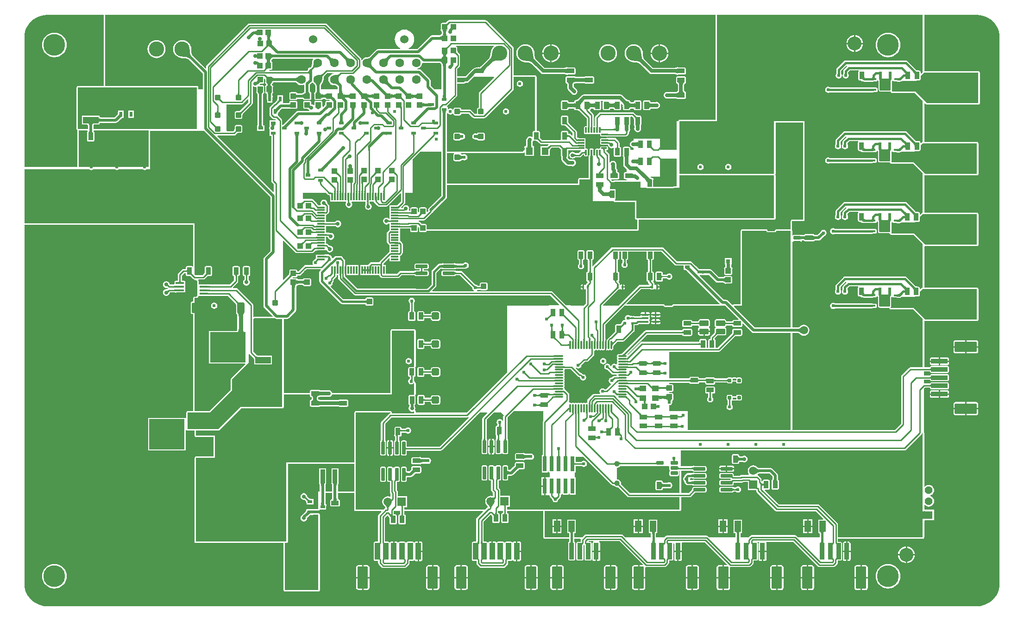
<source format=gtl>
G04*
G04 #@! TF.GenerationSoftware,Altium Limited,Altium Designer,22.0.2 (36)*
G04*
G04 Layer_Physical_Order=1*
G04 Layer_Color=255*
%FSLAX25Y25*%
%MOIN*%
G70*
G04*
G04 #@! TF.SameCoordinates,CB176EB8-9F99-4E04-9228-48705547AA3B*
G04*
G04*
G04 #@! TF.FilePolarity,Positive*
G04*
G01*
G75*
%ADD14C,0.01000*%
G04:AMPARAMS|DCode=23|XSize=55.12mil|YSize=35.43mil|CornerRadius=2.66mil|HoleSize=0mil|Usage=FLASHONLY|Rotation=90.000|XOffset=0mil|YOffset=0mil|HoleType=Round|Shape=RoundedRectangle|*
%AMROUNDEDRECTD23*
21,1,0.05512,0.03012,0,0,90.0*
21,1,0.04980,0.03543,0,0,90.0*
1,1,0.00532,0.01506,0.02490*
1,1,0.00532,0.01506,-0.02490*
1,1,0.00532,-0.01506,-0.02490*
1,1,0.00532,-0.01506,0.02490*
%
%ADD23ROUNDEDRECTD23*%
G04:AMPARAMS|DCode=24|XSize=55.12mil|YSize=35.43mil|CornerRadius=2.66mil|HoleSize=0mil|Usage=FLASHONLY|Rotation=180.000|XOffset=0mil|YOffset=0mil|HoleType=Round|Shape=RoundedRectangle|*
%AMROUNDEDRECTD24*
21,1,0.05512,0.03012,0,0,180.0*
21,1,0.04980,0.03543,0,0,180.0*
1,1,0.00532,-0.02490,0.01506*
1,1,0.00532,0.02490,0.01506*
1,1,0.00532,0.02490,-0.01506*
1,1,0.00532,-0.02490,-0.01506*
%
%ADD24ROUNDEDRECTD24*%
G04:AMPARAMS|DCode=25|XSize=13.78mil|YSize=17.72mil|CornerRadius=1.03mil|HoleSize=0mil|Usage=FLASHONLY|Rotation=0.000|XOffset=0mil|YOffset=0mil|HoleType=Round|Shape=RoundedRectangle|*
%AMROUNDEDRECTD25*
21,1,0.01378,0.01565,0,0,0.0*
21,1,0.01171,0.01772,0,0,0.0*
1,1,0.00207,0.00586,-0.00783*
1,1,0.00207,-0.00586,-0.00783*
1,1,0.00207,-0.00586,0.00783*
1,1,0.00207,0.00586,0.00783*
%
%ADD25ROUNDEDRECTD25*%
G04:AMPARAMS|DCode=26|XSize=43.31mil|YSize=39.37mil|CornerRadius=3.94mil|HoleSize=0mil|Usage=FLASHONLY|Rotation=90.000|XOffset=0mil|YOffset=0mil|HoleType=Round|Shape=RoundedRectangle|*
%AMROUNDEDRECTD26*
21,1,0.04331,0.03150,0,0,90.0*
21,1,0.03543,0.03937,0,0,90.0*
1,1,0.00787,0.01575,0.01772*
1,1,0.00787,0.01575,-0.01772*
1,1,0.00787,-0.01575,-0.01772*
1,1,0.00787,-0.01575,0.01772*
%
%ADD26ROUNDEDRECTD26*%
%ADD27R,0.03150X0.03150*%
G04:AMPARAMS|DCode=28|XSize=204.72mil|YSize=59.06mil|CornerRadius=5.91mil|HoleSize=0mil|Usage=FLASHONLY|Rotation=0.000|XOffset=0mil|YOffset=0mil|HoleType=Round|Shape=RoundedRectangle|*
%AMROUNDEDRECTD28*
21,1,0.20472,0.04724,0,0,0.0*
21,1,0.19291,0.05906,0,0,0.0*
1,1,0.01181,0.09646,-0.02362*
1,1,0.01181,-0.09646,-0.02362*
1,1,0.01181,-0.09646,0.02362*
1,1,0.01181,0.09646,0.02362*
%
%ADD28ROUNDEDRECTD28*%
%ADD29O,0.06299X0.01181*%
%ADD30O,0.01181X0.06299*%
%ADD31R,0.03543X0.02362*%
G04:AMPARAMS|DCode=32|XSize=74.8mil|YSize=157.48mil|CornerRadius=5.61mil|HoleSize=0mil|Usage=FLASHONLY|Rotation=180.000|XOffset=0mil|YOffset=0mil|HoleType=Round|Shape=RoundedRectangle|*
%AMROUNDEDRECTD32*
21,1,0.07480,0.14626,0,0,180.0*
21,1,0.06358,0.15748,0,0,180.0*
1,1,0.01122,-0.03179,0.07313*
1,1,0.01122,0.03179,0.07313*
1,1,0.01122,0.03179,-0.07313*
1,1,0.01122,-0.03179,-0.07313*
%
%ADD32ROUNDEDRECTD32*%
G04:AMPARAMS|DCode=33|XSize=39.37mil|YSize=122.05mil|CornerRadius=2.95mil|HoleSize=0mil|Usage=FLASHONLY|Rotation=180.000|XOffset=0mil|YOffset=0mil|HoleType=Round|Shape=RoundedRectangle|*
%AMROUNDEDRECTD33*
21,1,0.03937,0.11614,0,0,180.0*
21,1,0.03347,0.12205,0,0,180.0*
1,1,0.00591,-0.01673,0.05807*
1,1,0.00591,0.01673,0.05807*
1,1,0.00591,0.01673,-0.05807*
1,1,0.00591,-0.01673,-0.05807*
%
%ADD33ROUNDEDRECTD33*%
G04:AMPARAMS|DCode=34|XSize=43.31mil|YSize=39.37mil|CornerRadius=3.94mil|HoleSize=0mil|Usage=FLASHONLY|Rotation=0.000|XOffset=0mil|YOffset=0mil|HoleType=Round|Shape=RoundedRectangle|*
%AMROUNDEDRECTD34*
21,1,0.04331,0.03150,0,0,0.0*
21,1,0.03543,0.03937,0,0,0.0*
1,1,0.00787,0.01772,-0.01575*
1,1,0.00787,-0.01772,-0.01575*
1,1,0.00787,-0.01772,0.01575*
1,1,0.00787,0.01772,0.01575*
%
%ADD34ROUNDEDRECTD34*%
G04:AMPARAMS|DCode=35|XSize=90.55mil|YSize=98.43mil|CornerRadius=6.79mil|HoleSize=0mil|Usage=FLASHONLY|Rotation=180.000|XOffset=0mil|YOffset=0mil|HoleType=Round|Shape=RoundedRectangle|*
%AMROUNDEDRECTD35*
21,1,0.09055,0.08484,0,0,180.0*
21,1,0.07697,0.09843,0,0,180.0*
1,1,0.01358,-0.03848,0.04242*
1,1,0.01358,0.03848,0.04242*
1,1,0.01358,0.03848,-0.04242*
1,1,0.01358,-0.03848,-0.04242*
%
%ADD35ROUNDEDRECTD35*%
G04:AMPARAMS|DCode=36|XSize=51.18mil|YSize=51.18mil|CornerRadius=5.12mil|HoleSize=0mil|Usage=FLASHONLY|Rotation=180.000|XOffset=0mil|YOffset=0mil|HoleType=Round|Shape=RoundedRectangle|*
%AMROUNDEDRECTD36*
21,1,0.05118,0.04095,0,0,180.0*
21,1,0.04095,0.05118,0,0,180.0*
1,1,0.01024,-0.02047,0.02047*
1,1,0.01024,0.02047,0.02047*
1,1,0.01024,0.02047,-0.02047*
1,1,0.01024,-0.02047,-0.02047*
%
%ADD36ROUNDEDRECTD36*%
G04:AMPARAMS|DCode=37|XSize=74.8mil|YSize=157.48mil|CornerRadius=5.61mil|HoleSize=0mil|Usage=FLASHONLY|Rotation=270.000|XOffset=0mil|YOffset=0mil|HoleType=Round|Shape=RoundedRectangle|*
%AMROUNDEDRECTD37*
21,1,0.07480,0.14626,0,0,270.0*
21,1,0.06358,0.15748,0,0,270.0*
1,1,0.01122,-0.07313,-0.03179*
1,1,0.01122,-0.07313,0.03179*
1,1,0.01122,0.07313,0.03179*
1,1,0.01122,0.07313,-0.03179*
%
%ADD37ROUNDEDRECTD37*%
G04:AMPARAMS|DCode=38|XSize=35.43mil|YSize=118.11mil|CornerRadius=2.66mil|HoleSize=0mil|Usage=FLASHONLY|Rotation=270.000|XOffset=0mil|YOffset=0mil|HoleType=Round|Shape=RoundedRectangle|*
%AMROUNDEDRECTD38*
21,1,0.03543,0.11280,0,0,270.0*
21,1,0.03012,0.11811,0,0,270.0*
1,1,0.00532,-0.05640,-0.01506*
1,1,0.00532,-0.05640,0.01506*
1,1,0.00532,0.05640,0.01506*
1,1,0.00532,0.05640,-0.01506*
%
%ADD38ROUNDEDRECTD38*%
G04:AMPARAMS|DCode=39|XSize=25.59mil|YSize=23.62mil|CornerRadius=1.77mil|HoleSize=0mil|Usage=FLASHONLY|Rotation=90.000|XOffset=0mil|YOffset=0mil|HoleType=Round|Shape=RoundedRectangle|*
%AMROUNDEDRECTD39*
21,1,0.02559,0.02008,0,0,90.0*
21,1,0.02205,0.02362,0,0,90.0*
1,1,0.00354,0.01004,0.01102*
1,1,0.00354,0.01004,-0.01102*
1,1,0.00354,-0.01004,-0.01102*
1,1,0.00354,-0.01004,0.01102*
%
%ADD39ROUNDEDRECTD39*%
G04:AMPARAMS|DCode=40|XSize=49.21mil|YSize=127.95mil|CornerRadius=3.69mil|HoleSize=0mil|Usage=FLASHONLY|Rotation=90.000|XOffset=0mil|YOffset=0mil|HoleType=Round|Shape=RoundedRectangle|*
%AMROUNDEDRECTD40*
21,1,0.04921,0.12057,0,0,90.0*
21,1,0.04183,0.12795,0,0,90.0*
1,1,0.00738,0.06029,0.02092*
1,1,0.00738,0.06029,-0.02092*
1,1,0.00738,-0.06029,-0.02092*
1,1,0.00738,-0.06029,0.02092*
%
%ADD40ROUNDEDRECTD40*%
G04:AMPARAMS|DCode=41|XSize=74.8mil|YSize=68.9mil|CornerRadius=6.89mil|HoleSize=0mil|Usage=FLASHONLY|Rotation=90.000|XOffset=0mil|YOffset=0mil|HoleType=Round|Shape=RoundedRectangle|*
%AMROUNDEDRECTD41*
21,1,0.07480,0.05512,0,0,90.0*
21,1,0.06102,0.06890,0,0,90.0*
1,1,0.01378,0.02756,0.03051*
1,1,0.01378,0.02756,-0.03051*
1,1,0.01378,-0.02756,-0.03051*
1,1,0.01378,-0.02756,0.03051*
%
%ADD41ROUNDEDRECTD41*%
G04:AMPARAMS|DCode=42|XSize=204.72mil|YSize=59.06mil|CornerRadius=5.91mil|HoleSize=0mil|Usage=FLASHONLY|Rotation=90.000|XOffset=0mil|YOffset=0mil|HoleType=Round|Shape=RoundedRectangle|*
%AMROUNDEDRECTD42*
21,1,0.20472,0.04724,0,0,90.0*
21,1,0.19291,0.05906,0,0,90.0*
1,1,0.01181,0.02362,0.09646*
1,1,0.01181,0.02362,-0.09646*
1,1,0.01181,-0.02362,-0.09646*
1,1,0.01181,-0.02362,0.09646*
%
%ADD42ROUNDEDRECTD42*%
G04:AMPARAMS|DCode=43|XSize=78.74mil|YSize=88.58mil|CornerRadius=5.91mil|HoleSize=0mil|Usage=FLASHONLY|Rotation=0.000|XOffset=0mil|YOffset=0mil|HoleType=Round|Shape=RoundedRectangle|*
%AMROUNDEDRECTD43*
21,1,0.07874,0.07677,0,0,0.0*
21,1,0.06693,0.08858,0,0,0.0*
1,1,0.01181,0.03347,-0.03839*
1,1,0.01181,-0.03347,-0.03839*
1,1,0.01181,-0.03347,0.03839*
1,1,0.01181,0.03347,0.03839*
%
%ADD43ROUNDEDRECTD43*%
G04:AMPARAMS|DCode=44|XSize=49.21mil|YSize=15.75mil|CornerRadius=1.18mil|HoleSize=0mil|Usage=FLASHONLY|Rotation=0.000|XOffset=0mil|YOffset=0mil|HoleType=Round|Shape=RoundedRectangle|*
%AMROUNDEDRECTD44*
21,1,0.04921,0.01339,0,0,0.0*
21,1,0.04685,0.01575,0,0,0.0*
1,1,0.00236,0.02343,-0.00669*
1,1,0.00236,-0.02343,-0.00669*
1,1,0.00236,-0.02343,0.00669*
1,1,0.00236,0.02343,0.00669*
%
%ADD44ROUNDEDRECTD44*%
G04:AMPARAMS|DCode=45|XSize=24.8mil|YSize=51.18mil|CornerRadius=1.86mil|HoleSize=0mil|Usage=FLASHONLY|Rotation=270.000|XOffset=0mil|YOffset=0mil|HoleType=Round|Shape=RoundedRectangle|*
%AMROUNDEDRECTD45*
21,1,0.02480,0.04746,0,0,270.0*
21,1,0.02108,0.05118,0,0,270.0*
1,1,0.00372,-0.02373,-0.01054*
1,1,0.00372,-0.02373,0.01054*
1,1,0.00372,0.02373,0.01054*
1,1,0.00372,0.02373,-0.01054*
%
%ADD45ROUNDEDRECTD45*%
G04:AMPARAMS|DCode=46|XSize=88.58mil|YSize=127.95mil|CornerRadius=6.64mil|HoleSize=0mil|Usage=FLASHONLY|Rotation=180.000|XOffset=0mil|YOffset=0mil|HoleType=Round|Shape=RoundedRectangle|*
%AMROUNDEDRECTD46*
21,1,0.08858,0.11467,0,0,180.0*
21,1,0.07530,0.12795,0,0,180.0*
1,1,0.01329,-0.03765,0.05733*
1,1,0.01329,0.03765,0.05733*
1,1,0.01329,0.03765,-0.05733*
1,1,0.01329,-0.03765,-0.05733*
%
%ADD46ROUNDEDRECTD46*%
G04:AMPARAMS|DCode=47|XSize=47.24mil|YSize=102.36mil|CornerRadius=3.54mil|HoleSize=0mil|Usage=FLASHONLY|Rotation=270.000|XOffset=0mil|YOffset=0mil|HoleType=Round|Shape=RoundedRectangle|*
%AMROUNDEDRECTD47*
21,1,0.04724,0.09528,0,0,270.0*
21,1,0.04016,0.10236,0,0,270.0*
1,1,0.00709,-0.04764,-0.02008*
1,1,0.00709,-0.04764,0.02008*
1,1,0.00709,0.04764,0.02008*
1,1,0.00709,0.04764,-0.02008*
%
%ADD47ROUNDEDRECTD47*%
G04:AMPARAMS|DCode=48|XSize=88.58mil|YSize=88.58mil|CornerRadius=6.64mil|HoleSize=0mil|Usage=FLASHONLY|Rotation=90.000|XOffset=0mil|YOffset=0mil|HoleType=Round|Shape=RoundedRectangle|*
%AMROUNDEDRECTD48*
21,1,0.08858,0.07530,0,0,90.0*
21,1,0.07530,0.08858,0,0,90.0*
1,1,0.01329,0.03765,0.03765*
1,1,0.01329,0.03765,-0.03765*
1,1,0.01329,-0.03765,-0.03765*
1,1,0.01329,-0.03765,0.03765*
%
%ADD48ROUNDEDRECTD48*%
G04:AMPARAMS|DCode=49|XSize=39.37mil|YSize=11.81mil|CornerRadius=0.89mil|HoleSize=0mil|Usage=FLASHONLY|Rotation=90.000|XOffset=0mil|YOffset=0mil|HoleType=Round|Shape=RoundedRectangle|*
%AMROUNDEDRECTD49*
21,1,0.03937,0.01004,0,0,90.0*
21,1,0.03760,0.01181,0,0,90.0*
1,1,0.00177,0.00502,0.01880*
1,1,0.00177,0.00502,-0.01880*
1,1,0.00177,-0.00502,-0.01880*
1,1,0.00177,-0.00502,0.01880*
%
%ADD49ROUNDEDRECTD49*%
G04:AMPARAMS|DCode=50|XSize=39.37mil|YSize=11.81mil|CornerRadius=0.89mil|HoleSize=0mil|Usage=FLASHONLY|Rotation=180.000|XOffset=0mil|YOffset=0mil|HoleType=Round|Shape=RoundedRectangle|*
%AMROUNDEDRECTD50*
21,1,0.03937,0.01004,0,0,180.0*
21,1,0.03760,0.01181,0,0,180.0*
1,1,0.00177,-0.01880,0.00502*
1,1,0.00177,0.01880,0.00502*
1,1,0.00177,0.01880,-0.00502*
1,1,0.00177,-0.01880,-0.00502*
%
%ADD50ROUNDEDRECTD50*%
%ADD51R,0.11221X0.04921*%
%ADD52R,0.05118X0.04331*%
G04:AMPARAMS|DCode=53|XSize=13.78mil|YSize=17.72mil|CornerRadius=1.03mil|HoleSize=0mil|Usage=FLASHONLY|Rotation=90.000|XOffset=0mil|YOffset=0mil|HoleType=Round|Shape=RoundedRectangle|*
%AMROUNDEDRECTD53*
21,1,0.01378,0.01565,0,0,90.0*
21,1,0.01171,0.01772,0,0,90.0*
1,1,0.00207,0.00783,0.00586*
1,1,0.00207,0.00783,-0.00586*
1,1,0.00207,-0.00783,-0.00586*
1,1,0.00207,-0.00783,0.00586*
%
%ADD53ROUNDEDRECTD53*%
G04:AMPARAMS|DCode=54|XSize=35.43mil|YSize=118.11mil|CornerRadius=2.66mil|HoleSize=0mil|Usage=FLASHONLY|Rotation=180.000|XOffset=0mil|YOffset=0mil|HoleType=Round|Shape=RoundedRectangle|*
%AMROUNDEDRECTD54*
21,1,0.03543,0.11280,0,0,180.0*
21,1,0.03012,0.11811,0,0,180.0*
1,1,0.00532,-0.01506,0.05640*
1,1,0.00532,0.01506,0.05640*
1,1,0.00532,0.01506,-0.05640*
1,1,0.00532,-0.01506,-0.05640*
%
%ADD54ROUNDEDRECTD54*%
G04:AMPARAMS|DCode=55|XSize=86.61mil|YSize=23.62mil|CornerRadius=1.77mil|HoleSize=0mil|Usage=FLASHONLY|Rotation=0.000|XOffset=0mil|YOffset=0mil|HoleType=Round|Shape=RoundedRectangle|*
%AMROUNDEDRECTD55*
21,1,0.08661,0.02008,0,0,0.0*
21,1,0.08307,0.02362,0,0,0.0*
1,1,0.00354,0.04153,-0.01004*
1,1,0.00354,-0.04153,-0.01004*
1,1,0.00354,-0.04153,0.01004*
1,1,0.00354,0.04153,0.01004*
%
%ADD55ROUNDEDRECTD55*%
G04:AMPARAMS|DCode=56|XSize=24.61mil|YSize=93.5mil|CornerRadius=2.46mil|HoleSize=0mil|Usage=FLASHONLY|Rotation=0.000|XOffset=0mil|YOffset=0mil|HoleType=Round|Shape=RoundedRectangle|*
%AMROUNDEDRECTD56*
21,1,0.02461,0.08858,0,0,0.0*
21,1,0.01968,0.09350,0,0,0.0*
1,1,0.00492,0.00984,-0.04429*
1,1,0.00492,-0.00984,-0.04429*
1,1,0.00492,-0.00984,0.04429*
1,1,0.00492,0.00984,0.04429*
%
%ADD56ROUNDEDRECTD56*%
G04:AMPARAMS|DCode=57|XSize=46.85mil|YSize=15.75mil|CornerRadius=1.97mil|HoleSize=0mil|Usage=FLASHONLY|Rotation=0.000|XOffset=0mil|YOffset=0mil|HoleType=Round|Shape=RoundedRectangle|*
%AMROUNDEDRECTD57*
21,1,0.04685,0.01181,0,0,0.0*
21,1,0.04291,0.01575,0,0,0.0*
1,1,0.00394,0.02146,-0.00591*
1,1,0.00394,-0.02146,-0.00591*
1,1,0.00394,-0.02146,0.00591*
1,1,0.00394,0.02146,0.00591*
%
%ADD57ROUNDEDRECTD57*%
%ADD58R,0.02900X0.11000*%
G04:AMPARAMS|DCode=59|XSize=62.99mil|YSize=15.75mil|CornerRadius=1.18mil|HoleSize=0mil|Usage=FLASHONLY|Rotation=0.000|XOffset=0mil|YOffset=0mil|HoleType=Round|Shape=RoundedRectangle|*
%AMROUNDEDRECTD59*
21,1,0.06299,0.01339,0,0,0.0*
21,1,0.06063,0.01575,0,0,0.0*
1,1,0.00236,0.03032,-0.00669*
1,1,0.00236,-0.03032,-0.00669*
1,1,0.00236,-0.03032,0.00669*
1,1,0.00236,0.03032,0.00669*
%
%ADD59ROUNDEDRECTD59*%
G04:AMPARAMS|DCode=60|XSize=78.74mil|YSize=118.11mil|CornerRadius=5.91mil|HoleSize=0mil|Usage=FLASHONLY|Rotation=0.000|XOffset=0mil|YOffset=0mil|HoleType=Round|Shape=RoundedRectangle|*
%AMROUNDEDRECTD60*
21,1,0.07874,0.10630,0,0,0.0*
21,1,0.06693,0.11811,0,0,0.0*
1,1,0.01181,0.03347,-0.05315*
1,1,0.01181,-0.03347,-0.05315*
1,1,0.01181,-0.03347,0.05315*
1,1,0.01181,0.03347,0.05315*
%
%ADD60ROUNDEDRECTD60*%
%ADD61R,0.05807X0.01181*%
%ADD62R,0.01181X0.05807*%
%ADD63R,0.02362X0.03543*%
G04:AMPARAMS|DCode=64|XSize=157.48mil|YSize=167.32mil|CornerRadius=11.81mil|HoleSize=0mil|Usage=FLASHONLY|Rotation=270.000|XOffset=0mil|YOffset=0mil|HoleType=Round|Shape=RoundedRectangle|*
%AMROUNDEDRECTD64*
21,1,0.15748,0.14370,0,0,270.0*
21,1,0.13386,0.16732,0,0,270.0*
1,1,0.02362,-0.07185,-0.06693*
1,1,0.02362,-0.07185,0.06693*
1,1,0.02362,0.07185,0.06693*
1,1,0.02362,0.07185,-0.06693*
%
%ADD64ROUNDEDRECTD64*%
G04:AMPARAMS|DCode=65|XSize=39.37mil|YSize=39.37mil|CornerRadius=3.94mil|HoleSize=0mil|Usage=FLASHONLY|Rotation=90.000|XOffset=0mil|YOffset=0mil|HoleType=Round|Shape=RoundedRectangle|*
%AMROUNDEDRECTD65*
21,1,0.03937,0.03150,0,0,90.0*
21,1,0.03150,0.03937,0,0,90.0*
1,1,0.00787,0.01575,0.01575*
1,1,0.00787,0.01575,-0.01575*
1,1,0.00787,-0.01575,-0.01575*
1,1,0.00787,-0.01575,0.01575*
%
%ADD65ROUNDEDRECTD65*%
G04:AMPARAMS|DCode=66|XSize=43.31mil|YSize=39.37mil|CornerRadius=2.95mil|HoleSize=0mil|Usage=FLASHONLY|Rotation=0.000|XOffset=0mil|YOffset=0mil|HoleType=Round|Shape=RoundedRectangle|*
%AMROUNDEDRECTD66*
21,1,0.04331,0.03347,0,0,0.0*
21,1,0.03740,0.03937,0,0,0.0*
1,1,0.00591,0.01870,-0.01673*
1,1,0.00591,-0.01870,-0.01673*
1,1,0.00591,-0.01870,0.01673*
1,1,0.00591,0.01870,0.01673*
%
%ADD66ROUNDEDRECTD66*%
G04:AMPARAMS|DCode=67|XSize=43.31mil|YSize=39.37mil|CornerRadius=2.95mil|HoleSize=0mil|Usage=FLASHONLY|Rotation=270.000|XOffset=0mil|YOffset=0mil|HoleType=Round|Shape=RoundedRectangle|*
%AMROUNDEDRECTD67*
21,1,0.04331,0.03347,0,0,270.0*
21,1,0.03740,0.03937,0,0,270.0*
1,1,0.00591,-0.01673,-0.01870*
1,1,0.00591,-0.01673,0.01870*
1,1,0.00591,0.01673,0.01870*
1,1,0.00591,0.01673,-0.01870*
%
%ADD67ROUNDEDRECTD67*%
G04:AMPARAMS|DCode=68|XSize=78.74mil|YSize=51.18mil|CornerRadius=5.12mil|HoleSize=0mil|Usage=FLASHONLY|Rotation=270.000|XOffset=0mil|YOffset=0mil|HoleType=Round|Shape=RoundedRectangle|*
%AMROUNDEDRECTD68*
21,1,0.07874,0.04095,0,0,270.0*
21,1,0.06850,0.05118,0,0,270.0*
1,1,0.01024,-0.02047,-0.03425*
1,1,0.01024,-0.02047,0.03425*
1,1,0.01024,0.02047,0.03425*
1,1,0.01024,0.02047,-0.03425*
%
%ADD68ROUNDEDRECTD68*%
%ADD69R,0.23622X0.26575*%
%ADD70R,0.03347X0.09843*%
G04:AMPARAMS|DCode=71|XSize=13.78mil|YSize=27.56mil|CornerRadius=1.03mil|HoleSize=0mil|Usage=FLASHONLY|Rotation=90.000|XOffset=0mil|YOffset=0mil|HoleType=Round|Shape=RoundedRectangle|*
%AMROUNDEDRECTD71*
21,1,0.01378,0.02549,0,0,90.0*
21,1,0.01171,0.02756,0,0,90.0*
1,1,0.00207,0.01275,0.00586*
1,1,0.00207,0.01275,-0.00586*
1,1,0.00207,-0.01275,-0.00586*
1,1,0.00207,-0.01275,0.00586*
%
%ADD71ROUNDEDRECTD71*%
G04:AMPARAMS|DCode=72|XSize=157.48mil|YSize=196.85mil|CornerRadius=11.81mil|HoleSize=0mil|Usage=FLASHONLY|Rotation=270.000|XOffset=0mil|YOffset=0mil|HoleType=Round|Shape=RoundedRectangle|*
%AMROUNDEDRECTD72*
21,1,0.15748,0.17323,0,0,270.0*
21,1,0.13386,0.19685,0,0,270.0*
1,1,0.02362,-0.08661,-0.06693*
1,1,0.02362,-0.08661,0.06693*
1,1,0.02362,0.08661,0.06693*
1,1,0.02362,0.08661,-0.06693*
%
%ADD72ROUNDEDRECTD72*%
%ADD73R,0.25591X0.21850*%
%ADD74R,0.05118X0.05512*%
%ADD75R,0.03347X0.04528*%
%ADD76R,0.18347X0.14764*%
%ADD77R,0.03347X0.05709*%
G04:AMPARAMS|DCode=78|XSize=196.85mil|YSize=610.24mil|CornerRadius=14.76mil|HoleSize=0mil|Usage=FLASHONLY|Rotation=90.000|XOffset=0mil|YOffset=0mil|HoleType=Round|Shape=RoundedRectangle|*
%AMROUNDEDRECTD78*
21,1,0.19685,0.58071,0,0,90.0*
21,1,0.16732,0.61024,0,0,90.0*
1,1,0.02953,0.29035,0.08366*
1,1,0.02953,0.29035,-0.08366*
1,1,0.02953,-0.29035,-0.08366*
1,1,0.02953,-0.29035,0.08366*
%
%ADD78ROUNDEDRECTD78*%
G04:AMPARAMS|DCode=79|XSize=39.37mil|YSize=66.93mil|CornerRadius=3.94mil|HoleSize=0mil|Usage=FLASHONLY|Rotation=270.000|XOffset=0mil|YOffset=0mil|HoleType=Round|Shape=RoundedRectangle|*
%AMROUNDEDRECTD79*
21,1,0.03937,0.05906,0,0,270.0*
21,1,0.03150,0.06693,0,0,270.0*
1,1,0.00787,-0.02953,-0.01575*
1,1,0.00787,-0.02953,0.01575*
1,1,0.00787,0.02953,0.01575*
1,1,0.00787,0.02953,-0.01575*
%
%ADD79ROUNDEDRECTD79*%
%ADD80C,0.03937*%
%ADD81R,0.04500X0.08000*%
%ADD153C,0.02400*%
%ADD154C,0.02000*%
%ADD155C,0.01500*%
%ADD156C,0.02500*%
%ADD157C,0.01200*%
%ADD158C,0.00800*%
%ADD159C,0.05000*%
%ADD160C,0.03000*%
%ADD161C,0.01600*%
%ADD162C,0.09055*%
%ADD163C,0.10925*%
%ADD164C,0.05622*%
%ADD165C,0.12898*%
%ADD166C,0.10000*%
%ADD167C,0.06319*%
%ADD168C,0.06004*%
%ADD169C,0.05906*%
%ADD170R,0.05622X0.05622*%
%ADD171C,0.15630*%
%ADD172R,0.05906X0.05906*%
%ADD173R,0.05906X0.05906*%
%ADD174C,0.02800*%
%ADD175C,0.02000*%
G36*
X283496Y398070D02*
X283297Y397864D01*
X282983Y397495D01*
X282869Y397332D01*
X282783Y397183D01*
X282725Y397049D01*
X282696Y396929D01*
X282695Y396823D01*
X282722Y396732D01*
X282777Y396656D01*
X281375Y398058D01*
X281452Y398002D01*
X281543Y397975D01*
X281648Y397976D01*
X281768Y398006D01*
X281902Y398064D01*
X282051Y398150D01*
X282214Y398264D01*
X282391Y398407D01*
X282789Y398777D01*
X283496Y398070D01*
D02*
G37*
G36*
X282538Y393710D02*
X282389Y393566D01*
X282257Y393403D01*
X282143Y393222D01*
X282046Y393022D01*
X281967Y392805D01*
X281906Y392569D01*
X281862Y392315D01*
X281836Y392042D01*
X281831Y391897D01*
X281836Y391752D01*
X281862Y391479D01*
X281906Y391225D01*
X281967Y390989D01*
X282046Y390772D01*
X282143Y390573D01*
X282257Y390391D01*
X282389Y390229D01*
X282538Y390084D01*
X282704Y389958D01*
X278949D01*
X279116Y390084D01*
X279265Y390229D01*
X279397Y390391D01*
X279511Y390573D01*
X279608Y390772D01*
X279687Y390989D01*
X279748Y391225D01*
X279792Y391479D01*
X279818Y391752D01*
X279823Y391897D01*
X279818Y392042D01*
X279792Y392315D01*
X279748Y392569D01*
X279687Y392805D01*
X279608Y393022D01*
X279511Y393222D01*
X279397Y393403D01*
X279265Y393566D01*
X279116Y393710D01*
X278949Y393836D01*
X282704D01*
X282538Y393710D01*
D02*
G37*
G36*
X145823Y389926D02*
X145690Y390103D01*
X145540Y390262D01*
X145374Y390402D01*
X145191Y390523D01*
X144991Y390626D01*
X144774Y390709D01*
X144540Y390775D01*
X144290Y390822D01*
X144023Y390849D01*
X143739Y390859D01*
Y392859D01*
X144124Y392869D01*
X144469Y392899D01*
X144773Y392949D01*
X145035Y393019D01*
X145257Y393109D01*
X145438Y393219D01*
X145577Y393349D01*
X145676Y393499D01*
X145734Y393669D01*
X145751Y393859D01*
X145823Y389926D01*
D02*
G37*
G36*
X155759Y389830D02*
X155653Y389709D01*
X155559Y389563D01*
X155478Y389392D01*
X155410Y389196D01*
X155354Y388975D01*
X155310Y388729D01*
X155279Y388458D01*
X155259Y387965D01*
X155264Y387771D01*
X155294Y387424D01*
X155344Y387119D01*
X155413Y386854D01*
X155503Y386631D01*
X155613Y386449D01*
X155743Y386308D01*
X155892Y386209D01*
X156062Y386150D01*
X156252Y386133D01*
X152630Y386074D01*
X152749Y386170D01*
X152855Y386291D01*
X152948Y386437D01*
X153029Y386608D01*
X153098Y386804D01*
X153154Y387025D01*
X153198Y387271D01*
X153229Y387542D01*
X153249Y388035D01*
X153244Y388229D01*
X153214Y388576D01*
X153164Y388881D01*
X153094Y389146D01*
X153004Y389369D01*
X152895Y389551D01*
X152765Y389692D01*
X152615Y389791D01*
X152446Y389850D01*
X152256Y389867D01*
X155877Y389926D01*
X155759Y389830D01*
D02*
G37*
G36*
X278910Y385890D02*
X278889Y386079D01*
X278828Y386247D01*
X278726Y386397D01*
X278583Y386526D01*
X278399Y386635D01*
X278174Y386724D01*
X277908Y386794D01*
X277601Y386843D01*
X277254Y386873D01*
X276865Y386883D01*
Y388883D01*
X277254Y388893D01*
X277601Y388923D01*
X277908Y388973D01*
X278174Y389042D01*
X278399Y389132D01*
X278583Y389241D01*
X278726Y389370D01*
X278828Y389519D01*
X278889Y389688D01*
X278910Y389877D01*
Y385890D01*
D02*
G37*
G36*
X156346Y384515D02*
X156290Y384332D01*
X156292Y384120D01*
X156349Y383880D01*
X156464Y383612D01*
X156635Y383315D01*
X156862Y382989D01*
X157146Y382635D01*
X157884Y381841D01*
X156470Y380427D01*
X156059Y380824D01*
X155322Y381449D01*
X154996Y381676D01*
X154699Y381847D01*
X154430Y381961D01*
X154190Y382019D01*
X153979Y382020D01*
X153836Y381977D01*
X153960Y381853D01*
X153883Y381908D01*
X153792Y381936D01*
X153754Y381935D01*
X153641Y381853D01*
X153723Y381935D01*
X153687Y381934D01*
X153567Y381905D01*
X153433Y381847D01*
X153284Y381761D01*
X153121Y381647D01*
X152944Y381504D01*
X152546Y381134D01*
X151839Y381841D01*
X152038Y382047D01*
X152351Y382416D01*
X152466Y382579D01*
X152552Y382728D01*
X152609Y382862D01*
X152639Y382982D01*
X152640Y383087D01*
X152613Y383179D01*
X152558Y383255D01*
X153801Y382012D01*
X156458Y384669D01*
X156346Y384515D01*
D02*
G37*
G36*
X283496Y381159D02*
X283297Y380953D01*
X282983Y380584D01*
X282869Y380421D01*
X282783Y380272D01*
X282725Y380138D01*
X282696Y380018D01*
X282695Y379912D01*
X282722Y379821D01*
X282777Y379745D01*
X281375Y381147D01*
X281452Y381091D01*
X281543Y381064D01*
X281648Y381066D01*
X281768Y381095D01*
X281902Y381153D01*
X282051Y381239D01*
X282214Y381353D01*
X282391Y381496D01*
X282789Y381866D01*
X283496Y381159D01*
D02*
G37*
G36*
X289021Y378179D02*
X288994Y378087D01*
X288995Y377982D01*
X289024Y377862D01*
X289082Y377728D01*
X289168Y377579D01*
X289283Y377416D01*
X289425Y377239D01*
X289795Y376841D01*
X289088Y376134D01*
X288882Y376333D01*
X288513Y376647D01*
X288350Y376761D01*
X288201Y376847D01*
X288067Y376905D01*
X287947Y376934D01*
X287842Y376936D01*
X287751Y376908D01*
X287674Y376853D01*
X289076Y378255D01*
X289021Y378179D01*
D02*
G37*
G36*
X282538Y376799D02*
X282389Y376655D01*
X282257Y376492D01*
X282143Y376311D01*
X282046Y376111D01*
X281967Y375894D01*
X281906Y375658D01*
X281879Y375500D01*
X281906Y375342D01*
X281967Y375106D01*
X282046Y374889D01*
X282143Y374689D01*
X282257Y374508D01*
X282389Y374345D01*
X282538Y374201D01*
X282704Y374074D01*
X278949D01*
X279116Y374201D01*
X279265Y374345D01*
X279397Y374508D01*
X279511Y374689D01*
X279608Y374889D01*
X279687Y375106D01*
X279748Y375342D01*
X279775Y375500D01*
X279748Y375658D01*
X279687Y375894D01*
X279608Y376111D01*
X279511Y376311D01*
X279397Y376492D01*
X279265Y376655D01*
X279116Y376799D01*
X278949Y376926D01*
X282704D01*
X282538Y376799D01*
D02*
G37*
G36*
X145751Y373661D02*
X145737Y373726D01*
X145697Y373783D01*
X145629Y373834D01*
X145535Y373878D01*
X145413Y373915D01*
X145264Y373946D01*
X145089Y373970D01*
X144657Y373997D01*
X144400Y374000D01*
Y376000D01*
X144657Y376003D01*
X145264Y376054D01*
X145413Y376085D01*
X145535Y376122D01*
X145629Y376166D01*
X145697Y376217D01*
X145737Y376274D01*
X145751Y376339D01*
Y373661D01*
D02*
G37*
G36*
X97465Y379180D02*
X97564Y377803D01*
X97657Y377191D01*
X97778Y376630D01*
X97929Y376120D01*
X98108Y375662D01*
X98316Y375254D01*
X98553Y374898D01*
X98818Y374592D01*
X97404Y373178D01*
X97098Y373443D01*
X96742Y373680D01*
X96334Y373888D01*
X95876Y374067D01*
X95366Y374218D01*
X94805Y374339D01*
X94193Y374432D01*
X93530Y374496D01*
X92051Y374538D01*
X97458Y379945D01*
X97465Y379180D01*
D02*
G37*
G36*
X155938Y376805D02*
X155999Y376636D01*
X156101Y376487D01*
X156244Y376358D01*
X156428Y376248D01*
X156653Y376159D01*
X156919Y376089D01*
X157226Y376040D01*
X157573Y376010D01*
X157962Y376000D01*
Y374000D01*
X157573Y373990D01*
X157226Y373960D01*
X156919Y373911D01*
X156653Y373841D01*
X156428Y373752D01*
X156244Y373642D01*
X156101Y373513D01*
X155999Y373364D01*
X155938Y373195D01*
X155917Y373007D01*
Y376993D01*
X155938Y376805D01*
D02*
G37*
G36*
X319873Y371573D02*
X319202Y371632D01*
X318569Y371651D01*
X317972Y371631D01*
X317412Y371570D01*
X316889Y371470D01*
X316403Y371329D01*
X315954Y371149D01*
X315542Y370929D01*
X315166Y370668D01*
X314828Y370368D01*
X313250Y372326D01*
X313530Y372640D01*
X313788Y372999D01*
X314024Y373404D01*
X314237Y373854D01*
X314429Y374350D01*
X314599Y374892D01*
X314747Y375479D01*
X314976Y376790D01*
X315058Y377514D01*
X319873Y371573D01*
D02*
G37*
G36*
X155711Y372799D02*
X155562Y372655D01*
X155430Y372492D01*
X155316Y372311D01*
X155219Y372111D01*
X155140Y371894D01*
X155079Y371658D01*
X155052Y371500D01*
X155079Y371342D01*
X155140Y371106D01*
X155219Y370889D01*
X155316Y370689D01*
X155430Y370508D01*
X155562Y370345D01*
X155711Y370201D01*
X155877Y370074D01*
X152123D01*
X152289Y370201D01*
X152438Y370345D01*
X152570Y370508D01*
X152684Y370689D01*
X152781Y370889D01*
X152860Y371106D01*
X152921Y371342D01*
X152948Y371500D01*
X152921Y371658D01*
X152860Y371894D01*
X152781Y372111D01*
X152684Y372311D01*
X152570Y372492D01*
X152438Y372655D01*
X152289Y372799D01*
X152123Y372926D01*
X155877D01*
X155711Y372799D01*
D02*
G37*
G36*
X240978Y372753D02*
X240783Y372541D01*
X240610Y372316D01*
X240457Y372077D01*
X240325Y371826D01*
X240214Y371560D01*
X240123Y371281D01*
X240054Y370989D01*
X240005Y370683D01*
X239977Y370364D01*
X239970Y370032D01*
X236843Y373159D01*
X237175Y373166D01*
X237494Y373194D01*
X237800Y373243D01*
X238092Y373312D01*
X238371Y373403D01*
X238636Y373514D01*
X238888Y373646D01*
X239127Y373799D01*
X239352Y373972D01*
X239564Y374167D01*
X240978Y372753D01*
D02*
G37*
G36*
X229167D02*
X228972Y372541D01*
X228799Y372316D01*
X228646Y372077D01*
X228514Y371826D01*
X228403Y371560D01*
X228312Y371281D01*
X228243Y370989D01*
X228194Y370683D01*
X228166Y370364D01*
X228159Y370032D01*
X225032Y373159D01*
X225364Y373166D01*
X225683Y373194D01*
X225989Y373243D01*
X226281Y373312D01*
X226560Y373403D01*
X226825Y373514D01*
X227077Y373646D01*
X227316Y373799D01*
X227541Y373972D01*
X227753Y374167D01*
X229167Y372753D01*
D02*
G37*
G36*
X210648Y373972D02*
X210873Y373799D01*
X211112Y373646D01*
X211364Y373514D01*
X211629Y373403D01*
X211908Y373312D01*
X212200Y373243D01*
X212506Y373194D01*
X212825Y373166D01*
X213157Y373159D01*
X210030Y370032D01*
X210023Y370364D01*
X209995Y370683D01*
X209946Y370989D01*
X209877Y371281D01*
X209786Y371560D01*
X209675Y371826D01*
X209543Y372077D01*
X209390Y372316D01*
X209217Y372541D01*
X209022Y372753D01*
X210437Y374167D01*
X210648Y373972D01*
D02*
G37*
G36*
X198837D02*
X199062Y373799D01*
X199301Y373646D01*
X199553Y373514D01*
X199818Y373403D01*
X200097Y373312D01*
X200389Y373243D01*
X200695Y373194D01*
X201014Y373166D01*
X201346Y373159D01*
X198219Y370032D01*
X198212Y370364D01*
X198184Y370683D01*
X198135Y370989D01*
X198066Y371281D01*
X197975Y371560D01*
X197864Y371826D01*
X197732Y372077D01*
X197579Y372316D01*
X197406Y372541D01*
X197211Y372753D01*
X198625Y374167D01*
X198837Y373972D01*
D02*
G37*
G36*
X278910Y370007D02*
X278889Y370195D01*
X278828Y370364D01*
X278726Y370513D01*
X278583Y370642D01*
X278399Y370752D01*
X278174Y370841D01*
X277908Y370911D01*
X277601Y370960D01*
X277254Y370990D01*
X276865Y371000D01*
Y373000D01*
X277254Y373010D01*
X277601Y373040D01*
X277908Y373089D01*
X278174Y373159D01*
X278399Y373248D01*
X278583Y373358D01*
X278726Y373487D01*
X278828Y373636D01*
X278889Y373805D01*
X278910Y373993D01*
Y370007D01*
D02*
G37*
G36*
X287625Y369853D02*
X287536Y369844D01*
X287456Y369804D01*
X287386Y369733D01*
X287326Y369632D01*
X287274Y369499D01*
X287232Y369336D01*
X287200Y369142D01*
X287176Y368917D01*
X287158Y368374D01*
X285158D01*
X285186Y370019D01*
X287625Y369853D01*
D02*
G37*
G36*
X282671Y369917D02*
X282482Y369897D01*
X282313Y369835D01*
X282164Y369732D01*
X282035Y369586D01*
X281926Y369399D01*
X281836Y369171D01*
X281767Y368901D01*
X281717Y368589D01*
X281687Y368236D01*
X281677Y367841D01*
X279677D01*
X279670Y368150D01*
X279648Y368436D01*
X279612Y368700D01*
X279561Y368942D01*
X279495Y369161D01*
X279415Y369359D01*
X279321Y369534D01*
X279211Y369687D01*
X279088Y369817D01*
X278949Y369926D01*
X282671Y369917D01*
D02*
G37*
G36*
X316320Y381933D02*
X315904Y381592D01*
X315097Y380608D01*
X314496Y379485D01*
X314127Y378267D01*
X314073Y377717D01*
X314045Y377629D01*
X313966Y376935D01*
X313749Y375692D01*
X313617Y375169D01*
X313466Y374687D01*
X313300Y374257D01*
X313121Y373880D01*
X312931Y373554D01*
X312752Y373305D01*
X307511Y368063D01*
X307053Y367638D01*
X306668Y367330D01*
X306327Y367092D01*
X306047Y366931D01*
X305844Y366845D01*
X305826Y366841D01*
X305745D01*
X305639Y366887D01*
X305537Y366951D01*
X305458Y366965D01*
X305385Y366997D01*
X305264Y366999D01*
X305145Y367020D01*
X305067Y367003D01*
X304987Y367004D01*
X304875Y366960D01*
X304757Y366933D01*
X304692Y366887D01*
X304617Y366858D01*
X304599Y366841D01*
X303465D01*
X303050Y366758D01*
X302697Y366522D01*
X302666Y366476D01*
X302122Y366368D01*
X301378Y365870D01*
X295813Y360306D01*
X295747Y360311D01*
X295665Y360323D01*
X295642Y360328D01*
X295543Y360391D01*
X295537Y360392D01*
X295532Y360395D01*
X295341Y360427D01*
X295151Y360460D01*
X295145Y360459D01*
X295139Y360460D01*
X294951Y360416D01*
X294763Y360374D01*
X294758Y360371D01*
X294752Y360369D01*
X294717Y360345D01*
X290010D01*
X289973Y360374D01*
Y365769D01*
X291476Y367272D01*
X291808Y367768D01*
X291924Y368353D01*
Y375535D01*
X291808Y376120D01*
X291476Y376616D01*
X290345Y377747D01*
X290197Y377907D01*
X290098Y378029D01*
X290070Y378069D01*
X290073Y378139D01*
X290096Y378255D01*
X290080Y378336D01*
X290083Y378418D01*
X290041Y378529D01*
X290018Y378645D01*
X289973Y378714D01*
X289944Y378791D01*
X289916Y378821D01*
Y380870D01*
X289831Y381297D01*
X289589Y381660D01*
X289227Y381902D01*
X289069Y381933D01*
X289118Y382433D01*
X316141D01*
X316320Y381933D01*
D02*
G37*
G36*
X153452Y365853D02*
X153375Y365909D01*
X153284Y365936D01*
X153179Y365934D01*
X153059Y365905D01*
X152925Y365847D01*
X152776Y365761D01*
X152613Y365647D01*
X152436Y365504D01*
X152038Y365134D01*
X151331Y365841D01*
X151530Y366047D01*
X151844Y366416D01*
X151958Y366579D01*
X152044Y366728D01*
X152102Y366862D01*
X152131Y366982D01*
X152132Y367088D01*
X152105Y367179D01*
X152050Y367255D01*
X153452Y365853D01*
D02*
G37*
G36*
X228166Y369636D02*
X228194Y369317D01*
X228243Y369011D01*
X228312Y368719D01*
X228403Y368440D01*
X228514Y368175D01*
X228646Y367923D01*
X228799Y367684D01*
X228972Y367459D01*
X229167Y367247D01*
X227753Y365833D01*
X227541Y366028D01*
X227316Y366201D01*
X227077Y366354D01*
X226825Y366486D01*
X226560Y366597D01*
X226281Y366688D01*
X225989Y366757D01*
X225683Y366806D01*
X225364Y366834D01*
X225032Y366841D01*
X228159Y369968D01*
X228166Y369636D01*
D02*
G37*
G36*
X310472Y366013D02*
X310203Y365728D01*
X309954Y365432D01*
X309726Y365124D01*
X309517Y364804D01*
X309328Y364473D01*
X309159Y364130D01*
X309011Y363776D01*
X308882Y363410D01*
X308773Y363032D01*
X308685Y362643D01*
X305169Y366001D01*
X305366Y365864D01*
X305598Y365797D01*
X305864Y365801D01*
X306166Y365874D01*
X306502Y366017D01*
X306873Y366230D01*
X307278Y366512D01*
X307719Y366865D01*
X308704Y367780D01*
X310472Y366013D01*
D02*
G37*
G36*
X189535Y366841D02*
X189072Y366838D01*
X188244Y366784D01*
X187879Y366734D01*
X187547Y366668D01*
X187247Y366586D01*
X186980Y366488D01*
X186745Y366374D01*
X186543Y366245D01*
X186460Y366174D01*
X185532Y365114D01*
X185463Y365001D01*
X185421Y364910D01*
X185407Y364840D01*
X184407Y365841D01*
X184476Y365854D01*
X184568Y365896D01*
X184681Y365965D01*
X184816Y366061D01*
X185150Y366337D01*
X185722Y366871D01*
X185812Y366976D01*
X185941Y367178D01*
X186055Y367413D01*
X186153Y367680D01*
X186234Y367980D01*
X186301Y368312D01*
X186351Y368677D01*
X186405Y369505D01*
X186408Y369968D01*
X189535Y366841D01*
D02*
G37*
G36*
X186335Y372620D02*
X185934Y372098D01*
X185514Y371086D01*
X185372Y370000D01*
X185387Y369880D01*
X185385Y369542D01*
X185336Y368780D01*
X185295Y368481D01*
X185241Y368214D01*
X185180Y367990D01*
X185115Y367811D01*
X185050Y367677D01*
X184994Y367590D01*
X184942Y367538D01*
X184477Y367104D01*
X184194Y366870D01*
X184130Y366825D01*
X183627Y366724D01*
X182966Y366283D01*
X182524Y365621D01*
X182431Y365155D01*
X182430Y365153D01*
X182416Y365127D01*
X182388Y365085D01*
X181876Y364495D01*
X154700D01*
X154478Y364995D01*
X154495Y365013D01*
X155673D01*
X156101Y365098D01*
X156463Y365340D01*
X156705Y365703D01*
X156790Y366130D01*
Y369640D01*
X156819Y369684D01*
X156833Y369753D01*
X156864Y369816D01*
X156872Y369946D01*
X156897Y370074D01*
X156883Y370143D01*
X156887Y370213D01*
X156845Y370337D01*
X156819Y370464D01*
X156780Y370523D01*
X156757Y370589D01*
X156671Y370687D01*
X156598Y370795D01*
X156540Y370834D01*
X156493Y370887D01*
X156376Y370976D01*
X156316Y371034D01*
X156261Y371102D01*
X156209Y371185D01*
X156160Y371286D01*
X156115Y371409D01*
X156091Y371500D01*
X156115Y371591D01*
X156160Y371714D01*
X156209Y371815D01*
X156261Y371898D01*
X156316Y371966D01*
X156376Y372024D01*
X156493Y372113D01*
X156540Y372166D01*
X156598Y372205D01*
X156671Y372313D01*
X156757Y372411D01*
X156780Y372477D01*
X156790Y372492D01*
X156812Y372517D01*
X156815Y372530D01*
X156819Y372535D01*
X156823Y372554D01*
X156828Y372570D01*
X156859Y372617D01*
X156887Y372759D01*
X156915Y372848D01*
X156972Y372870D01*
X157130Y372912D01*
X157351Y372948D01*
X157504Y372961D01*
X173257D01*
X174037Y373116D01*
X174043Y373120D01*
X186088D01*
X186335Y372620D01*
D02*
G37*
G36*
X625000Y363442D02*
X623803Y362244D01*
X623341Y362436D01*
Y363490D01*
X623258Y363906D01*
X623022Y364259D01*
X622670Y364494D01*
X622254Y364577D01*
X621670D01*
X621639Y364605D01*
X621563Y364634D01*
X621495Y364679D01*
X621378Y364702D01*
X621266Y364744D01*
X621185Y364741D01*
X621105Y364756D01*
X620988Y364733D01*
X620869Y364729D01*
X620794Y364695D01*
X620726Y364681D01*
X620637Y364732D01*
X620468Y364850D01*
X620051Y365204D01*
X613994Y371262D01*
X613415Y371649D01*
X612732Y371784D01*
X569500D01*
X569500Y371784D01*
X568817Y371649D01*
X568238Y371262D01*
X568238Y371262D01*
X563238Y366262D01*
X562851Y365683D01*
X562716Y365000D01*
Y362290D01*
X562428Y361858D01*
X562257Y361000D01*
X562428Y360142D01*
X562914Y359414D01*
X563642Y358928D01*
X564500Y358757D01*
X565358Y358928D01*
X566086Y359414D01*
X566572Y360142D01*
X566743Y361000D01*
X566572Y361858D01*
X566288Y362284D01*
X566284Y362337D01*
Y364261D01*
X570065Y368042D01*
X570284Y368015D01*
X570464Y367488D01*
X568238Y365262D01*
X567851Y364683D01*
X567716Y364000D01*
Y362290D01*
X567428Y361858D01*
X567257Y361000D01*
X567428Y360142D01*
X567914Y359414D01*
X568642Y358928D01*
X569500Y358757D01*
X570358Y358928D01*
X571086Y359414D01*
X571572Y360142D01*
X571743Y361000D01*
X571572Y361858D01*
X571288Y362284D01*
X571284Y362337D01*
Y363261D01*
X572739Y364716D01*
X578758D01*
X578896Y364424D01*
X578945Y364216D01*
X578738Y363906D01*
X578655Y363490D01*
Y358510D01*
X578738Y358094D01*
X578974Y357741D01*
X579326Y357506D01*
X579742Y357423D01*
X580492D01*
X580494Y357411D01*
X580510Y357389D01*
X580517Y357363D01*
X580624Y357228D01*
X580724Y357087D01*
X580747Y357072D01*
X580764Y357051D01*
X580850Y356978D01*
X580954Y356920D01*
X581048Y356846D01*
X581126Y356824D01*
X581197Y356784D01*
X581316Y356770D01*
X581430Y356738D01*
X582380Y356663D01*
X582925Y356554D01*
X582925Y356554D01*
X589142D01*
X589824Y356690D01*
X589889Y356733D01*
X591484D01*
X591843Y356804D01*
X592146Y357007D01*
X592316Y357261D01*
X592580Y357324D01*
X592865Y357340D01*
X593058Y357050D01*
X593236Y356873D01*
Y350661D01*
X593344Y350119D01*
X593651Y349659D01*
X594111Y349352D01*
X594654Y349244D01*
X601346D01*
X601488Y349272D01*
X601510Y349273D01*
X602057Y348908D01*
X602058Y348901D01*
X602279Y348570D01*
X602610Y348349D01*
X603000Y348271D01*
X619287D01*
X625000Y342558D01*
Y313177D01*
X624610Y313100D01*
X624279Y312878D01*
X623786Y312385D01*
X623663Y312436D01*
X623328Y312634D01*
X623258Y312985D01*
X623022Y313338D01*
X622670Y313574D01*
X622254Y313656D01*
X621083D01*
X621030Y313703D01*
X620921Y313739D01*
X620820Y313792D01*
X620734Y313801D01*
X620652Y313828D01*
X620538Y313820D01*
X620424Y313831D01*
X620341Y313806D01*
X620255Y313800D01*
X620153Y313748D01*
X620130Y313741D01*
X619954Y313866D01*
X619504Y314252D01*
X613494Y320262D01*
X612915Y320649D01*
X612232Y320784D01*
X569000D01*
X569000Y320784D01*
X568317Y320649D01*
X567738Y320262D01*
X567738Y320262D01*
X562738Y315262D01*
X562352Y314683D01*
X562216Y314000D01*
Y311290D01*
X561928Y310858D01*
X561757Y310000D01*
X561928Y309142D01*
X562414Y308414D01*
X563142Y307928D01*
X564000Y307757D01*
X564858Y307928D01*
X565586Y308414D01*
X566072Y309142D01*
X566243Y310000D01*
X566072Y310858D01*
X565788Y311284D01*
X565784Y311337D01*
Y313261D01*
X569565Y317042D01*
X569784Y317015D01*
X569964Y316488D01*
X567738Y314262D01*
X567351Y313683D01*
X567216Y313000D01*
Y311290D01*
X566928Y310858D01*
X566757Y310000D01*
X566928Y309142D01*
X567414Y308414D01*
X568142Y307928D01*
X569000Y307757D01*
X569858Y307928D01*
X570586Y308414D01*
X571072Y309142D01*
X571243Y310000D01*
X571072Y310858D01*
X570788Y311284D01*
X570784Y311337D01*
Y312261D01*
X572239Y313716D01*
X578342D01*
X578411Y313630D01*
X578564Y313216D01*
X578410Y312985D01*
X578327Y312570D01*
Y307589D01*
X578410Y307173D01*
X578646Y306821D01*
X578998Y306585D01*
X579414Y306503D01*
X580163D01*
X580166Y306491D01*
X580182Y306469D01*
X580189Y306443D01*
X580296Y306307D01*
X580396Y306166D01*
X580419Y306152D01*
X580436Y306130D01*
X580521Y306058D01*
X580626Y305999D01*
X580720Y305925D01*
X580798Y305903D01*
X580869Y305864D01*
X580987Y305850D01*
X581102Y305817D01*
X582051Y305742D01*
X582597Y305634D01*
X582597Y305634D01*
X585536D01*
X585890Y305621D01*
X585941Y305617D01*
X585991Y305594D01*
X586105Y305591D01*
X586218Y305569D01*
X586302Y305585D01*
X586388Y305583D01*
X586496Y305624D01*
X586546Y305634D01*
X588813D01*
X589314Y305733D01*
X590984D01*
X591342Y305804D01*
X591646Y306007D01*
X591849Y306311D01*
X591885Y306493D01*
X592400Y306622D01*
X592401Y306622D01*
X592730Y306130D01*
X592736Y306124D01*
Y299661D01*
X592844Y299119D01*
X593151Y298659D01*
X593611Y298352D01*
X594153Y298244D01*
X600846D01*
X601015Y298277D01*
X601558Y298110D01*
X601779Y297779D01*
X602110Y297558D01*
X602500Y297480D01*
X618235D01*
X625000Y290716D01*
Y262020D01*
X624610Y261942D01*
X624279Y261721D01*
X623303Y260744D01*
X622841Y260936D01*
Y261490D01*
X622758Y261906D01*
X622522Y262259D01*
X622170Y262494D01*
X621754Y262577D01*
X621170D01*
X621139Y262605D01*
X621063Y262634D01*
X620995Y262679D01*
X620878Y262702D01*
X620766Y262744D01*
X620685Y262741D01*
X620605Y262756D01*
X620488Y262733D01*
X620369Y262729D01*
X620295Y262695D01*
X620226Y262681D01*
X620137Y262732D01*
X619968Y262850D01*
X619551Y263204D01*
X613494Y269262D01*
X612915Y269649D01*
X612232Y269784D01*
X569000D01*
X569000Y269784D01*
X568317Y269649D01*
X567738Y269262D01*
X567738Y269262D01*
X562738Y264262D01*
X562352Y263683D01*
X562216Y263000D01*
Y260290D01*
X561928Y259858D01*
X561757Y259000D01*
X561928Y258142D01*
X562414Y257414D01*
X563142Y256928D01*
X564000Y256757D01*
X564858Y256928D01*
X565586Y257414D01*
X566072Y258142D01*
X566243Y259000D01*
X566072Y259858D01*
X565788Y260284D01*
X565784Y260337D01*
Y262261D01*
X569565Y266042D01*
X569784Y266015D01*
X569964Y265488D01*
X567738Y263262D01*
X567351Y262683D01*
X567216Y262000D01*
Y260290D01*
X566928Y259858D01*
X566757Y259000D01*
X566928Y258142D01*
X567414Y257414D01*
X568142Y256928D01*
X569000Y256757D01*
X569858Y256928D01*
X570586Y257414D01*
X571072Y258142D01*
X571243Y259000D01*
X571072Y259858D01*
X570788Y260284D01*
X570784Y260337D01*
Y261261D01*
X572239Y262716D01*
X578342D01*
X578411Y262630D01*
X578564Y262216D01*
X578410Y261985D01*
X578327Y261570D01*
Y256589D01*
X578410Y256173D01*
X578646Y255821D01*
X578998Y255585D01*
X579414Y255503D01*
X580163D01*
X580166Y255491D01*
X580182Y255469D01*
X580189Y255443D01*
X580296Y255307D01*
X580396Y255166D01*
X580419Y255152D01*
X580436Y255130D01*
X580521Y255058D01*
X580626Y254999D01*
X580720Y254925D01*
X580798Y254903D01*
X580869Y254864D01*
X580987Y254850D01*
X581102Y254817D01*
X582051Y254742D01*
X582597Y254634D01*
X582597Y254634D01*
X585536D01*
X585890Y254621D01*
X585941Y254617D01*
X585991Y254594D01*
X586105Y254591D01*
X586218Y254569D01*
X586302Y254585D01*
X586388Y254583D01*
X586496Y254624D01*
X586546Y254634D01*
X588813D01*
X589314Y254733D01*
X590984D01*
X591342Y254804D01*
X591646Y255007D01*
X591849Y255311D01*
X591885Y255493D01*
X592400Y255622D01*
X592401Y255622D01*
X592730Y255130D01*
X592736Y255124D01*
Y248661D01*
X592844Y248119D01*
X593151Y247659D01*
X593611Y247352D01*
X594153Y247244D01*
X600846D01*
X600980Y247270D01*
X601255Y247122D01*
X601506Y246874D01*
X601558Y246610D01*
X601779Y246279D01*
X602110Y246058D01*
X602500Y245980D01*
X618578D01*
X625000Y239558D01*
Y208177D01*
X624610Y208100D01*
X624279Y207878D01*
X623303Y206902D01*
X622841Y207093D01*
Y207740D01*
X622758Y208156D01*
X622522Y208508D01*
X622170Y208744D01*
X621754Y208827D01*
X621170D01*
X621139Y208855D01*
X621063Y208884D01*
X620995Y208929D01*
X620878Y208952D01*
X620766Y208994D01*
X620685Y208991D01*
X620605Y209007D01*
X620488Y208983D01*
X620369Y208979D01*
X620295Y208945D01*
X620226Y208931D01*
X620137Y208982D01*
X619968Y209101D01*
X619551Y209454D01*
X613494Y215512D01*
X612915Y215898D01*
X612232Y216034D01*
X569000D01*
X569000Y216034D01*
X568317Y215898D01*
X567738Y215512D01*
X567738Y215512D01*
X562738Y210512D01*
X562352Y209933D01*
X562216Y209250D01*
Y206540D01*
X561928Y206108D01*
X561757Y205250D01*
X561928Y204392D01*
X562414Y203664D01*
X563142Y203178D01*
X564000Y203007D01*
X564858Y203178D01*
X565586Y203664D01*
X566072Y204392D01*
X566243Y205250D01*
X566072Y206108D01*
X565788Y206535D01*
X565784Y206587D01*
Y208511D01*
X569565Y212292D01*
X569784Y212264D01*
X569964Y211738D01*
X567738Y209512D01*
X567351Y208933D01*
X567216Y208250D01*
Y206540D01*
X566928Y206108D01*
X566757Y205250D01*
X566928Y204392D01*
X567414Y203664D01*
X568142Y203178D01*
X569000Y203007D01*
X569858Y203178D01*
X570586Y203664D01*
X571072Y204392D01*
X571243Y205250D01*
X571072Y206108D01*
X570788Y206535D01*
X570784Y206587D01*
Y207511D01*
X572239Y208966D01*
X578342D01*
X578411Y208880D01*
X578564Y208466D01*
X578410Y208235D01*
X578327Y207820D01*
Y202839D01*
X578410Y202424D01*
X578646Y202071D01*
X578998Y201835D01*
X579414Y201753D01*
X580163D01*
X580166Y201741D01*
X580182Y201719D01*
X580189Y201693D01*
X580296Y201557D01*
X580396Y201416D01*
X580419Y201402D01*
X580436Y201380D01*
X580521Y201308D01*
X580626Y201249D01*
X580720Y201175D01*
X580798Y201153D01*
X580869Y201114D01*
X580987Y201100D01*
X581102Y201067D01*
X582051Y200992D01*
X582597Y200884D01*
X582597Y200884D01*
X585536D01*
X585890Y200871D01*
X585941Y200867D01*
X585991Y200844D01*
X586105Y200841D01*
X586218Y200818D01*
X586302Y200835D01*
X586388Y200833D01*
X586496Y200874D01*
X586546Y200884D01*
X588813D01*
X589314Y200983D01*
X590984D01*
X591342Y201054D01*
X591646Y201257D01*
X591849Y201561D01*
X591885Y201744D01*
X592400Y201872D01*
X592401Y201872D01*
X592730Y201380D01*
X592736Y201374D01*
Y194911D01*
X592844Y194369D01*
X593151Y193909D01*
X593611Y193602D01*
X594153Y193494D01*
X600846D01*
X601058Y193110D01*
X601279Y192779D01*
X601610Y192558D01*
X602000Y192480D01*
X618235D01*
X625000Y185716D01*
Y150624D01*
X616094D01*
X615509Y150507D01*
X615013Y150176D01*
X609919Y145081D01*
X609587Y144585D01*
X609471Y144000D01*
Y110134D01*
X604867Y105529D01*
X531020D01*
Y110500D01*
Y114722D01*
Y119000D01*
Y125500D01*
Y127279D01*
X531020Y132858D01*
Y134782D01*
Y139593D01*
Y143841D01*
Y154827D01*
Y156795D01*
Y160360D01*
Y170811D01*
Y175318D01*
X535103D01*
X535195Y175307D01*
X535373Y175270D01*
X535545Y175220D01*
X535713Y175155D01*
X535877Y175075D01*
X536040Y174978D01*
X536203Y174863D01*
X536365Y174730D01*
X536484Y174615D01*
X536544Y174538D01*
X537370Y173904D01*
X538331Y173506D01*
X539363Y173370D01*
X540395Y173506D01*
X541357Y173904D01*
X542182Y174538D01*
X542816Y175363D01*
X543214Y176325D01*
X543350Y177357D01*
X543214Y178389D01*
X542816Y179350D01*
X542182Y180176D01*
X541357Y180809D01*
X540395Y181208D01*
X539363Y181344D01*
X538331Y181208D01*
X537370Y180809D01*
X536544Y180176D01*
X536485Y180098D01*
X536365Y179984D01*
X536203Y179850D01*
X536040Y179736D01*
X535877Y179639D01*
X535713Y179559D01*
X535545Y179494D01*
X535373Y179443D01*
X535195Y179407D01*
X535103Y179396D01*
X531287D01*
X531020Y179896D01*
X531020Y241000D01*
X538000D01*
Y241924D01*
X538594Y241961D01*
X538991D01*
X539036Y241958D01*
X539238Y241931D01*
X539407Y241898D01*
X539542Y241860D01*
X539642Y241821D01*
X539708Y241787D01*
X539745Y241761D01*
X539760Y241747D01*
X539815Y241678D01*
X539860Y241640D01*
X539893Y241590D01*
X540011Y241512D01*
X540118Y241421D01*
X540175Y241402D01*
X540224Y241369D01*
X540362Y241342D01*
X540497Y241298D01*
X540556Y241303D01*
X540614Y241292D01*
X540753Y241319D01*
X540893Y241330D01*
X540946Y241358D01*
X541005Y241369D01*
X541062Y241407D01*
X545513D01*
X545570Y241369D01*
X545629Y241358D01*
X545682Y241330D01*
X545822Y241319D01*
X545961Y241292D01*
X546019Y241303D01*
X546078Y241298D01*
X546212Y241342D01*
X546351Y241369D01*
X546400Y241402D01*
X546457Y241421D01*
X546564Y241512D01*
X546681Y241590D01*
X546714Y241640D01*
X546760Y241678D01*
X546814Y241747D01*
X546830Y241761D01*
X546867Y241787D01*
X546933Y241821D01*
X547033Y241860D01*
X547167Y241898D01*
X547321Y241928D01*
X547648Y241961D01*
X550000D01*
X550780Y242116D01*
X551442Y242558D01*
X554300Y245416D01*
X554358Y245428D01*
X555086Y245914D01*
X555572Y246642D01*
X555743Y247500D01*
X555572Y248358D01*
X555086Y249086D01*
X554358Y249572D01*
X553500Y249743D01*
X552642Y249572D01*
X551914Y249086D01*
X551428Y248358D01*
X551416Y248300D01*
X549155Y246039D01*
X547584D01*
X547539Y246042D01*
X547336Y246069D01*
X547167Y246102D01*
X547033Y246140D01*
X546933Y246179D01*
X546867Y246213D01*
X546829Y246239D01*
X546814Y246253D01*
X546760Y246322D01*
X546714Y246360D01*
X546681Y246410D01*
X546564Y246488D01*
X546457Y246580D01*
X546400Y246598D01*
X546351Y246631D01*
X546212Y246658D01*
X546078Y246702D01*
X546019Y246697D01*
X545961Y246708D01*
X545822Y246681D01*
X545682Y246670D01*
X545629Y246642D01*
X545570Y246631D01*
X545513Y246592D01*
X541062D01*
X541005Y246631D01*
X540946Y246642D01*
X540893Y246670D01*
X540753Y246681D01*
X540614Y246708D01*
X540556Y246697D01*
X540497Y246702D01*
X540362Y246658D01*
X540224Y246631D01*
X540175Y246598D01*
X540118Y246580D01*
X540011Y246488D01*
X539893Y246410D01*
X539860Y246360D01*
X539815Y246322D01*
X539760Y246253D01*
X539745Y246239D01*
X539708Y246213D01*
X539642Y246179D01*
X539542Y246140D01*
X539407Y246102D01*
X539254Y246072D01*
X538927Y246039D01*
X538295D01*
X537806Y246064D01*
X537676Y246078D01*
X537631Y246085D01*
X537576Y246123D01*
X537568Y246125D01*
X537562Y246129D01*
X537374Y246167D01*
X537187Y246207D01*
X537179Y246205D01*
X537172Y246207D01*
X536984Y246170D01*
X536796Y246135D01*
X536789Y246131D01*
X536781Y246129D01*
X536677Y246059D01*
X532292D01*
X531908Y245983D01*
X531581Y245765D01*
X531520Y245672D01*
X531020Y245824D01*
Y249000D01*
X531000Y249098D01*
Y256000D01*
X540000Y256000D01*
X540000Y328000D01*
X518000Y328000D01*
Y290020D01*
X450000D01*
Y328000D01*
X476000D01*
X477000Y328000D01*
X477000Y404680D01*
X625000Y404680D01*
Y363442D01*
D02*
G37*
G36*
X570251Y362521D02*
X570282Y362027D01*
X570294Y361966D01*
X570308Y361917D01*
X570323Y361881D01*
X570340Y361857D01*
X568660D01*
X568677Y361881D01*
X568692Y361917D01*
X568706Y361966D01*
X568718Y362027D01*
X568727Y362101D01*
X568742Y362286D01*
X568750Y362657D01*
X570250D01*
X570251Y362521D01*
D02*
G37*
G36*
X565251D02*
X565282Y362027D01*
X565294Y361966D01*
X565308Y361917D01*
X565323Y361881D01*
X565340Y361857D01*
X563660D01*
X563677Y361881D01*
X563692Y361917D01*
X563706Y361966D01*
X563718Y362027D01*
X563728Y362101D01*
X563742Y362286D01*
X563750Y362657D01*
X565250D01*
X565251Y362521D01*
D02*
G37*
G36*
X593743Y361760D02*
X593719Y361777D01*
X593683Y361792D01*
X593634Y361806D01*
X593573Y361818D01*
X593499Y361827D01*
X593314Y361842D01*
X592943Y361850D01*
Y363350D01*
X593079Y363351D01*
X593573Y363382D01*
X593634Y363394D01*
X593683Y363408D01*
X593719Y363423D01*
X593743Y363440D01*
Y361760D01*
D02*
G37*
G36*
X619292Y364511D02*
X619845Y364042D01*
X620089Y363871D01*
X620312Y363743D01*
X620514Y363657D01*
X620694Y363613D01*
X620852Y363612D01*
X620989Y363653D01*
X621105Y363737D01*
X618995Y361628D01*
X619079Y361743D01*
X619120Y361880D01*
X619119Y362039D01*
X619075Y362219D01*
X618989Y362420D01*
X618861Y362643D01*
X618690Y362887D01*
X618477Y363153D01*
X617923Y363749D01*
X618983Y364809D01*
X619292Y364511D01*
D02*
G37*
G36*
X612796D02*
X613349Y364042D01*
X613593Y363871D01*
X613816Y363743D01*
X614018Y363657D01*
X614197Y363613D01*
X614356Y363612D01*
X614493Y363653D01*
X614609Y363737D01*
X612499Y361628D01*
X612583Y361743D01*
X612624Y361880D01*
X612623Y362039D01*
X612579Y362219D01*
X612493Y362420D01*
X612365Y362643D01*
X612194Y362887D01*
X611981Y363153D01*
X611427Y363749D01*
X612487Y364809D01*
X612796Y364511D01*
D02*
G37*
G36*
X184025Y364281D02*
X184407Y364841D01*
X184207Y364099D01*
X184464Y363842D01*
X184382Y363826D01*
X184283Y363786D01*
X184167Y363723D01*
X184093Y363673D01*
X183407Y361133D01*
X183387Y361833D01*
X183361Y362106D01*
X183324Y362330D01*
X183277Y362503D01*
X183220Y362626D01*
X183152Y362698D01*
X183074Y362720D01*
X182985Y362691D01*
X182886Y362612D01*
X182179Y363319D01*
X182409Y363552D01*
X183202Y364468D01*
X183290Y364600D01*
X183353Y364716D01*
X183393Y364815D01*
X183409Y364897D01*
X184025Y364281D01*
D02*
G37*
G36*
X612499Y359745D02*
X612487Y359841D01*
X612449Y359927D01*
X612385Y360002D01*
X612297Y360068D01*
X612183Y360124D01*
X612043Y360169D01*
X611878Y360205D01*
X611688Y360230D01*
X611473Y360245D01*
X611232Y360250D01*
Y361750D01*
X611473Y361755D01*
X611878Y361795D01*
X612043Y361831D01*
X612183Y361876D01*
X612297Y361932D01*
X612385Y361998D01*
X612449Y362073D01*
X612487Y362159D01*
X612499Y362255D01*
Y359745D01*
D02*
G37*
G36*
X590258Y360335D02*
X590280Y360078D01*
X590317Y359852D01*
X590370Y359655D01*
X590438Y359489D01*
X590520Y359353D01*
X590618Y359247D01*
X590730Y359171D01*
X590858Y359126D01*
X591000Y359111D01*
X588000D01*
X588142Y359126D01*
X588270Y359171D01*
X588382Y359247D01*
X588480Y359353D01*
X588562Y359489D01*
X588630Y359655D01*
X588683Y359852D01*
X588720Y360078D01*
X588742Y360335D01*
X588750Y360623D01*
X590250D01*
X590258Y360335D01*
D02*
G37*
G36*
X610376Y359083D02*
X610175Y358878D01*
X609581Y358190D01*
X609485Y358051D01*
X609411Y357926D01*
X609358Y357814D01*
X609326Y357715D01*
X609316Y357630D01*
X607194Y359071D01*
X607328Y359006D01*
X607479Y358979D01*
X607648Y358990D01*
X607833Y359039D01*
X608037Y359127D01*
X608258Y359254D01*
X608496Y359419D01*
X608752Y359622D01*
X609025Y359864D01*
X609316Y360144D01*
X610376Y359083D01*
D02*
G37*
G36*
X152752Y360667D02*
X153121Y360353D01*
X153284Y360239D01*
X153433Y360153D01*
X153567Y360095D01*
X153687Y360066D01*
X153792Y360064D01*
X153883Y360091D01*
X153960Y360147D01*
X152558Y358745D01*
X152613Y358821D01*
X152640Y358912D01*
X152639Y359018D01*
X152609Y359138D01*
X152552Y359272D01*
X152466Y359421D01*
X152351Y359584D01*
X152209Y359761D01*
X151839Y360159D01*
X152546Y360866D01*
X152752Y360667D01*
D02*
G37*
G36*
X205278Y361382D02*
X205133Y361213D01*
X205004Y361011D01*
X204890Y360776D01*
X204792Y360509D01*
X204710Y360209D01*
X204644Y359877D01*
X204594Y359512D01*
X204540Y358684D01*
X204537Y358221D01*
X203340Y359418D01*
X202502Y358462D01*
X202433Y358349D01*
X202392Y358258D01*
X202378Y358188D01*
X201377Y359189D01*
X201447Y359203D01*
X201538Y359244D01*
X201651Y359313D01*
X201786Y359410D01*
X202121Y359686D01*
X202613Y360145D01*
X201410Y361348D01*
X201872Y361351D01*
X202701Y361405D01*
X203066Y361455D01*
X203398Y361521D01*
X203698Y361603D01*
X203965Y361701D01*
X204200Y361815D01*
X204401Y361944D01*
X204571Y362089D01*
X205278Y361382D01*
D02*
G37*
G36*
X193467D02*
X193322Y361213D01*
X193193Y361011D01*
X193079Y360776D01*
X192981Y360509D01*
X192899Y360209D01*
X192833Y359877D01*
X192783Y359512D01*
X192729Y358684D01*
X192726Y358221D01*
X191528Y359418D01*
X190691Y358462D01*
X190622Y358349D01*
X190581Y358258D01*
X190567Y358188D01*
X189566Y359189D01*
X189636Y359203D01*
X189727Y359244D01*
X189840Y359313D01*
X189975Y359410D01*
X190310Y359686D01*
X190802Y360145D01*
X189599Y361348D01*
X190061Y361351D01*
X190890Y361405D01*
X191255Y361455D01*
X191587Y361521D01*
X191887Y361603D01*
X192154Y361701D01*
X192389Y361815D01*
X192590Y361944D01*
X192760Y362089D01*
X193467Y361382D01*
D02*
G37*
G36*
X582995Y359696D02*
X583024Y359569D01*
X583088Y359456D01*
X583187Y359359D01*
X583320Y359276D01*
X583489Y359209D01*
X583693Y359156D01*
X583931Y359119D01*
X584204Y359096D01*
X584513Y359089D01*
X584445Y357589D01*
X583524Y357595D01*
X581511Y357754D01*
X581425Y357827D01*
X581507Y357913D01*
X581755Y358013D01*
X582171Y358125D01*
X582754Y358251D01*
X583001Y359839D01*
X582995Y359696D01*
D02*
G37*
G36*
X586718Y357588D02*
X585218D01*
Y359089D01*
X586718D01*
Y357588D01*
D02*
G37*
G36*
X665000Y341000D02*
X628000D01*
X619709Y349291D01*
X603000D01*
Y357020D01*
X603819D01*
X603854Y356968D01*
X604157Y356765D01*
X604516Y356694D01*
X606111D01*
X606176Y356651D01*
X606858Y356515D01*
X608532D01*
X609117Y356631D01*
X609150Y356631D01*
X609190Y356618D01*
X609348Y356630D01*
X609507Y356628D01*
X609545Y356644D01*
X609586Y356647D01*
X609728Y356718D01*
X609875Y356778D01*
X609905Y356807D01*
X609942Y356825D01*
X610046Y356945D01*
X610121Y357020D01*
X620020D01*
X620423Y357423D01*
X622254D01*
X622670Y357506D01*
X623022Y357741D01*
X623258Y358094D01*
X623341Y358510D01*
Y360341D01*
X626000Y363000D01*
X665000D01*
Y341000D01*
D02*
G37*
G36*
X295212Y359405D02*
X295277Y359372D01*
X295369Y359344D01*
X295487Y359319D01*
X295632Y359298D01*
X296000Y359267D01*
X296752Y359250D01*
Y356750D01*
X296463Y356748D01*
X295613Y356687D01*
X295477Y356659D01*
X295371Y356626D01*
X295296Y356588D01*
X295251Y356545D01*
X295237Y356497D01*
X295173Y359441D01*
X295212Y359405D01*
D02*
G37*
G36*
X156524Y359888D02*
X156678Y359722D01*
X156848Y359575D01*
X157033Y359447D01*
X157234Y359339D01*
X157450Y359251D01*
X157682Y359183D01*
X157929Y359134D01*
X158192Y359104D01*
X158470Y359095D01*
Y357095D01*
X158083Y357084D01*
X157738Y357055D01*
X157433Y357005D01*
X157170Y356935D01*
X156947Y356845D01*
X156766Y356735D01*
X156626Y356606D01*
X156526Y356456D01*
X156468Y356286D01*
X156451Y356097D01*
X156385Y360074D01*
X156524Y359888D01*
D02*
G37*
G36*
X175567Y355911D02*
X175318Y356136D01*
X175066Y356337D01*
X174809Y356515D01*
X174548Y356668D01*
X174283Y356799D01*
X174014Y356905D01*
X173741Y356988D01*
X173464Y357047D01*
X173182Y357083D01*
X172896Y357095D01*
X172833Y359095D01*
X173122Y359107D01*
X173404Y359144D01*
X173680Y359206D01*
X173950Y359293D01*
X174213Y359404D01*
X174470Y359540D01*
X174721Y359701D01*
X174965Y359887D01*
X175203Y360097D01*
X175435Y360332D01*
X175567Y355911D01*
D02*
G37*
G36*
X239977Y357825D02*
X240005Y357506D01*
X240054Y357200D01*
X240123Y356908D01*
X240214Y356629D01*
X240325Y356364D01*
X240457Y356112D01*
X240610Y355873D01*
X240783Y355648D01*
X240978Y355436D01*
X239564Y354022D01*
X239352Y354217D01*
X239127Y354390D01*
X238888Y354543D01*
X238636Y354675D01*
X238371Y354786D01*
X238092Y354877D01*
X237800Y354946D01*
X237494Y354995D01*
X237175Y355023D01*
X236843Y355030D01*
X239970Y358157D01*
X239977Y357825D01*
D02*
G37*
G36*
X204544D02*
X204572Y357506D01*
X204621Y357200D01*
X204690Y356908D01*
X204781Y356629D01*
X204892Y356364D01*
X205024Y356112D01*
X205177Y355873D01*
X205350Y355648D01*
X205545Y355436D01*
X204131Y354022D01*
X203919Y354217D01*
X203694Y354390D01*
X203455Y354543D01*
X203203Y354675D01*
X202938Y354786D01*
X202659Y354877D01*
X202367Y354946D01*
X202061Y354995D01*
X201742Y355023D01*
X201410Y355030D01*
X204537Y358157D01*
X204544Y357825D01*
D02*
G37*
G36*
X191710Y355831D02*
X191516Y355569D01*
X191344Y355305D01*
X191195Y355038D01*
X191070Y354768D01*
X190967Y354495D01*
X190886Y354220D01*
X190829Y353942D01*
X190795Y353661D01*
X190784Y353378D01*
X188784Y353233D01*
X188771Y353523D01*
X188733Y353805D01*
X188669Y354080D01*
X188581Y354347D01*
X188466Y354606D01*
X188327Y354858D01*
X188162Y355102D01*
X187972Y355338D01*
X187756Y355566D01*
X187515Y355786D01*
X191928Y356090D01*
X191710Y355831D01*
D02*
G37*
G36*
X156218Y355799D02*
X156069Y355655D01*
X155938Y355492D01*
X155824Y355311D01*
X155727Y355111D01*
X155648Y354894D01*
X155587Y354658D01*
X155559Y354500D01*
X155587Y354342D01*
X155648Y354106D01*
X155727Y353889D01*
X155824Y353689D01*
X155938Y353508D01*
X156069Y353345D01*
X156218Y353201D01*
X156385Y353074D01*
X152630D01*
X152797Y353201D01*
X152946Y353345D01*
X153078Y353508D01*
X153192Y353689D01*
X153288Y353889D01*
X153367Y354106D01*
X153429Y354342D01*
X153456Y354500D01*
X153429Y354658D01*
X153367Y354894D01*
X153288Y355111D01*
X153192Y355311D01*
X153078Y355492D01*
X152946Y355655D01*
X152797Y355799D01*
X152630Y355926D01*
X156385D01*
X156218Y355799D01*
D02*
G37*
G36*
X200882Y362319D02*
X200292Y362241D01*
X199280Y361822D01*
X198411Y361156D01*
X197745Y360287D01*
X197326Y359275D01*
X197183Y358189D01*
X197326Y357103D01*
X197745Y356091D01*
X198411Y355222D01*
X199280Y354556D01*
X200292Y354137D01*
X201378Y353994D01*
X201489Y354008D01*
X201687Y354004D01*
X201937Y353982D01*
X202168Y353945D01*
X202384Y353894D01*
X202583Y353830D01*
X202769Y353752D01*
X202943Y353661D01*
X203106Y353556D01*
X203198Y353485D01*
X203961Y352722D01*
Y351000D01*
X191823D01*
Y353666D01*
X191836Y353777D01*
X191877Y353975D01*
X191934Y354172D01*
X192010Y354372D01*
X192104Y354573D01*
X192218Y354779D01*
X192353Y354987D01*
X192510Y355198D01*
X192527Y355217D01*
X192534Y355222D01*
X192558Y355255D01*
X192709Y355434D01*
X192742Y355493D01*
X193200Y356091D01*
X193619Y357103D01*
X193762Y358189D01*
X193746Y358309D01*
X193749Y358647D01*
X193798Y359409D01*
X193839Y359707D01*
X193892Y359975D01*
X193954Y360199D01*
X194019Y360378D01*
X194084Y360512D01*
X194139Y360598D01*
X196360Y362819D01*
X200849D01*
X200882Y362319D01*
D02*
G37*
G36*
X265730Y369961D02*
X277323D01*
X277476Y369948D01*
X277697Y369912D01*
X277855Y369870D01*
X277911Y369848D01*
X277940Y369759D01*
X277968Y369617D01*
X277999Y369570D01*
X278003Y369557D01*
X278007Y369538D01*
X278011Y369531D01*
X278015Y369517D01*
X278039Y369489D01*
X278042Y369485D01*
X278061Y369425D01*
X278151Y369321D01*
X278227Y369206D01*
X278279Y369171D01*
X278321Y369123D01*
X278399Y369061D01*
X278423Y369037D01*
X278454Y368993D01*
X278491Y368923D01*
X278532Y368823D01*
X278572Y368690D01*
X278607Y368525D01*
X278634Y368328D01*
X278638Y368272D01*
Y351000D01*
X273358D01*
X270846Y353512D01*
Y357111D01*
X270846Y357112D01*
X270691Y357892D01*
X270249Y358553D01*
X270249Y358553D01*
X264012Y364790D01*
X263351Y365232D01*
X262570Y365388D01*
X261096D01*
X261063Y365888D01*
X261519Y365948D01*
X262531Y366367D01*
X263400Y367033D01*
X264066Y367902D01*
X264486Y368914D01*
X264596Y369751D01*
X264688Y369847D01*
X265051Y370070D01*
X265122Y370082D01*
X265730Y369961D01*
D02*
G37*
G36*
X182974Y349736D02*
X183004Y349389D01*
X183054Y349084D01*
X183124Y348819D01*
X183214Y348596D01*
X183324Y348413D01*
X183453Y348271D01*
X183603Y348171D01*
X183773Y348111D01*
X183962Y348093D01*
X179971Y348055D01*
X180160Y348077D01*
X180329Y348140D01*
X180478Y348245D01*
X180607Y348390D01*
X180716Y348576D01*
X180805Y348804D01*
X180875Y349072D01*
X180925Y349381D01*
X180954Y349732D01*
X180964Y350123D01*
X182964D01*
X182974Y349736D01*
D02*
G37*
G36*
X190794Y349738D02*
X190823Y349393D01*
X190874Y349089D01*
X190944Y348827D01*
X191033Y348605D01*
X191144Y348424D01*
X191273Y348284D01*
X191423Y348186D01*
X191594Y348128D01*
X191783Y348111D01*
X187926Y348039D01*
X188089Y348163D01*
X188234Y348305D01*
X188363Y348467D01*
X188475Y348647D01*
X188569Y348846D01*
X188646Y349064D01*
X188706Y349301D01*
X188749Y349556D01*
X188775Y349830D01*
X188784Y350123D01*
X190784D01*
X190794Y349738D01*
D02*
G37*
G36*
X207010Y349573D02*
X207040Y349226D01*
X207089Y348919D01*
X207159Y348653D01*
X207248Y348428D01*
X207358Y348244D01*
X207487Y348101D01*
X207636Y347999D01*
X207805Y347938D01*
X207993Y347917D01*
X204007D01*
X204195Y347938D01*
X204364Y347999D01*
X204513Y348101D01*
X204642Y348244D01*
X204752Y348428D01*
X204841Y348653D01*
X204911Y348919D01*
X204960Y349226D01*
X204990Y349573D01*
X205000Y349962D01*
X207000D01*
X207010Y349573D01*
D02*
G37*
G36*
X245926Y344284D02*
X245799Y344450D01*
X245655Y344600D01*
X245492Y344731D01*
X245311Y344845D01*
X245111Y344942D01*
X244894Y345021D01*
X244658Y345082D01*
X244404Y345126D01*
X244132Y345152D01*
X244000Y345156D01*
X243868Y345152D01*
X243596Y345126D01*
X243342Y345082D01*
X243106Y345021D01*
X242889Y344942D01*
X242689Y344845D01*
X242508Y344731D01*
X242345Y344600D01*
X242201Y344450D01*
X242074Y344284D01*
Y348039D01*
X242201Y347872D01*
X242345Y347723D01*
X242508Y347591D01*
X242689Y347477D01*
X242889Y347381D01*
X243106Y347302D01*
X243342Y347240D01*
X243596Y347196D01*
X243868Y347170D01*
X244000Y347166D01*
X244132Y347170D01*
X244404Y347196D01*
X244658Y347240D01*
X244894Y347302D01*
X245111Y347381D01*
X245311Y347477D01*
X245492Y347591D01*
X245655Y347723D01*
X245799Y347872D01*
X245926Y348039D01*
Y344284D01*
D02*
G37*
G36*
X195926D02*
X195799Y344450D01*
X195655Y344600D01*
X195492Y344731D01*
X195311Y344845D01*
X195111Y344942D01*
X194894Y345021D01*
X194658Y345082D01*
X194404Y345126D01*
X194132Y345152D01*
X194000Y345156D01*
X193868Y345152D01*
X193596Y345126D01*
X193342Y345082D01*
X193106Y345021D01*
X192889Y344942D01*
X192689Y344845D01*
X192508Y344731D01*
X192345Y344600D01*
X192201Y344450D01*
X192074Y344284D01*
Y348039D01*
X192201Y347872D01*
X192345Y347723D01*
X192508Y347591D01*
X192689Y347477D01*
X192889Y347381D01*
X193106Y347302D01*
X193342Y347240D01*
X193596Y347196D01*
X193868Y347170D01*
X194000Y347166D01*
X194132Y347170D01*
X194404Y347196D01*
X194658Y347240D01*
X194894Y347302D01*
X195111Y347381D01*
X195311Y347477D01*
X195492Y347591D01*
X195655Y347723D01*
X195799Y347872D01*
X195926Y348039D01*
Y344284D01*
D02*
G37*
G36*
X260926Y344123D02*
X260799Y344289D01*
X260655Y344438D01*
X260492Y344570D01*
X260311Y344684D01*
X260111Y344781D01*
X259894Y344860D01*
X259658Y344921D01*
X259404Y344965D01*
X259132Y344991D01*
X259000Y344995D01*
X258868Y344991D01*
X258596Y344965D01*
X258342Y344921D01*
X258106Y344860D01*
X257889Y344781D01*
X257689Y344684D01*
X257508Y344570D01*
X257345Y344438D01*
X257201Y344289D01*
X257074Y344123D01*
Y347877D01*
X257201Y347711D01*
X257345Y347562D01*
X257508Y347430D01*
X257689Y347316D01*
X257889Y347219D01*
X258106Y347140D01*
X258342Y347079D01*
X258596Y347035D01*
X258868Y347009D01*
X259000Y347005D01*
X259132Y347009D01*
X259404Y347035D01*
X259658Y347079D01*
X259894Y347140D01*
X260111Y347219D01*
X260311Y347316D01*
X260492Y347430D01*
X260655Y347562D01*
X260799Y347711D01*
X260926Y347877D01*
Y344123D01*
D02*
G37*
G36*
X133005Y347772D02*
X133020Y347600D01*
X133045Y347448D01*
X133080Y347316D01*
X133125Y347205D01*
X133180Y347114D01*
X133245Y347043D01*
X133320Y346992D01*
X133405Y346962D01*
X133500Y346952D01*
X131500D01*
X131595Y346962D01*
X131680Y346992D01*
X131755Y347043D01*
X131820Y347114D01*
X131875Y347205D01*
X131920Y347316D01*
X131955Y347448D01*
X131980Y347600D01*
X131995Y347772D01*
X132000Y347964D01*
X133000D01*
X133005Y347772D01*
D02*
G37*
G36*
X149919Y348799D02*
X149770Y348655D01*
X149638Y348492D01*
X149524Y348311D01*
X149428Y348111D01*
X149349Y347894D01*
X149287Y347658D01*
X149244Y347404D01*
X149217Y347132D01*
X149208Y346841D01*
X147208D01*
X147200Y347132D01*
X147173Y347404D01*
X147129Y347658D01*
X147068Y347894D01*
X146989Y348111D01*
X146893Y348311D01*
X146779Y348492D01*
X146647Y348655D01*
X146498Y348799D01*
X146331Y348926D01*
X150086D01*
X149919Y348799D01*
D02*
G37*
G36*
X156278Y348837D02*
X156181Y348721D01*
X156096Y348579D01*
X156023Y348411D01*
X155961Y348215D01*
X155910Y347994D01*
X155870Y347745D01*
X155842Y347470D01*
X155833Y347237D01*
X155906Y346260D01*
X155945Y346080D01*
X155991Y345940D01*
X156043Y345840D01*
X156103Y345780D01*
X156169Y345760D01*
X153831D01*
X153829Y345780D01*
X153827Y345840D01*
X153823Y346841D01*
X153819D01*
X153809Y347227D01*
X153779Y347573D01*
X153729Y347877D01*
X153659Y348140D01*
X153569Y348362D01*
X153460Y348543D01*
X153330Y348683D01*
X153180Y348782D01*
X153011Y348839D01*
X152821Y348856D01*
X156385Y348926D01*
X156278Y348837D01*
D02*
G37*
G36*
X238252Y349140D02*
X238989Y348516D01*
X239315Y348288D01*
X239612Y348117D01*
X239880Y348003D01*
X240121Y347945D01*
X240332Y347944D01*
X240515Y347999D01*
X240669Y348111D01*
X237853Y345295D01*
X237965Y345449D01*
X238020Y345632D01*
X238019Y345844D01*
X237961Y346084D01*
X237847Y346353D01*
X237676Y346650D01*
X237449Y346975D01*
X237165Y347329D01*
X236427Y348123D01*
X237841Y349537D01*
X238252Y349140D01*
D02*
G37*
G36*
X220930D02*
X221667Y348516D01*
X221992Y348288D01*
X222289Y348117D01*
X222558Y348003D01*
X222798Y347945D01*
X223009Y347944D01*
X223192Y347999D01*
X223347Y348111D01*
X220531Y345295D01*
X220642Y345449D01*
X220698Y345632D01*
X220697Y345844D01*
X220639Y346084D01*
X220525Y346353D01*
X220354Y346650D01*
X220126Y346975D01*
X219842Y347329D01*
X219104Y348123D01*
X220518Y349537D01*
X220930Y349140D01*
D02*
G37*
G36*
X253252Y348979D02*
X253989Y348354D01*
X254315Y348127D01*
X254612Y347956D01*
X254880Y347842D01*
X255120Y347784D01*
X255332Y347783D01*
X255515Y347838D01*
X255669Y347950D01*
X252853Y345134D01*
X252965Y345288D01*
X253020Y345471D01*
X253019Y345683D01*
X252961Y345923D01*
X252847Y346191D01*
X252676Y346488D01*
X252449Y346814D01*
X252165Y347168D01*
X251427Y347962D01*
X252841Y349376D01*
X253252Y348979D01*
D02*
G37*
G36*
X281683Y346529D02*
X281732Y345889D01*
X281775Y345629D01*
X281830Y345409D01*
X281897Y345229D01*
X281976Y345089D01*
X282068Y344989D01*
X282171Y344929D01*
X282287Y344909D01*
X278768D01*
X278941Y344929D01*
X279095Y344989D01*
X279232Y345089D01*
X279350Y345229D01*
X279450Y345409D01*
X279532Y345629D01*
X279595Y345889D01*
X279641Y346189D01*
X279668Y346529D01*
X279677Y346909D01*
X281677D01*
X281683Y346529D01*
D02*
G37*
G36*
X229603Y344284D02*
X229477Y344450D01*
X229332Y344600D01*
X229169Y344731D01*
X228988Y344845D01*
X228789Y344942D01*
X228571Y345021D01*
X228335Y345082D01*
X228081Y345126D01*
X227809Y345152D01*
X227519Y345161D01*
Y347161D01*
X227809Y347170D01*
X228081Y347196D01*
X228335Y347240D01*
X228571Y347302D01*
X228789Y347381D01*
X228988Y347477D01*
X229169Y347591D01*
X229332Y347723D01*
X229477Y347872D01*
X229603Y348039D01*
Y344284D01*
D02*
G37*
G36*
X179926D02*
X179799Y344450D01*
X179655Y344600D01*
X179492Y344731D01*
X179311Y344845D01*
X179111Y344942D01*
X178894Y345021D01*
X178658Y345082D01*
X178404Y345126D01*
X178132Y345152D01*
X177841Y345161D01*
Y347161D01*
X178132Y347170D01*
X178404Y347196D01*
X178658Y347240D01*
X178894Y347302D01*
X179111Y347381D01*
X179311Y347477D01*
X179492Y347591D01*
X179655Y347723D01*
X179799Y347872D01*
X179926Y348039D01*
Y344284D01*
D02*
G37*
G36*
X212890Y344235D02*
X212770Y344391D01*
X212631Y344531D01*
X212472Y344654D01*
X212293Y344761D01*
X212095Y344851D01*
X211876Y344925D01*
X211638Y344982D01*
X211380Y345023D01*
X211103Y345048D01*
X210806Y345056D01*
Y347056D01*
X211089Y347066D01*
X211356Y347094D01*
X211607Y347140D01*
X211840Y347206D01*
X212057Y347290D01*
X212257Y347392D01*
X212440Y347514D01*
X212607Y347654D01*
X212757Y347813D01*
X212890Y347990D01*
Y344235D01*
D02*
G37*
G36*
X208194Y347721D02*
X208333Y347582D01*
X208492Y347459D01*
X208671Y347352D01*
X208870Y347262D01*
X209088Y347188D01*
X209326Y347130D01*
X209584Y347089D01*
X209862Y347064D01*
X210159Y347056D01*
Y345056D01*
X209875Y345047D01*
X209608Y345019D01*
X209358Y344972D01*
X209124Y344907D01*
X208907Y344823D01*
X208707Y344720D01*
X208524Y344599D01*
X208357Y344459D01*
X208208Y344300D01*
X208074Y344123D01*
Y347877D01*
X208194Y347721D01*
D02*
G37*
G36*
X250092Y345537D02*
X250064Y345446D01*
X250066Y345340D01*
X250095Y345220D01*
X250153Y345086D01*
X250239Y344937D01*
X250353Y344774D01*
X250496Y344597D01*
X250866Y344199D01*
X250159Y343492D01*
X249953Y343691D01*
X249584Y344005D01*
X249421Y344119D01*
X249272Y344205D01*
X249138Y344263D01*
X249018Y344292D01*
X248913Y344294D01*
X248821Y344267D01*
X248745Y344211D01*
X250147Y345613D01*
X250092Y345537D01*
D02*
G37*
G36*
X224878Y347872D02*
X225023Y347723D01*
X225185Y347591D01*
X225367Y347477D01*
X225566Y347381D01*
X225784Y347302D01*
X226019Y347240D01*
X226273Y347196D01*
X226546Y347170D01*
X226836Y347161D01*
Y345161D01*
X226546Y345152D01*
X226273Y345126D01*
X226019Y345082D01*
X225784Y345021D01*
X225569Y344943D01*
X226251Y344210D01*
X224847Y342785D01*
X224435Y343183D01*
X223698Y343808D01*
X223372Y344036D01*
X223075Y344206D01*
X222806Y344321D01*
X222566Y344378D01*
X222355Y344379D01*
X222172Y344323D01*
X222018Y344211D01*
X224752Y346965D01*
Y348039D01*
X224878Y347872D01*
D02*
G37*
G36*
X119397Y344373D02*
X119369Y344283D01*
X119371Y344177D01*
X119400Y344057D01*
X119458Y343923D01*
X119544Y343774D01*
X119658Y343611D01*
X119801Y343434D01*
X120171Y343036D01*
X119464Y342329D01*
X119258Y342528D01*
X118889Y342842D01*
X118726Y342956D01*
X118577Y343042D01*
X118443Y343100D01*
X118323Y343129D01*
X118218Y343130D01*
X118126Y343103D01*
X118050Y343048D01*
X119452Y344450D01*
X119397Y344373D01*
D02*
G37*
G36*
X162725Y342240D02*
X162648Y342297D01*
X162556Y342325D01*
X162450D01*
X162329Y342297D01*
X162195Y342240D01*
X162047Y342156D01*
X161884Y342042D01*
X161707Y341901D01*
X161311Y341533D01*
X160604Y342240D01*
X160802Y342445D01*
X161113Y342813D01*
X161226Y342976D01*
X161311Y343124D01*
X161368Y343259D01*
X161396Y343379D01*
Y343485D01*
X161368Y343577D01*
X161311Y343655D01*
X162725Y342240D01*
D02*
G37*
G36*
X666105Y404554D02*
X668197Y404138D01*
X670217Y403452D01*
X672130Y402509D01*
X673904Y401324D01*
X675508Y399917D01*
X676914Y398313D01*
X678099Y396540D01*
X679043Y394626D01*
X679729Y392607D01*
X680145Y390514D01*
X680279Y388457D01*
X680270Y388386D01*
X680270Y-5307D01*
X680270Y-5307D01*
X680279Y-5378D01*
X680145Y-7436D01*
X679729Y-9528D01*
X679043Y-11548D01*
X678099Y-13461D01*
X676914Y-15235D01*
X675508Y-16838D01*
X673904Y-18245D01*
X672130Y-19430D01*
X670217Y-20373D01*
X668197Y-21059D01*
X666105Y-21475D01*
X664047Y-21610D01*
X663976Y-21601D01*
X663917Y-21609D01*
X-5247Y-21609D01*
X-5307Y-21601D01*
X-5378Y-21610D01*
X-7436Y-21475D01*
X-9528Y-21059D01*
X-11548Y-20373D01*
X-13461Y-19430D01*
X-15235Y-18245D01*
X-16838Y-16838D01*
X-18245Y-15235D01*
X-19430Y-13461D01*
X-20373Y-11548D01*
X-21059Y-9528D01*
X-21475Y-7436D01*
X-21583Y-5799D01*
X-21601Y-5307D01*
X-21609Y-5247D01*
X-21609Y-4807D01*
X-21609Y253480D01*
X99980Y253480D01*
X99980Y247000D01*
X99980Y223479D01*
X99698Y223342D01*
X99480Y223289D01*
X99174Y223494D01*
X98758Y223577D01*
X95746D01*
X95330Y223494D01*
X94978Y223258D01*
X94742Y222906D01*
X94659Y222490D01*
Y221554D01*
X94639Y221529D01*
X93000D01*
X92415Y221413D01*
X91919Y221081D01*
X89257Y218420D01*
X88926Y217924D01*
X88809Y217339D01*
Y212971D01*
X88776Y212944D01*
X87307D01*
X86949Y212873D01*
X86645Y212670D01*
X86442Y212366D01*
X86371Y212008D01*
Y210669D01*
X85933Y210309D01*
X83121D01*
X83098Y210332D01*
X83062Y210379D01*
X83023Y210437D01*
X82987Y210498D01*
X82954Y210561D01*
X82930Y210615D01*
X82869Y210785D01*
X82845Y210876D01*
X82817Y210931D01*
X82761Y211216D01*
X82230Y212010D01*
X81436Y212540D01*
X80500Y212726D01*
X79564Y212540D01*
X78770Y212010D01*
X78239Y211216D01*
X78053Y210279D01*
X78239Y209343D01*
X78770Y208549D01*
X79564Y208019D01*
X80500Y207833D01*
X80978Y207928D01*
X81027Y207928D01*
X81359Y207609D01*
X81380Y207584D01*
X81400Y207555D01*
X81390Y207283D01*
X81377Y207263D01*
X81215Y207074D01*
X80966Y206907D01*
X80500Y207000D01*
X79564Y206814D01*
X78770Y206283D01*
X78239Y205489D01*
X78053Y204553D01*
X78239Y203617D01*
X78770Y202823D01*
X79564Y202292D01*
X80500Y202106D01*
X81436Y202292D01*
X82230Y202823D01*
X82761Y203617D01*
X82817Y203901D01*
X82845Y203956D01*
X82873Y204060D01*
X82897Y204135D01*
X82924Y204205D01*
X82954Y204272D01*
X82987Y204335D01*
X83023Y204395D01*
X83062Y204453D01*
X83098Y204501D01*
X83288Y204691D01*
X86448D01*
X86573Y204683D01*
X86594Y204680D01*
X86625Y204646D01*
X86735Y204595D01*
X86836Y204528D01*
X86914Y204513D01*
X86985Y204479D01*
X87107Y204474D01*
X87226Y204450D01*
X87304Y204466D01*
X87383Y204463D01*
X87497Y204504D01*
X87616Y204528D01*
X87682Y204572D01*
X87757Y204599D01*
X87774Y204615D01*
X93370D01*
X93728Y204686D01*
X94032Y204889D01*
X94235Y205193D01*
X94306Y205551D01*
Y206890D01*
X94235Y207248D01*
X94067Y207500D01*
X94235Y207752D01*
X94306Y208110D01*
Y209449D01*
X94235Y209807D01*
X94067Y210059D01*
X94235Y210311D01*
X94306Y210669D01*
Y212008D01*
X94235Y212366D01*
X94032Y212670D01*
X93728Y212873D01*
X93370Y212944D01*
X91901D01*
X91868Y212971D01*
Y216705D01*
X93634Y218471D01*
X94639D01*
X94659Y218446D01*
Y217510D01*
X94742Y217094D01*
X94978Y216741D01*
X95330Y216506D01*
X95746Y216423D01*
X97037D01*
X97067Y216395D01*
X97144Y216367D01*
X97212Y216321D01*
X97329Y216298D01*
X97440Y216257D01*
X97522Y216260D01*
X97602Y216244D01*
X97719Y216267D01*
X97789Y216269D01*
X97817Y216249D01*
X98073Y216032D01*
X99686Y214419D01*
X100182Y214087D01*
X100768Y213971D01*
X101000D01*
Y201787D01*
X100610Y201709D01*
X100279Y201488D01*
X100058Y201157D01*
X99980Y200767D01*
Y198069D01*
X99543D01*
X98962Y197954D01*
X98470Y197625D01*
X98141Y197132D01*
X98025Y196551D01*
Y190449D01*
X98141Y189868D01*
X98470Y189375D01*
X98962Y189046D01*
X99543Y188931D01*
X99980D01*
X99980Y119020D01*
X96000D01*
X95610Y118942D01*
X95279Y118721D01*
X95058Y118390D01*
X94980Y118000D01*
Y114503D01*
X94595Y114225D01*
X94480Y114225D01*
X67405D01*
Y90775D01*
X94595D01*
Y105187D01*
X94690Y105261D01*
X95279Y105279D01*
X95610Y105058D01*
X96000Y104980D01*
X100980D01*
Y101500D01*
X101058Y101110D01*
X101279Y100779D01*
X101610Y100558D01*
X102000Y100480D01*
X114480D01*
Y86520D01*
X102000D01*
X101610Y86442D01*
X101279Y86221D01*
X101058Y85890D01*
X100980Y85500D01*
Y25000D01*
X101000Y24901D01*
Y24000D01*
X101901D01*
X102000Y23980D01*
X164980D01*
Y9000D01*
Y-10000D01*
X165058Y-10390D01*
X165279Y-10721D01*
X165610Y-10942D01*
X166000Y-11020D01*
X190000D01*
X190390Y-10942D01*
X190721Y-10721D01*
X190942Y-10390D01*
X191020Y-10000D01*
Y44335D01*
X190942Y44725D01*
X190721Y45056D01*
X190390Y45277D01*
X190000Y45354D01*
Y47394D01*
X190390Y47471D01*
X190721Y47692D01*
X190942Y48023D01*
X190964Y48133D01*
X192720D01*
X193012Y48075D01*
X193304Y48133D01*
X195583D01*
Y50692D01*
X195651Y50767D01*
X195674Y50834D01*
X195713Y50893D01*
X195739Y51020D01*
X195781Y51143D01*
X195777Y51214D01*
X195791Y51283D01*
X195766Y51411D01*
X195758Y51540D01*
X195727Y51604D01*
X195713Y51674D01*
X195641Y51781D01*
X195585Y51898D01*
X195583Y51899D01*
Y52095D01*
X195363D01*
X195287Y52163D01*
X195220Y52186D01*
X195162Y52225D01*
X195130Y52232D01*
X195122Y52257D01*
X195090Y52414D01*
X195051Y52825D01*
Y59980D01*
X199949D01*
Y56188D01*
X199936Y56038D01*
X199900Y55824D01*
X199860Y55672D01*
X199840Y55624D01*
X199741Y55593D01*
X199598Y55565D01*
X199553Y55534D01*
X199501Y55518D01*
X199414Y55446D01*
X199082Y55380D01*
X198730Y55144D01*
X198494Y54792D01*
X198411Y54376D01*
Y51364D01*
X198494Y50948D01*
X198730Y50596D01*
X199082Y50360D01*
X199498Y50278D01*
X204478D01*
X204894Y50360D01*
X205247Y50596D01*
X205482Y50948D01*
X205565Y51364D01*
Y54376D01*
X205482Y54792D01*
X205247Y55144D01*
X204894Y55380D01*
X204562Y55446D01*
X204475Y55518D01*
X204424Y55534D01*
X204378Y55565D01*
X204235Y55593D01*
X204136Y55624D01*
X204117Y55672D01*
X204076Y55824D01*
X204041Y56038D01*
X204027Y56188D01*
Y59980D01*
X215980D01*
Y48000D01*
X216000Y47901D01*
Y46981D01*
X217000D01*
X217000Y46980D01*
X235034D01*
X235226Y46518D01*
X233344Y44637D01*
X233012Y44140D01*
X232896Y43555D01*
Y24924D01*
X230799D01*
X230372Y24839D01*
X230010Y24597D01*
X229767Y24234D01*
X229682Y23807D01*
Y12193D01*
X229767Y11766D01*
X230010Y11403D01*
X230372Y11161D01*
X230799Y11076D01*
X232896D01*
Y9569D01*
X233012Y8984D01*
X233344Y8488D01*
X235413Y6419D01*
X235909Y6087D01*
X236494Y5971D01*
X252073D01*
X252658Y6087D01*
X253154Y6419D01*
X255223Y8488D01*
X255555Y8984D01*
X255671Y9569D01*
Y11076D01*
X257768D01*
X258195Y11161D01*
X258557Y11403D01*
X258649Y11541D01*
X258697Y11556D01*
X259221Y11517D01*
X259393Y11259D01*
X259821Y10973D01*
X260327Y10872D01*
X261500D01*
Y18000D01*
Y25128D01*
X260327D01*
X259821Y25027D01*
X259393Y24741D01*
X259221Y24484D01*
X258697Y24444D01*
X258649Y24459D01*
X258557Y24597D01*
X258195Y24839D01*
X257768Y24924D01*
X254421D01*
X253994Y24839D01*
X253632Y24597D01*
X253400Y24251D01*
X253297Y24235D01*
X252986D01*
X252883Y24251D01*
X252652Y24597D01*
X252290Y24839D01*
X251862Y24924D01*
X248516D01*
X248088Y24839D01*
X247726Y24597D01*
X247634Y24459D01*
X247586Y24444D01*
X247063Y24484D01*
X246890Y24741D01*
X246462Y25027D01*
X245957Y25128D01*
X244783D01*
Y18000D01*
X243783D01*
Y25128D01*
X242610D01*
X242105Y25027D01*
X241676Y24741D01*
X241504Y24484D01*
X240981Y24444D01*
X240933Y24459D01*
X240841Y24597D01*
X240478Y24839D01*
X240051Y24924D01*
X237955D01*
Y42093D01*
X239717Y43856D01*
X240731Y42843D01*
X240879Y42683D01*
X240977Y42561D01*
X241005Y42521D01*
X241003Y42451D01*
X240980Y42335D01*
X240996Y42254D01*
X240993Y42172D01*
X241034Y42061D01*
X241057Y41945D01*
X241103Y41876D01*
X241132Y41799D01*
X241159Y41769D01*
Y38510D01*
X241242Y38094D01*
X241478Y37742D01*
X241830Y37506D01*
X242246Y37423D01*
X245258D01*
X245674Y37506D01*
X246026Y37742D01*
X246262Y38094D01*
X246344Y38510D01*
Y43490D01*
X246262Y43906D01*
X246026Y44258D01*
X245674Y44494D01*
X245258Y44577D01*
X244294D01*
X244278Y44586D01*
X244275Y44587D01*
Y46981D01*
X248719D01*
Y44598D01*
X248679Y44564D01*
X248326Y44494D01*
X247974Y44258D01*
X247738Y43906D01*
X247656Y43490D01*
Y38510D01*
X247738Y38094D01*
X247974Y37742D01*
X248326Y37506D01*
X248742Y37423D01*
X251754D01*
X252170Y37506D01*
X252522Y37742D01*
X252758Y38094D01*
X252841Y38510D01*
Y43490D01*
X252758Y43906D01*
X252522Y44258D01*
X252170Y44494D01*
X251817Y44564D01*
X251777Y44598D01*
Y46980D01*
X308222D01*
X308413Y46518D01*
X303955Y42060D01*
X303623Y41564D01*
X303507Y40979D01*
Y24952D01*
X303494Y24948D01*
X303469Y24924D01*
X301610D01*
X301183Y24839D01*
X300821Y24597D01*
X300578Y24234D01*
X300494Y23807D01*
Y12193D01*
X300578Y11766D01*
X300821Y11403D01*
X301183Y11161D01*
X301610Y11076D01*
X303707D01*
Y9388D01*
X303823Y8803D01*
X304155Y8307D01*
X305912Y6549D01*
X306408Y6218D01*
X306994Y6101D01*
X323195D01*
X323781Y6218D01*
X324277Y6549D01*
X326034Y8307D01*
X326366Y8803D01*
X326482Y9388D01*
Y11076D01*
X328579D01*
X329006Y11161D01*
X329368Y11403D01*
X329460Y11541D01*
X329508Y11556D01*
X330032Y11517D01*
X330204Y11259D01*
X330632Y10973D01*
X331138Y10872D01*
X332311D01*
Y18000D01*
X332811D01*
D01*
X332311D01*
Y25128D01*
X331138D01*
X330632Y25027D01*
X330204Y24741D01*
X330032Y24484D01*
X329508Y24444D01*
X329460Y24459D01*
X329368Y24597D01*
X329006Y24839D01*
X328579Y24924D01*
X325232D01*
X324805Y24839D01*
X324443Y24597D01*
X324212Y24251D01*
X324108Y24235D01*
X323797D01*
X323694Y24251D01*
X323463Y24597D01*
X323101Y24839D01*
X322673Y24924D01*
X319327D01*
X318899Y24839D01*
X318537Y24597D01*
X318445Y24459D01*
X318397Y24444D01*
X317874Y24484D01*
X317702Y24741D01*
X317273Y25027D01*
X316768Y25128D01*
X315595D01*
Y18000D01*
X314595D01*
Y25128D01*
X313421D01*
X312916Y25027D01*
X312487Y24741D01*
X312315Y24484D01*
X311792Y24444D01*
X311744Y24459D01*
X311652Y24597D01*
X311290Y24839D01*
X310862Y24924D01*
X309003D01*
X308978Y24948D01*
X308966Y24952D01*
Y39351D01*
X314094Y44480D01*
X314731Y43843D01*
X314879Y43683D01*
X314977Y43561D01*
X315005Y43521D01*
X315003Y43451D01*
X314980Y43335D01*
X314996Y43254D01*
X314993Y43172D01*
X315034Y43061D01*
X315057Y42944D01*
X315103Y42876D01*
X315132Y42799D01*
X315159Y42769D01*
Y39510D01*
X315242Y39094D01*
X315478Y38741D01*
X315830Y38506D01*
X316246Y38423D01*
X319258D01*
X319674Y38506D01*
X320026Y38741D01*
X320262Y39094D01*
X320344Y39510D01*
Y44490D01*
X320262Y44906D01*
X320026Y45259D01*
X319674Y45494D01*
X319321Y45564D01*
X319281Y45597D01*
Y46981D01*
X322719D01*
Y45597D01*
X322679Y45564D01*
X322326Y45494D01*
X321974Y45259D01*
X321738Y44906D01*
X321656Y44490D01*
Y39510D01*
X321738Y39094D01*
X321974Y38741D01*
X322326Y38506D01*
X322742Y38423D01*
X325754D01*
X326170Y38506D01*
X326522Y38741D01*
X326758Y39094D01*
X326841Y39510D01*
Y44490D01*
X326758Y44906D01*
X326522Y45259D01*
X326170Y45494D01*
X325817Y45564D01*
X325777Y45597D01*
Y46980D01*
X351980D01*
Y28000D01*
X352058Y27610D01*
X352279Y27279D01*
X352610Y27058D01*
X353000Y26980D01*
X370448D01*
Y25144D01*
X370439Y25038D01*
X370413Y24879D01*
X370401Y24831D01*
X370296Y24810D01*
X370250Y24779D01*
X370197Y24763D01*
X370086Y24670D01*
X369965Y24589D01*
X369934Y24543D01*
X369892Y24508D01*
X369825Y24379D01*
X369744Y24258D01*
X369733Y24204D01*
X369707Y24155D01*
X369695Y24011D01*
X369666Y23868D01*
X369677Y23814D01*
X369672Y23759D01*
X369698Y23676D01*
X369691Y23640D01*
Y12360D01*
X369774Y11944D01*
X370009Y11592D01*
X370362Y11356D01*
X370778Y11274D01*
X373789D01*
X374205Y11356D01*
X374558Y11592D01*
X374793Y11944D01*
X374876Y12360D01*
Y23640D01*
X374869Y23676D01*
X374895Y23759D01*
X374890Y23814D01*
X374901Y23868D01*
X374872Y24011D01*
X374859Y24155D01*
X374834Y24204D01*
X374823Y24258D01*
X374742Y24379D01*
X374675Y24508D01*
X374633Y24543D01*
X374602Y24589D01*
X374481Y24670D01*
X374370Y24763D01*
X374317Y24779D01*
X374271Y24810D01*
X374166Y24831D01*
X374154Y24879D01*
X374128Y25038D01*
X374119Y25144D01*
Y26980D01*
X378436D01*
X378778Y26480D01*
X378712Y26151D01*
Y24726D01*
X376683D01*
X376267Y24644D01*
X375915Y24408D01*
X375679Y24056D01*
X375596Y23640D01*
Y12360D01*
X375679Y11944D01*
X375915Y11592D01*
X376267Y11356D01*
X376683Y11274D01*
X379695D01*
X380111Y11356D01*
X380463Y11592D01*
X380699Y11944D01*
X380782Y12360D01*
Y22368D01*
X381142Y22728D01*
X381502Y22368D01*
Y12360D01*
X381585Y11944D01*
X381820Y11592D01*
X382173Y11356D01*
X382589Y11274D01*
X385600D01*
X386016Y11356D01*
X386369Y11592D01*
X386604Y11944D01*
X386687Y12360D01*
Y23640D01*
X386604Y24056D01*
X386369Y24408D01*
X386016Y24644D01*
X385600Y24726D01*
X384816D01*
X384548Y25226D01*
X384560Y25243D01*
X387716D01*
X387867Y24743D01*
X387581Y24552D01*
X387302Y24134D01*
X387204Y23640D01*
Y18500D01*
X390000D01*
X392796D01*
Y23640D01*
X392698Y24134D01*
X392419Y24552D01*
X392132Y24743D01*
X392284Y25243D01*
X406677D01*
X423491Y8429D01*
X423284Y7929D01*
X421063D01*
Y-476D01*
X425334D01*
Y6277D01*
X425386Y6381D01*
X425771Y6700D01*
X425875Y6679D01*
X439213D01*
X439798Y6796D01*
X440294Y7127D01*
X441934Y8767D01*
X442266Y9264D01*
X442382Y9849D01*
Y11274D01*
X444411D01*
X444827Y11356D01*
X445180Y11592D01*
X445415Y11944D01*
X445498Y12360D01*
Y23640D01*
X445753Y23878D01*
X445928Y23718D01*
X446015Y23545D01*
Y18500D01*
X448811D01*
X451608D01*
Y23640D01*
X451542Y23971D01*
X451840Y24471D01*
X467979D01*
X484084Y8366D01*
X483892Y7905D01*
X481917D01*
Y-500D01*
X486188D01*
Y6193D01*
X486293Y6394D01*
X486630Y6655D01*
X500067D01*
X500652Y6771D01*
X501148Y7103D01*
X502788Y8743D01*
X503120Y9239D01*
X503236Y9824D01*
Y11249D01*
X505266D01*
X505682Y11332D01*
X506034Y11567D01*
X506270Y11920D01*
X506352Y12336D01*
Y23615D01*
X506270Y24031D01*
X506128Y24243D01*
X506309Y24697D01*
X506328Y24719D01*
X506819Y24689D01*
X507057Y24243D01*
X506967Y24109D01*
X506869Y23615D01*
Y18475D01*
X509665D01*
Y17976D01*
D01*
Y18475D01*
X512462D01*
Y23615D01*
X512364Y24109D01*
X512274Y24243D01*
X512541Y24743D01*
X531695D01*
X549336Y7103D01*
X549832Y6771D01*
X550417Y6655D01*
X560650D01*
X561235Y6771D01*
X561731Y7103D01*
X563371Y8743D01*
X563703Y9239D01*
X563819Y9824D01*
Y11249D01*
X565848D01*
X566264Y11332D01*
X566617Y11567D01*
X566852Y11920D01*
X566935Y12336D01*
Y23615D01*
X566852Y24031D01*
X566617Y24384D01*
X566264Y24619D01*
X565848Y24702D01*
X563919D01*
Y26980D01*
X625000D01*
X625099Y27000D01*
X626000D01*
Y27902D01*
X626020Y28000D01*
Y40154D01*
X626467Y40404D01*
X626499Y40408D01*
X626532Y40402D01*
X626570Y40409D01*
X633142D01*
Y48031D01*
X626570D01*
X626532Y48039D01*
X626499Y48033D01*
X626467Y48037D01*
X626020Y48287D01*
Y51340D01*
X626493Y51501D01*
X626613Y51345D01*
X627409Y50734D01*
X628336Y50350D01*
X629331Y50219D01*
X630326Y50350D01*
X631253Y50734D01*
X632049Y51345D01*
X632660Y52141D01*
X633044Y53068D01*
X633175Y54063D01*
X633044Y55058D01*
X632660Y55985D01*
X632049Y56781D01*
X631253Y57392D01*
X630412Y57740D01*
X630365Y58000D01*
X630412Y58260D01*
X631253Y58608D01*
X632049Y59219D01*
X632660Y60015D01*
X633044Y60942D01*
X633175Y61937D01*
X633044Y62932D01*
X632660Y63859D01*
X632049Y64655D01*
X631253Y65266D01*
X630326Y65650D01*
X629331Y65781D01*
X628336Y65650D01*
X627409Y65266D01*
X626613Y64655D01*
X626493Y64499D01*
X626020Y64660D01*
Y103303D01*
X626000Y103402D01*
Y135337D01*
X626634Y135971D01*
X630253D01*
X630274Y135946D01*
Y135778D01*
X630356Y135362D01*
X630592Y135009D01*
X630944Y134774D01*
X631360Y134691D01*
X642640D01*
X643056Y134774D01*
X643408Y135009D01*
X643644Y135362D01*
X643726Y135778D01*
Y138789D01*
X643644Y139205D01*
X643408Y139558D01*
X643056Y139793D01*
X642640Y139876D01*
X631360D01*
X630944Y139793D01*
X630592Y139558D01*
X630356Y139205D01*
X630345Y139150D01*
X630312Y139100D01*
X630253Y139029D01*
X626000D01*
Y141660D01*
X630253D01*
X630286Y141620D01*
X630356Y141267D01*
X630592Y140915D01*
X630944Y140679D01*
X631360Y140596D01*
X642640D01*
X643056Y140679D01*
X643408Y140915D01*
X643644Y141267D01*
X643726Y141683D01*
Y144695D01*
X643644Y145111D01*
X643408Y145463D01*
X643056Y145699D01*
X642640Y145782D01*
X631360D01*
X630944Y145699D01*
X630592Y145463D01*
X630356Y145111D01*
X630286Y144758D01*
X630253Y144718D01*
X626000D01*
Y147565D01*
X630253D01*
X630286Y147525D01*
X630356Y147173D01*
X630592Y146820D01*
X630944Y146585D01*
X631360Y146502D01*
X642640D01*
X643056Y146585D01*
X643408Y146820D01*
X643644Y147173D01*
X643726Y147589D01*
Y150600D01*
X643644Y151016D01*
X643408Y151369D01*
X643056Y151604D01*
X642640Y151687D01*
X631360D01*
X630944Y151604D01*
X630592Y151369D01*
X630356Y151016D01*
X630286Y150664D01*
X630253Y150624D01*
X626020D01*
Y184009D01*
X626520Y184276D01*
X626610Y184215D01*
X627000Y184138D01*
X664000D01*
X664390Y184215D01*
X664721Y184437D01*
X664942Y184767D01*
X665020Y185158D01*
Y207157D01*
X664942Y207548D01*
X664721Y207878D01*
X664390Y208100D01*
X664000Y208177D01*
X626020D01*
Y237851D01*
X626520Y238118D01*
X626610Y238058D01*
X627000Y237980D01*
X664000D01*
X664390Y238058D01*
X664721Y238279D01*
X664942Y238610D01*
X665020Y239000D01*
Y261000D01*
X664942Y261390D01*
X664721Y261721D01*
X664390Y261942D01*
X664000Y262020D01*
X626020D01*
Y289008D01*
X626520Y289276D01*
X626610Y289215D01*
X627000Y289138D01*
X664000D01*
X664390Y289215D01*
X664721Y289437D01*
X664942Y289767D01*
X665020Y290158D01*
Y312158D01*
X664942Y312548D01*
X664721Y312878D01*
X664390Y313100D01*
X664000Y313177D01*
X626020D01*
Y340885D01*
X626481Y341076D01*
X627279Y340279D01*
X627610Y340058D01*
X628000Y339980D01*
X665000D01*
X665390Y340058D01*
X665721Y340279D01*
X665942Y340610D01*
X666020Y341000D01*
Y363000D01*
X665942Y363390D01*
X665721Y363721D01*
X665390Y363942D01*
X665000Y364020D01*
X626020D01*
Y404680D01*
X663976D01*
X664047Y404689D01*
X666105Y404554D01*
D02*
G37*
G36*
X269713Y338831D02*
X269693Y338835D01*
X269633Y338838D01*
X267713Y338850D01*
Y340850D01*
X268093Y340854D01*
X269213Y340930D01*
X269393Y340965D01*
X269533Y341007D01*
X269633Y341054D01*
X269693Y341109D01*
X269713Y341169D01*
Y338831D01*
D02*
G37*
G36*
X170019Y337922D02*
X169977Y337937D01*
X169898Y337950D01*
X169781Y337962D01*
X169206Y337987D01*
X167915Y338000D01*
X167841Y340000D01*
X168233Y340010D01*
X168583Y340040D01*
X168890Y340090D01*
X169155Y340160D01*
X169377Y340250D01*
X169557Y340360D01*
X169695Y340490D01*
X169790Y340640D01*
X169843Y340810D01*
X169853Y341000D01*
X170019Y337922D01*
D02*
G37*
G36*
X198670Y337912D02*
X198515Y338024D01*
X198332Y338079D01*
X198120Y338078D01*
X197880Y338020D01*
X197612Y337906D01*
X197315Y337735D01*
X196989Y337508D01*
X196635Y337224D01*
X195841Y336486D01*
X194427Y337900D01*
X194824Y338311D01*
X195449Y339048D01*
X195676Y339374D01*
X195847Y339671D01*
X195961Y339939D01*
X196019Y340179D01*
X196020Y340391D01*
X195965Y340574D01*
X195853Y340728D01*
X198670Y337912D01*
D02*
G37*
G36*
X265183Y341440D02*
X265313Y341316D01*
X265466Y341207D01*
X265641Y341112D01*
X265839Y341032D01*
X266058Y340967D01*
X266300Y340916D01*
X266564Y340880D01*
X266850Y340858D01*
X267159Y340850D01*
Y338850D01*
X266764Y338841D01*
X266411Y338811D01*
X266099Y338761D01*
X265829Y338691D01*
X265600Y338602D01*
X265414Y338493D01*
X265268Y338364D01*
X265165Y338215D01*
X265103Y338046D01*
X265082Y337857D01*
X265074Y341578D01*
X265183Y341440D01*
D02*
G37*
G36*
X307505Y337772D02*
X307520Y337600D01*
X307545Y337448D01*
X307580Y337316D01*
X307625Y337205D01*
X307680Y337114D01*
X307745Y337043D01*
X307820Y336993D01*
X307905Y336962D01*
X308000Y336952D01*
X306000D01*
X306095Y336962D01*
X306180Y336993D01*
X306255Y337043D01*
X306320Y337114D01*
X306375Y337205D01*
X306420Y337316D01*
X306455Y337448D01*
X306480Y337600D01*
X306495Y337772D01*
X306500Y337964D01*
X307500D01*
X307505Y337772D01*
D02*
G37*
G36*
X250106Y338022D02*
X250078Y337953D01*
X250053Y337871D01*
X250032Y337775D01*
X250014Y337666D01*
X249987Y337407D01*
X249974Y337096D01*
X249972Y336920D01*
X248972Y336900D01*
X248967Y337101D01*
X248952Y337280D01*
X248927Y337437D01*
X248892Y337572D01*
X248847Y337684D01*
X248792Y337774D01*
X248727Y337842D01*
X248652Y337888D01*
X248567Y337911D01*
X248472Y337912D01*
X250137Y338078D01*
X250106Y338022D01*
D02*
G37*
G36*
X240905Y337902D02*
X240820Y337872D01*
X240745Y337821D01*
X240680Y337750D01*
X240625Y337659D01*
X240580Y337548D01*
X240545Y337416D01*
X240520Y337264D01*
X240505Y337092D01*
X240500Y336900D01*
X239500D01*
X239495Y337092D01*
X239480Y337264D01*
X239455Y337416D01*
X239420Y337548D01*
X239375Y337659D01*
X239320Y337750D01*
X239255Y337821D01*
X239180Y337872D01*
X239095Y337902D01*
X239000Y337912D01*
X241000D01*
X240905Y337902D01*
D02*
G37*
G36*
X232582D02*
X232497Y337872D01*
X232422Y337821D01*
X232357Y337750D01*
X232302Y337659D01*
X232257Y337548D01*
X232222Y337416D01*
X232197Y337264D01*
X232182Y337092D01*
X232177Y336900D01*
X231177D01*
X231172Y337092D01*
X231157Y337264D01*
X231132Y337416D01*
X231097Y337548D01*
X231052Y337659D01*
X230997Y337750D01*
X230932Y337821D01*
X230857Y337872D01*
X230772Y337902D01*
X230677Y337912D01*
X232677D01*
X232582Y337902D01*
D02*
G37*
G36*
X205630Y337751D02*
X205535Y337749D01*
X205450Y337725D01*
X205375Y337679D01*
X205310Y337611D01*
X205255Y337521D01*
X205210Y337409D01*
X205175Y337275D01*
X205150Y337118D01*
X205135Y336940D01*
X205130Y336739D01*
X204130D01*
X204127Y336891D01*
X204106Y337172D01*
X204087Y337301D01*
X204034Y337537D01*
X203999Y337643D01*
X203959Y337742D01*
X203914Y337833D01*
X203863Y337917D01*
X205630Y337751D01*
D02*
G37*
G36*
X162031Y336821D02*
X161525Y336302D01*
X160399Y334965D01*
X160153Y334594D01*
X159973Y334258D01*
X159856Y333960D01*
X159805Y333698D01*
X159819Y333474D01*
X159897Y333286D01*
X157671Y336693D01*
X157799Y336554D01*
X157962Y336478D01*
X158159Y336465D01*
X158390Y336514D01*
X158656Y336625D01*
X158956Y336799D01*
X159290Y337035D01*
X159659Y337334D01*
X160500Y338119D01*
X162031Y336821D01*
D02*
G37*
G36*
X224482Y337924D02*
X224313Y337863D01*
X224164Y337761D01*
X224035Y337618D01*
X223926Y337434D01*
X223836Y337209D01*
X223767Y336943D01*
X223717Y336636D01*
X223687Y336288D01*
X223677Y335900D01*
X221677D01*
X221667Y336288D01*
X221638Y336636D01*
X221588Y336943D01*
X221518Y337209D01*
X221429Y337434D01*
X221320Y337618D01*
X221191Y337761D01*
X221042Y337863D01*
X220873Y337924D01*
X220684Y337945D01*
X224671D01*
X224482Y337924D01*
D02*
G37*
G36*
X216769Y337876D02*
X216600Y337814D01*
X216451Y337712D01*
X216322Y337569D01*
X216213Y337385D01*
X216123Y337160D01*
X216054Y336894D01*
X216004Y336588D01*
X215974Y336240D01*
X215964Y335851D01*
X213964D01*
X213954Y336240D01*
X213925Y336588D01*
X213875Y336894D01*
X213805Y337160D01*
X213716Y337385D01*
X213607Y337569D01*
X213478Y337712D01*
X213329Y337814D01*
X213160Y337876D01*
X212971Y337896D01*
X216958D01*
X216769Y337876D01*
D02*
G37*
G36*
X118005Y335272D02*
X118020Y335100D01*
X118045Y334948D01*
X118080Y334816D01*
X118125Y334705D01*
X118180Y334614D01*
X118245Y334543D01*
X118320Y334492D01*
X118405Y334462D01*
X118500Y334452D01*
X116500D01*
X116595Y334462D01*
X116680Y334492D01*
X116755Y334543D01*
X116820Y334614D01*
X116875Y334705D01*
X116920Y334816D01*
X116955Y334948D01*
X116980Y335100D01*
X116995Y335272D01*
X117000Y335464D01*
X118000D01*
X118005Y335272D01*
D02*
G37*
G36*
X135171Y334464D02*
X134972Y334258D01*
X134658Y333889D01*
X134544Y333726D01*
X134458Y333577D01*
X134400Y333443D01*
X134371Y333323D01*
X134370Y333218D01*
X134397Y333126D01*
X134452Y333050D01*
X133050Y334452D01*
X133126Y334397D01*
X133218Y334369D01*
X133323Y334371D01*
X133443Y334400D01*
X133577Y334458D01*
X133726Y334544D01*
X133889Y334658D01*
X134066Y334801D01*
X134464Y335171D01*
X135171Y334464D01*
D02*
G37*
G36*
X291962Y335905D02*
X291992Y335820D01*
X292043Y335745D01*
X292114Y335680D01*
X292205Y335625D01*
X292316Y335580D01*
X292448Y335545D01*
X292600Y335520D01*
X292772Y335505D01*
X292964Y335500D01*
Y334500D01*
X292772Y334495D01*
X292600Y334480D01*
X292448Y334455D01*
X292316Y334420D01*
X292205Y334375D01*
X292114Y334320D01*
X292043Y334255D01*
X291992Y334180D01*
X291962Y334095D01*
X291952Y334000D01*
Y336000D01*
X291962Y335905D01*
D02*
G37*
G36*
X316428Y359538D02*
X305919Y349028D01*
X305587Y348532D01*
X305471Y347947D01*
Y337813D01*
X305446Y337792D01*
X305425D01*
X304959Y337699D01*
X304565Y337435D01*
X304301Y337041D01*
X304208Y336575D01*
Y333425D01*
X304073Y333261D01*
X302640D01*
X299820Y336081D01*
X299324Y336413D01*
X298738Y336529D01*
X292813D01*
X292792Y336554D01*
Y336575D01*
X292699Y337041D01*
X292435Y337435D01*
X292041Y337699D01*
X291575Y337792D01*
X288425D01*
X287959Y337699D01*
X287565Y337435D01*
X287301Y337041D01*
X287208Y336575D01*
Y336555D01*
X286708Y336403D01*
X286586Y336586D01*
X285858Y337072D01*
X285000Y337243D01*
X284142Y337072D01*
X283599Y336710D01*
X283099Y336947D01*
Y338241D01*
X282546D01*
X282394Y338741D01*
X282660Y338919D01*
X289526Y345784D01*
X289857Y346280D01*
X289973Y346866D01*
Y355130D01*
X290010Y355159D01*
X294990D01*
X295406Y355242D01*
X295759Y355478D01*
X295897Y355685D01*
X296192Y355706D01*
X296752D01*
X297630Y355880D01*
X298374Y356378D01*
X301996Y360000D01*
X316237D01*
X316428Y359538D01*
D02*
G37*
G36*
X282143Y335071D02*
X282014Y335011D01*
X281900Y334911D01*
X281801Y334771D01*
X281717Y334591D01*
X281649Y334371D01*
X281596Y334111D01*
X281558Y333811D01*
X281535Y333471D01*
X281528Y333091D01*
X279528D01*
X279520Y333471D01*
X279459Y334111D01*
X279406Y334371D01*
X279338Y334591D01*
X279254Y334771D01*
X279155Y334911D01*
X279041Y335011D01*
X278912Y335071D01*
X278768Y335091D01*
X282287D01*
X282143Y335071D01*
D02*
G37*
G36*
X346000Y321077D02*
X345246D01*
X344830Y320994D01*
X344478Y320759D01*
X344242Y320406D01*
X344159Y319990D01*
Y316893D01*
X343659Y316625D01*
X343232Y316911D01*
X342295Y317097D01*
X341359Y316911D01*
X340565Y316381D01*
X340035Y315587D01*
X340006Y315443D01*
X339672Y314943D01*
X339497Y314065D01*
Y311175D01*
X339479Y310968D01*
X339431Y310679D01*
X339373Y310462D01*
X339315Y310320D01*
X339276Y310256D01*
X339184Y310246D01*
X339044Y310202D01*
X338901Y310174D01*
X338856Y310144D01*
X338804Y310128D01*
X338718Y310056D01*
X338432D01*
Y309747D01*
X338431Y309744D01*
X338349Y309622D01*
X338339Y309569D01*
X338314Y309521D01*
X338300Y309375D01*
X338272Y309232D01*
X338282Y309179D01*
X338277Y309125D01*
X338321Y308985D01*
X338349Y308842D01*
X338380Y308797D01*
X338396Y308745D01*
X338432Y308701D01*
Y307432D01*
X337000Y306000D01*
X282567D01*
Y333615D01*
X282573Y333713D01*
X282580Y333763D01*
X283083Y333885D01*
X283089Y333884D01*
X283132Y333836D01*
X283414Y333414D01*
X284142Y332928D01*
X285000Y332757D01*
X285858Y332928D01*
X286586Y333414D01*
X286708Y333596D01*
X287208Y333445D01*
Y333425D01*
X287301Y332959D01*
X287565Y332565D01*
X287959Y332301D01*
X288425Y332208D01*
X291575D01*
X292041Y332301D01*
X292435Y332565D01*
X292699Y332959D01*
X292792Y333425D01*
Y333446D01*
X292813Y333471D01*
X298105D01*
X300925Y330650D01*
X301421Y330318D01*
X302007Y330202D01*
X309276D01*
X309862Y330318D01*
X310358Y330650D01*
X330040Y350332D01*
X330372Y350829D01*
X330488Y351414D01*
Y360000D01*
X346000D01*
Y321077D01*
D02*
G37*
G36*
X48929Y331339D02*
X48739Y331325D01*
X48540Y331282D01*
X48330Y331211D01*
X48111Y331113D01*
X47882Y330985D01*
X47644Y330830D01*
X47395Y330646D01*
X46869Y330193D01*
X46591Y329925D01*
X45177Y331339D01*
X45561Y331738D01*
X46170Y332458D01*
X46393Y332780D01*
X46563Y333075D01*
X46678Y333345D01*
X46740Y333590D01*
X46748Y333808D01*
X46702Y334000D01*
X46603Y334167D01*
X48929Y331339D01*
D02*
G37*
G36*
X207535Y329529D02*
X207596Y328889D01*
X207649Y328629D01*
X207717Y328409D01*
X207801Y328229D01*
X207900Y328089D01*
X208014Y327989D01*
X208143Y327929D01*
X208287Y327909D01*
X204768D01*
X204912Y327929D01*
X205041Y327989D01*
X205155Y328089D01*
X205254Y328229D01*
X205338Y328409D01*
X205406Y328629D01*
X205459Y328889D01*
X205497Y329189D01*
X205520Y329529D01*
X205528Y329909D01*
X207528D01*
X207535Y329529D01*
D02*
G37*
G36*
X261701Y328500D02*
X261278Y328062D01*
X260618Y327290D01*
X260382Y326956D01*
X260208Y326656D01*
X260096Y326390D01*
X260047Y326159D01*
X260061Y325962D01*
X260137Y325799D01*
X260275Y325671D01*
X256868Y327897D01*
X257049Y327812D01*
X257253Y327777D01*
X257479Y327793D01*
X257728Y327859D01*
X257999Y327977D01*
X258294Y328145D01*
X258610Y328363D01*
X258950Y328633D01*
X259312Y328953D01*
X259697Y329324D01*
X261701Y328500D01*
D02*
G37*
G36*
X31717Y330657D02*
X31777Y330486D01*
X31877Y330336D01*
X32017Y330206D01*
X32197Y330097D01*
X32417Y330007D01*
X32677Y329937D01*
X32977Y329887D01*
X33317Y329856D01*
X33697Y329847D01*
Y327847D01*
X33317Y327836D01*
X32977Y327806D01*
X32677Y327757D01*
X32417Y327687D01*
X32197Y327596D01*
X32017Y327486D01*
X31877Y327357D01*
X31777Y327206D01*
X31717Y327036D01*
X31697Y326847D01*
Y330847D01*
X31717Y330657D01*
D02*
G37*
G36*
X193701Y328909D02*
X193264Y328458D01*
X192587Y327669D01*
X192346Y327330D01*
X192171Y327028D01*
X192061Y326764D01*
X192016Y326537D01*
X192037Y326348D01*
X192124Y326196D01*
X192275Y326081D01*
X188768Y327909D01*
X188992Y327923D01*
X189222Y327966D01*
X189459Y328036D01*
X189701Y328135D01*
X189950Y328263D01*
X190205Y328418D01*
X190466Y328602D01*
X190734Y328814D01*
X191287Y329324D01*
X193701Y328909D01*
D02*
G37*
G36*
X272768Y325740D02*
X272758Y325835D01*
X272728Y325920D01*
X272678Y325995D01*
X272608Y326060D01*
X272518Y326115D01*
X272408Y326160D01*
X272278Y326195D01*
X272128Y326220D01*
X271958Y326235D01*
X271768Y326240D01*
Y327240D01*
X271958Y327245D01*
X272128Y327260D01*
X272278Y327285D01*
X272408Y327320D01*
X272518Y327365D01*
X272608Y327420D01*
X272678Y327485D01*
X272728Y327560D01*
X272758Y327645D01*
X272768Y327740D01*
Y325740D01*
D02*
G37*
G36*
X239693Y328940D02*
X240413Y328333D01*
X240734Y328111D01*
X241030Y327943D01*
X241300Y327828D01*
X241544Y327768D01*
X241763Y327761D01*
X241956Y327808D01*
X242124Y327909D01*
X239296Y325571D01*
X239281Y325761D01*
X239239Y325960D01*
X239168Y326170D01*
X239069Y326389D01*
X238942Y326618D01*
X238786Y326856D01*
X238602Y327105D01*
X238150Y327631D01*
X237881Y327909D01*
X239296Y329324D01*
X239693Y328940D01*
D02*
G37*
G36*
X176302Y327873D02*
X176347Y327841D01*
X176422Y327813D01*
X176526Y327788D01*
X176660Y327767D01*
X177019Y327737D01*
X177496Y327722D01*
X177780Y327720D01*
Y325720D01*
X177496Y325719D01*
X176422Y325647D01*
X176347Y325625D01*
X176302Y325599D01*
X176287Y325571D01*
Y327909D01*
X176302Y327873D01*
D02*
G37*
G36*
X222768Y325571D02*
X222748Y325598D01*
X222688Y325622D01*
X222588Y325643D01*
X222448Y325662D01*
X222048Y325690D01*
X220768Y325713D01*
Y327713D01*
X221148Y327715D01*
X222588Y327809D01*
X222688Y327838D01*
X222748Y327872D01*
X222768Y327909D01*
Y325571D01*
D02*
G37*
G36*
X368945Y327089D02*
X368918Y326998D01*
X368919Y326892D01*
X368949Y326772D01*
X369007Y326638D01*
X369093Y326489D01*
X369207Y326326D01*
X369350Y326149D01*
X369720Y325751D01*
X369013Y325044D01*
X368807Y325243D01*
X368437Y325557D01*
X368274Y325671D01*
X368126Y325757D01*
X367991Y325815D01*
X367872Y325844D01*
X367766Y325846D01*
X367675Y325818D01*
X367598Y325763D01*
X369001Y327165D01*
X368945Y327089D01*
D02*
G37*
G36*
X27908Y326390D02*
X27738Y326329D01*
X27588Y326229D01*
X27458Y326088D01*
X27348Y325907D01*
X27258Y325686D01*
X27188Y325424D01*
X27138Y325122D01*
X27108Y324780D01*
X27098Y324398D01*
X25098D01*
X25088Y324780D01*
X25058Y325122D01*
X25008Y325424D01*
X24938Y325686D01*
X24848Y325907D01*
X24738Y326088D01*
X24608Y326229D01*
X24458Y326329D01*
X24288Y326390D01*
X24098Y326410D01*
X28098D01*
X27908Y326390D01*
D02*
G37*
G36*
X149218Y325787D02*
X149249Y325446D01*
X149299Y325144D01*
X149369Y324883D01*
X149459Y324662D01*
X149568Y324481D01*
X149698Y324340D01*
X149848Y324239D01*
X150019Y324178D01*
X150208Y324157D01*
X146713Y324169D01*
X146807Y324189D01*
X146891Y324249D01*
X146966Y324349D01*
X147030Y324489D01*
X147084Y324669D01*
X147129Y324889D01*
X147164Y325149D01*
X147204Y325789D01*
X147208Y326169D01*
X149208D01*
X149218Y325787D01*
D02*
G37*
G36*
X249977Y324977D02*
X249992Y324805D01*
X250017Y324653D01*
X250052Y324521D01*
X250097Y324410D01*
X250152Y324319D01*
X250217Y324248D01*
X250292Y324198D01*
X250377Y324167D01*
X250472Y324157D01*
X248472D01*
X248567Y324167D01*
X248652Y324198D01*
X248727Y324248D01*
X248792Y324319D01*
X248847Y324410D01*
X248892Y324521D01*
X248927Y324653D01*
X248952Y324805D01*
X248967Y324977D01*
X248972Y325169D01*
X249972D01*
X249977Y324977D01*
D02*
G37*
G36*
X217005Y325789D02*
X217085Y324489D01*
X217115Y324349D01*
X217149Y324249D01*
X217188Y324189D01*
X217232Y324169D01*
X214002Y324157D01*
X214192Y324178D01*
X214362Y324239D01*
X214512Y324340D01*
X214642Y324481D01*
X214752Y324662D01*
X214842Y324883D01*
X214912Y325145D01*
X214962Y325446D01*
X214992Y325787D01*
X215002Y326169D01*
X217002D01*
X217005Y325789D01*
D02*
G37*
G36*
X158963Y325562D02*
X158793Y325501D01*
X158643Y325400D01*
X158513Y325259D01*
X158403Y325078D01*
X158313Y324857D01*
X158243Y324596D01*
X158193Y324294D01*
X158163Y323953D01*
X158153Y323571D01*
X156153D01*
X156149Y323951D01*
X156091Y324851D01*
X156057Y325071D01*
X156014Y325251D01*
X155964Y325391D01*
X155907Y325491D01*
X155841Y325551D01*
X155768Y325571D01*
X159153Y325583D01*
X158963Y325562D01*
D02*
G37*
G36*
X115742Y324972D02*
X116111Y324658D01*
X116274Y324544D01*
X116423Y324458D01*
X116557Y324400D01*
X116677Y324371D01*
X116782Y324370D01*
X116874Y324397D01*
X116950Y324452D01*
X115548Y323050D01*
X115603Y323127D01*
X115630Y323218D01*
X115629Y323323D01*
X115600Y323443D01*
X115542Y323577D01*
X115456Y323726D01*
X115342Y323889D01*
X115199Y324066D01*
X114829Y324464D01*
X115536Y325171D01*
X115742Y324972D01*
D02*
G37*
G36*
X102480Y352480D02*
X102500Y352472D01*
Y322500D01*
X28138D01*
Y324845D01*
X28151Y324994D01*
X28186Y325208D01*
X28227Y325360D01*
X28247Y325409D01*
X28345Y325439D01*
X28489Y325468D01*
X28534Y325498D01*
X28586Y325514D01*
X28672Y325586D01*
X32509D01*
Y326259D01*
X32593Y326360D01*
X32609Y326411D01*
X32639Y326456D01*
X32667Y326600D01*
X32698Y326700D01*
X32743Y326719D01*
X32893Y326759D01*
X33105Y326794D01*
X33253Y326807D01*
X44098D01*
X44879Y326962D01*
X45540Y327404D01*
X47694Y329558D01*
X48031Y329848D01*
X48226Y329992D01*
X48409Y330112D01*
X48570Y330201D01*
X48704Y330262D01*
X48810Y330297D01*
X48884Y330313D01*
X49005Y330322D01*
X49114Y330352D01*
X49226Y330363D01*
X49303Y330405D01*
X49388Y330428D01*
X49477Y330498D01*
X49531Y330527D01*
X49741D01*
Y330743D01*
X49757Y330772D01*
X49829Y330859D01*
X49854Y330943D01*
X49897Y331020D01*
X49911Y331132D01*
X49944Y331240D01*
X49935Y331327D01*
X49946Y331415D01*
X49916Y331523D01*
X49904Y331636D01*
X49863Y331713D01*
X49839Y331798D01*
X49770Y331887D01*
X49741Y331941D01*
Y332216D01*
X49799Y332508D01*
X49799Y332508D01*
Y333098D01*
X49741Y333390D01*
Y335670D01*
X45779D01*
Y334763D01*
X45752Y334706D01*
X45703Y334647D01*
X45667Y334528D01*
X45614Y334416D01*
X45610Y334340D01*
X45588Y334266D01*
X45600Y334143D01*
X45594Y334019D01*
X45620Y333947D01*
X45627Y333870D01*
X45686Y333761D01*
X45713Y333686D01*
X45710Y333673D01*
X45649Y333531D01*
X45531Y333325D01*
X45360Y333079D01*
X44884Y332516D01*
X43254Y330886D01*
X33253D01*
X33105Y330899D01*
X32893Y330934D01*
X32743Y330974D01*
X32698Y330993D01*
X32667Y331093D01*
X32639Y331237D01*
X32609Y331281D01*
X32593Y331333D01*
X32509Y331434D01*
Y332107D01*
X19688D01*
Y325586D01*
X23525D01*
X23611Y325514D01*
X23663Y325498D01*
X23708Y325468D01*
X23852Y325439D01*
X23950Y325409D01*
X23970Y325360D01*
X24011Y325208D01*
X24046Y324994D01*
X24059Y324845D01*
Y322500D01*
X17000D01*
Y352480D01*
X102480D01*
D02*
G37*
G36*
X168646Y325169D02*
X168209Y324718D01*
X167532Y323928D01*
X167291Y323589D01*
X167116Y323288D01*
X167006Y323024D01*
X166961Y322797D01*
X166982Y322608D01*
X167068Y322455D01*
X167220Y322341D01*
X163713Y324169D01*
X163937Y324183D01*
X164167Y324226D01*
X164404Y324296D01*
X164646Y324395D01*
X164895Y324523D01*
X165150Y324678D01*
X165411Y324862D01*
X165679Y325074D01*
X166232Y325583D01*
X168646Y325169D01*
D02*
G37*
G36*
X267230Y323905D02*
X267261Y323820D01*
X267311Y323745D01*
X267382Y323680D01*
X267473Y323625D01*
X267584Y323580D01*
X267716Y323545D01*
X267868Y323520D01*
X268040Y323505D01*
X268232Y323500D01*
Y322500D01*
X268040Y322495D01*
X267868Y322480D01*
X267716Y322455D01*
X267584Y322420D01*
X267473Y322375D01*
X267382Y322320D01*
X267311Y322255D01*
X267261Y322180D01*
X267230Y322095D01*
X267220Y322000D01*
Y324000D01*
X267230Y323905D01*
D02*
G37*
G36*
X151498Y358653D02*
X151551Y358582D01*
X151593Y358471D01*
X151616Y358354D01*
X151661Y358286D01*
X151690Y358209D01*
X151718Y358179D01*
Y356360D01*
X151688Y356316D01*
X151674Y356247D01*
X151644Y356184D01*
X151636Y356054D01*
X151611Y355926D01*
X151624Y355857D01*
X151620Y355787D01*
X151663Y355663D01*
X151688Y355536D01*
X151727Y355477D01*
X151750Y355411D01*
X151837Y355313D01*
X151909Y355205D01*
X151968Y355166D01*
X152014Y355113D01*
X152132Y355024D01*
X152192Y354966D01*
X152247Y354898D01*
X152299Y354815D01*
X152348Y354714D01*
X152393Y354591D01*
X152416Y354500D01*
X152393Y354409D01*
X152348Y354286D01*
X152299Y354185D01*
X152247Y354102D01*
X152192Y354034D01*
X152132Y353976D01*
X152014Y353887D01*
X151968Y353834D01*
X151909Y353795D01*
X151837Y353687D01*
X151750Y353589D01*
X151727Y353523D01*
X151688Y353465D01*
X151663Y353337D01*
X151620Y353213D01*
X151624Y353143D01*
X151611Y353074D01*
X151636Y352946D01*
X151644Y352816D01*
X151674Y352753D01*
X151688Y352684D01*
X151718Y352640D01*
Y349130D01*
X151803Y348703D01*
X151838Y348650D01*
X151849Y348550D01*
X151875Y348501D01*
X151887Y348447D01*
X151970Y348328D01*
X152040Y348201D01*
X152083Y348166D01*
X152114Y348121D01*
X152237Y348043D01*
X152350Y347952D01*
X152403Y347936D01*
X152450Y347906D01*
X152593Y347881D01*
X152674Y347857D01*
X152690Y347817D01*
X152731Y347663D01*
X152767Y347446D01*
X152780Y347294D01*
Y344181D01*
X152935Y343401D01*
X153019Y343275D01*
Y341428D01*
X156981D01*
Y343708D01*
X157039Y344000D01*
X156981Y344292D01*
Y345157D01*
X157029Y345246D01*
X157111Y345370D01*
X157121Y345420D01*
X157146Y345466D01*
X157160Y345614D01*
X157189Y345760D01*
X157179Y345811D01*
X157184Y345862D01*
X157140Y346004D01*
X157111Y346150D01*
X157082Y346193D01*
X157067Y346243D01*
X156981Y346347D01*
Y346572D01*
X156905D01*
X156858Y347203D01*
Y347367D01*
X156859Y347400D01*
X156881Y347613D01*
X156911Y347799D01*
X156945Y347946D01*
X156978Y348051D01*
X157005Y348112D01*
X157009Y348118D01*
X157035Y348140D01*
X157072Y348185D01*
X157120Y348219D01*
X157196Y348338D01*
X157286Y348448D01*
X157303Y348505D01*
X157335Y348554D01*
X157360Y348694D01*
X157400Y348830D01*
X157394Y348888D01*
X157404Y348946D01*
X157374Y349084D01*
X157360Y349225D01*
X157332Y349277D01*
X157319Y349334D01*
X157298Y349365D01*
Y352640D01*
X157327Y352684D01*
X157341Y352753D01*
X157371Y352816D01*
X157379Y352946D01*
X157405Y353074D01*
X157391Y353143D01*
X157395Y353213D01*
X157352Y353337D01*
X157327Y353465D01*
X157288Y353523D01*
X157265Y353589D01*
X157179Y353687D01*
X157106Y353795D01*
X157048Y353834D01*
X157001Y353887D01*
X156884Y353976D01*
X156823Y354034D01*
X156768Y354102D01*
X156717Y354185D01*
X156668Y354286D01*
X156623Y354409D01*
X156599Y354500D01*
X156623Y354591D01*
X156668Y354714D01*
X156717Y354815D01*
X156768Y354898D01*
X156823Y354966D01*
X156884Y355024D01*
X157001Y355113D01*
X157048Y355166D01*
X157106Y355205D01*
X157178Y355313D01*
X157265Y355411D01*
X157288Y355477D01*
X157327Y355536D01*
X157342Y355608D01*
X157354Y355623D01*
X157369Y355676D01*
X157399Y355722D01*
X157425Y355865D01*
X157450Y355948D01*
X157492Y355966D01*
X157647Y356007D01*
X157864Y356042D01*
X158016Y356055D01*
X173179D01*
X173293Y356041D01*
X173486Y356000D01*
X173678Y355942D01*
X173870Y355866D01*
X174064Y355770D01*
X174259Y355655D01*
X174457Y355518D01*
X174658Y355358D01*
X174747Y355278D01*
X174789Y355222D01*
X175658Y354556D01*
X176670Y354137D01*
X177756Y353994D01*
X178842Y354137D01*
X179425Y354378D01*
X179925Y354044D01*
Y349662D01*
X179912Y349506D01*
X179876Y349281D01*
X179834Y349119D01*
X179808Y349053D01*
X179794Y349048D01*
X179787Y349049D01*
X179705Y349021D01*
X179572Y348993D01*
X179562Y348986D01*
X179535Y348981D01*
X179488Y348949D01*
X179472Y348944D01*
X179465Y348937D01*
X179411Y348919D01*
X179313Y348832D01*
X179205Y348760D01*
X179166Y348701D01*
X179113Y348655D01*
X179024Y348537D01*
X178966Y348477D01*
X178898Y348422D01*
X178815Y348370D01*
X178714Y348321D01*
X178591Y348276D01*
X178442Y348238D01*
X178268Y348207D01*
X178194Y348200D01*
X174914D01*
X174902Y348262D01*
X174660Y348624D01*
X174297Y348866D01*
X173870Y348951D01*
X170130D01*
X169703Y348866D01*
X169340Y348624D01*
X169098Y348262D01*
X169013Y347834D01*
Y344488D01*
X169098Y344061D01*
X169340Y343698D01*
X169703Y343456D01*
X170130Y343371D01*
X173870D01*
X174297Y343456D01*
X174660Y343698D01*
X174898Y344055D01*
X175162Y344108D01*
X175184Y344122D01*
X178194D01*
X178268Y344115D01*
X178442Y344085D01*
X178591Y344046D01*
X178714Y344001D01*
X178815Y343952D01*
X178898Y343900D01*
X178966Y343846D01*
X179024Y343785D01*
X179113Y343668D01*
X179166Y343621D01*
X179205Y343563D01*
X179313Y343490D01*
X179411Y343404D01*
X179477Y343381D01*
X179535Y343342D01*
X179663Y343316D01*
X179787Y343274D01*
X179857Y343278D01*
X179926Y343264D01*
X180054Y343290D01*
X180184Y343297D01*
X180247Y343328D01*
X180316Y343342D01*
X180360Y343371D01*
X181405D01*
X181964Y343260D01*
X182524Y343371D01*
X183870D01*
X184297Y343456D01*
X184660Y343698D01*
X184902Y344061D01*
X184987Y344488D01*
Y347834D01*
X184964Y347950D01*
X184977Y347993D01*
X184971Y348048D01*
X184982Y348102D01*
X184952Y348245D01*
X184938Y348389D01*
X184912Y348438D01*
X184900Y348492D01*
X184818Y348612D01*
X184750Y348740D01*
X184707Y348775D01*
X184676Y348821D01*
X184555Y348900D01*
X184442Y348992D01*
X184389Y349008D01*
X184343Y349038D01*
X184201Y349065D01*
X184113Y349092D01*
X184094Y349141D01*
X184053Y349296D01*
X184017Y349515D01*
X184003Y349668D01*
Y354256D01*
X185536Y355789D01*
X186199Y355745D01*
X186600Y355222D01*
X186802Y355067D01*
X186827Y355034D01*
X187040Y354839D01*
X187203Y354667D01*
X187341Y354495D01*
X187457Y354324D01*
X187552Y354153D01*
X187628Y353980D01*
X187687Y353804D01*
X187729Y353622D01*
X187744Y353506D01*
Y349761D01*
X187738Y349689D01*
X187708Y349511D01*
X187670Y349360D01*
X187625Y349236D01*
X187578Y349135D01*
X187528Y349055D01*
X187476Y348990D01*
X187421Y348936D01*
X187308Y348850D01*
X187256Y348791D01*
X187191Y348746D01*
X187126Y348643D01*
X187045Y348552D01*
X187019Y348477D01*
X186977Y348411D01*
X186955Y348291D01*
X186915Y348176D01*
X186920Y348097D01*
X186906Y348020D01*
X186932Y347900D01*
X186940Y347779D01*
X186974Y347708D01*
X186991Y347631D01*
X187013Y347599D01*
Y344488D01*
X187098Y344061D01*
X187340Y343698D01*
X187703Y343456D01*
X188130Y343371D01*
X191640D01*
X191684Y343342D01*
X191753Y343328D01*
X191816Y343297D01*
X191946Y343290D01*
X192074Y343264D01*
X192143Y343278D01*
X192213Y343274D01*
X192337Y343316D01*
X192464Y343342D01*
X192523Y343381D01*
X192589Y343404D01*
X192687Y343490D01*
X192795Y343563D01*
X192834Y343621D01*
X192887Y343668D01*
X192976Y343785D01*
X193034Y343846D01*
X193102Y343900D01*
X193185Y343952D01*
X193286Y344001D01*
X193409Y344046D01*
X193558Y344085D01*
X193732Y344115D01*
X193806Y344122D01*
X194194D01*
X194268Y344115D01*
X194442Y344085D01*
X194591Y344046D01*
X194714Y344001D01*
X194815Y343952D01*
X194898Y343900D01*
X194966Y343846D01*
X195024Y343785D01*
X195113Y343668D01*
X195166Y343621D01*
X195205Y343563D01*
X195313Y343490D01*
X195411Y343404D01*
X195477Y343381D01*
X195536Y343342D01*
X195663Y343316D01*
X195787Y343274D01*
X195857Y343278D01*
X195926Y343264D01*
X196054Y343290D01*
X196184Y343297D01*
X196247Y343328D01*
X196316Y343342D01*
X196360Y343371D01*
X197964D01*
X198135Y343152D01*
X197890Y342652D01*
X196130D01*
X195703Y342567D01*
X195340Y342325D01*
X195098Y341963D01*
X195013Y341535D01*
Y341293D01*
X194984Y341262D01*
X194956Y341186D01*
X194911Y341119D01*
X194888Y341001D01*
X194846Y340889D01*
X194849Y340808D01*
X194834Y340728D01*
X194857Y340611D01*
X194861Y340492D01*
X194895Y340418D01*
X194911Y340338D01*
X194978Y340239D01*
X194979Y340235D01*
X194933Y340126D01*
X194815Y339921D01*
X194640Y339671D01*
X194150Y339092D01*
X193487Y338429D01*
X192987Y338637D01*
Y341535D01*
X192902Y341963D01*
X192660Y342325D01*
X192297Y342567D01*
X191870Y342652D01*
X188130D01*
X187703Y342567D01*
X187340Y342325D01*
X187098Y341963D01*
X187013Y341535D01*
Y339753D01*
X186513Y339571D01*
X185838Y340022D01*
X184987Y340192D01*
Y341535D01*
X184902Y341963D01*
X184660Y342325D01*
X184297Y342567D01*
X183870Y342652D01*
X180130D01*
X179703Y342567D01*
X179340Y342325D01*
X179098Y341963D01*
X179013Y341535D01*
Y338189D01*
X179098Y337761D01*
X179340Y337399D01*
X179703Y337157D01*
X180130Y337072D01*
X182103D01*
X182702Y336473D01*
X182702Y336473D01*
X183017Y336262D01*
X183171Y336031D01*
X183360Y335905D01*
X183209Y335405D01*
X175429D01*
X175429Y335405D01*
X174648Y335250D01*
X173987Y334808D01*
X173987Y334808D01*
X165179Y326000D01*
X165016Y325850D01*
X164801Y325679D01*
X164591Y325531D01*
X164430Y325433D01*
X164316Y325462D01*
X163989Y325658D01*
X163930Y325744D01*
Y328461D01*
X163814Y329047D01*
X163482Y329543D01*
X161026Y331999D01*
X160746Y332344D01*
X160739Y332710D01*
X160781Y332809D01*
X160840Y332898D01*
X160858Y332990D01*
X160895Y333076D01*
X160896Y333183D01*
X160917Y333288D01*
X160898Y333380D01*
X160899Y333474D01*
X160859Y333573D01*
X160839Y333673D01*
X160840Y333675D01*
X160900Y333830D01*
X161029Y334069D01*
X161217Y334354D01*
X162204Y335525D01*
X163640Y336961D01*
X169342D01*
X169707Y336944D01*
X169763Y336939D01*
X169809Y336931D01*
X169871Y336933D01*
X170074Y336904D01*
X170074Y336904D01*
X170074Y336904D01*
X170297Y336961D01*
X171964D01*
X172523Y337072D01*
X173870D01*
X174297Y337157D01*
X174660Y337399D01*
X174902Y337761D01*
X174987Y338189D01*
Y341535D01*
X174902Y341963D01*
X174660Y342325D01*
X174297Y342567D01*
X173870Y342652D01*
X170130D01*
X169703Y342567D01*
X169340Y342325D01*
X169098Y341963D01*
X169016Y341551D01*
X168934Y341441D01*
X168920Y341387D01*
X168891Y341339D01*
X168871Y341196D01*
X168856Y341139D01*
X168832Y341129D01*
X168677Y341088D01*
X168457Y341053D01*
X168301Y341039D01*
X164729D01*
X164461Y341428D01*
Y346572D01*
X160499D01*
Y344249D01*
X160442Y344187D01*
X160414Y344111D01*
X160369Y344045D01*
X160346Y343927D01*
X160304Y343814D01*
X160307Y343733D01*
X160292Y343655D01*
X160315Y343536D01*
X160318Y343456D01*
X160304Y343435D01*
X160088Y343180D01*
X158116Y341208D01*
X157914Y341073D01*
X155178Y338336D01*
X154846Y337840D01*
X154730Y337255D01*
Y332635D01*
X154846Y332049D01*
X155178Y331553D01*
X156832Y329899D01*
X157328Y329567D01*
X157913Y329451D01*
X159130D01*
X159311Y329221D01*
X159074Y328721D01*
X157820D01*
X157528Y328779D01*
X157334D01*
X157042Y328721D01*
X154956D01*
Y326183D01*
X154901Y326073D01*
X154824Y325958D01*
X154813Y325896D01*
X154784Y325840D01*
X154775Y325703D01*
X154748Y325567D01*
X154761Y325506D01*
X154756Y325443D01*
X154800Y325312D01*
X154822Y325204D01*
X154827Y325178D01*
X154876Y325019D01*
X154956Y324759D01*
D01*
X154955Y324259D01*
X154739Y323936D01*
X154553Y323000D01*
X154739Y322064D01*
X154955Y321741D01*
X154956Y321241D01*
X154956Y321241D01*
X154956Y321241D01*
Y317279D01*
X155998D01*
X156042Y317242D01*
Y284983D01*
X156159Y284398D01*
X156490Y283902D01*
X157971Y282421D01*
Y277193D01*
X157509Y277002D01*
X117270Y317240D01*
X117462Y317702D01*
X129232D01*
X129817Y317818D01*
X130313Y318150D01*
X131442Y319279D01*
X131602Y319427D01*
X131724Y319526D01*
X131764Y319554D01*
X131834Y319552D01*
X131950Y319528D01*
X132031Y319544D01*
X132113Y319542D01*
X132224Y319583D01*
X132340Y319606D01*
X132409Y319652D01*
X132486Y319680D01*
X132516Y319708D01*
X134075D01*
X134541Y319801D01*
X134935Y320065D01*
X135199Y320459D01*
X135292Y320925D01*
Y324075D01*
X135199Y324541D01*
X134935Y324935D01*
X134541Y325199D01*
X134075Y325292D01*
X130925D01*
X130459Y325199D01*
X130065Y324935D01*
X129801Y324541D01*
X129708Y324075D01*
Y322516D01*
X129680Y322486D01*
X129652Y322409D01*
X129606Y322340D01*
X129583Y322224D01*
X129542Y322113D01*
X129544Y322031D01*
X129528Y321950D01*
X129552Y321834D01*
X129554Y321764D01*
X129534Y321735D01*
X129317Y321480D01*
X128598Y320761D01*
X124401D01*
X124000Y321261D01*
Y340202D01*
X134776D01*
X135362Y340318D01*
X135858Y340650D01*
X139180Y343972D01*
X139642Y343781D01*
Y341805D01*
X133558Y335721D01*
X133398Y335573D01*
X133276Y335474D01*
X133236Y335446D01*
X133166Y335448D01*
X133050Y335472D01*
X132969Y335456D01*
X132887Y335458D01*
X132776Y335417D01*
X132660Y335394D01*
X132591Y335348D01*
X132514Y335320D01*
X132484Y335292D01*
X130925D01*
X130459Y335199D01*
X130065Y334935D01*
X129801Y334541D01*
X129708Y334075D01*
Y330925D01*
X129801Y330459D01*
X130065Y330065D01*
X130459Y329801D01*
X130925Y329708D01*
X134075D01*
X134541Y329801D01*
X134935Y330065D01*
X135199Y330459D01*
X135292Y330925D01*
Y332485D01*
X135320Y332514D01*
X135348Y332591D01*
X135394Y332660D01*
X135417Y332776D01*
X135459Y332887D01*
X135456Y332969D01*
X135472Y333050D01*
X135448Y333166D01*
X135446Y333236D01*
X135466Y333265D01*
X135683Y333520D01*
X142253Y340090D01*
X142585Y340586D01*
X142701Y341172D01*
Y352914D01*
X143201Y353182D01*
X143564Y352939D01*
X144500Y352753D01*
X144919Y352836D01*
X145419Y352426D01*
Y349360D01*
X145389Y349316D01*
X145375Y349247D01*
X145345Y349184D01*
X145337Y349054D01*
X145311Y348926D01*
X145325Y348857D01*
X145321Y348787D01*
X145364Y348663D01*
X145389Y348535D01*
X145428Y348477D01*
X145451Y348411D01*
X145538Y348313D01*
X145610Y348205D01*
X145668Y348166D01*
X145715Y348113D01*
X145833Y348024D01*
X145893Y347966D01*
X145948Y347898D01*
X146000Y347815D01*
X146049Y347714D01*
X146093Y347591D01*
X146132Y347442D01*
X146162Y347268D01*
X146169Y347194D01*
Y325585D01*
X146149Y325248D01*
X146123Y325058D01*
X146107Y324981D01*
X145901D01*
Y324769D01*
X145858Y324725D01*
X145824Y324639D01*
X145772Y324563D01*
X145751Y324456D01*
X145710Y324355D01*
X145712Y324263D01*
X145693Y324173D01*
X145714Y324066D01*
X145715Y323957D01*
X145752Y323873D01*
X145770Y323782D01*
X145829Y323692D01*
X145872Y323592D01*
X145901Y323564D01*
Y321019D01*
X148098D01*
X148390Y320961D01*
X148472D01*
X148764Y321019D01*
X151044D01*
Y323597D01*
X151103Y323667D01*
X151119Y323719D01*
X151149Y323764D01*
X151178Y323907D01*
X151222Y324046D01*
X151217Y324100D01*
X151228Y324154D01*
X151200Y324297D01*
X151187Y324443D01*
X151162Y324491D01*
X151152Y324544D01*
X151071Y324666D01*
X151044Y324718D01*
Y324981D01*
X150782D01*
X150699Y325051D01*
X150647Y325067D01*
X150602Y325098D01*
X150459Y325127D01*
X150357Y325159D01*
X150337Y325208D01*
X150296Y325360D01*
X150261Y325574D01*
X150248Y325723D01*
Y347194D01*
X150255Y347268D01*
X150285Y347442D01*
X150323Y347591D01*
X150368Y347714D01*
X150417Y347815D01*
X150469Y347898D01*
X150524Y347966D01*
X150584Y348024D01*
X150702Y348113D01*
X150749Y348166D01*
X150807Y348205D01*
X150879Y348313D01*
X150966Y348411D01*
X150989Y348477D01*
X151028Y348535D01*
X151053Y348663D01*
X151096Y348787D01*
X151092Y348857D01*
X151105Y348926D01*
X151080Y349054D01*
X151072Y349184D01*
X151042Y349247D01*
X151028Y349316D01*
X150998Y349360D01*
Y352870D01*
X150913Y353297D01*
X150671Y353660D01*
X150309Y353902D01*
X149882Y353987D01*
X147929D01*
X147738Y354449D01*
X148302Y355013D01*
X149882D01*
X150309Y355098D01*
X150671Y355340D01*
X150913Y355703D01*
X150998Y356130D01*
Y358361D01*
X151035Y358428D01*
X151203Y358573D01*
X151470Y358657D01*
X151498Y358653D01*
D02*
G37*
G36*
X131950Y320548D02*
X131874Y320603D01*
X131782Y320631D01*
X131677Y320629D01*
X131557Y320600D01*
X131423Y320542D01*
X131274Y320456D01*
X131111Y320342D01*
X130934Y320199D01*
X130536Y319829D01*
X129829Y320536D01*
X130028Y320742D01*
X130342Y321111D01*
X130456Y321274D01*
X130542Y321423D01*
X130600Y321557D01*
X130629Y321677D01*
X130631Y321782D01*
X130603Y321873D01*
X130548Y321950D01*
X131950Y320548D01*
D02*
G37*
G36*
X183062Y321811D02*
X182910Y321751D01*
X182775Y321651D01*
X182659Y321511D01*
X182560Y321331D01*
X182480Y321111D01*
X182417Y320851D01*
X182372Y320551D01*
X182345Y320211D01*
X182336Y319831D01*
X180336D01*
X180330Y320211D01*
X180280Y320851D01*
X180236Y321111D01*
X180180Y321331D01*
X180112Y321511D01*
X180031Y321651D01*
X179937Y321751D01*
X179831Y321811D01*
X179713Y321831D01*
X183232D01*
X183062Y321811D01*
D02*
G37*
G36*
X27105Y321437D02*
X27160Y320884D01*
X27209Y320641D01*
X27271Y320422D01*
X27346Y320226D01*
X27436Y320053D01*
X27539Y319903D01*
X27656Y319777D01*
X27787Y319673D01*
X24410D01*
X24541Y319777D01*
X24658Y319903D01*
X24761Y320053D01*
X24850Y320226D01*
X24926Y320422D01*
X24988Y320641D01*
X25036Y320884D01*
X25071Y321149D01*
X25091Y321437D01*
X25098Y321749D01*
X27098D01*
X27105Y321437D01*
D02*
G37*
G36*
X239296Y318091D02*
X239276Y318123D01*
X239215Y318152D01*
X239116Y318177D01*
X238976Y318199D01*
X238795Y318218D01*
X238016Y318253D01*
X237296Y318260D01*
Y320260D01*
X237675Y320262D01*
X239215Y320368D01*
X239276Y320397D01*
X239296Y320429D01*
Y318091D01*
D02*
G37*
G36*
X224182Y318091D02*
X224104Y318147D01*
X224012Y318176D01*
X223906D01*
X223786Y318147D01*
X223652Y318091D01*
X223503Y318006D01*
X223341Y317893D01*
X223164Y317751D01*
X222768Y317384D01*
X222061Y318091D01*
X222259Y318296D01*
X222570Y318664D01*
X222683Y318826D01*
X222768Y318975D01*
X222825Y319109D01*
X222853Y319229D01*
Y319335D01*
X222825Y319427D01*
X222768Y319505D01*
X224182Y318091D01*
D02*
G37*
G36*
X208220Y319428D02*
X208193Y319337D01*
X208194Y319232D01*
X208223Y319112D01*
X208281Y318978D01*
X208367Y318829D01*
X208482Y318666D01*
X208624Y318489D01*
X208994Y318091D01*
X208287Y317384D01*
X208081Y317583D01*
X207712Y317896D01*
X207549Y318011D01*
X207400Y318097D01*
X207266Y318155D01*
X207146Y318184D01*
X207041Y318185D01*
X206950Y318158D01*
X206873Y318103D01*
X208275Y319505D01*
X208220Y319428D01*
D02*
G37*
G36*
X259433Y318093D02*
X259348Y318062D01*
X259273Y318012D01*
X259208Y317941D01*
X259153Y317850D01*
X259108Y317738D01*
X259073Y317607D01*
X259048Y317455D01*
X259033Y317283D01*
X259028Y317091D01*
X258028D01*
X258023Y317283D01*
X258008Y317455D01*
X257983Y317607D01*
X257948Y317738D01*
X257903Y317850D01*
X257848Y317941D01*
X257783Y318012D01*
X257708Y318062D01*
X257623Y318093D01*
X257528Y318103D01*
X259528D01*
X259433Y318093D01*
D02*
G37*
G36*
X158477D02*
X158392Y318062D01*
X158317Y318012D01*
X158252Y317941D01*
X158197Y317850D01*
X158152Y317738D01*
X158117Y317607D01*
X158092Y317455D01*
X158077Y317283D01*
X158072Y317091D01*
X157072D01*
X157067Y317283D01*
X157052Y317455D01*
X157027Y317607D01*
X156992Y317738D01*
X156947Y317850D01*
X156892Y317941D01*
X156827Y318012D01*
X156752Y318062D01*
X156667Y318093D01*
X156572Y318103D01*
X158572D01*
X158477Y318093D01*
D02*
G37*
G36*
X369011Y318405D02*
X369041Y318320D01*
X369092Y318245D01*
X369163Y318180D01*
X369254Y318125D01*
X369365Y318080D01*
X369496Y318045D01*
X369648Y318020D01*
X369820Y318005D01*
X370013Y318000D01*
Y317000D01*
X369820Y316995D01*
X369648Y316980D01*
X369496Y316955D01*
X369365Y316920D01*
X369254Y316875D01*
X369163Y316820D01*
X369092Y316755D01*
X369041Y316680D01*
X369011Y316595D01*
X369001Y316500D01*
Y318500D01*
X369011Y318405D01*
D02*
G37*
G36*
X176143Y318071D02*
X176014Y318011D01*
X175900Y317911D01*
X175801Y317771D01*
X175717Y317591D01*
X175649Y317371D01*
X175596Y317111D01*
X175558Y316811D01*
X175535Y316471D01*
X175528Y316091D01*
X173528D01*
X173520Y316471D01*
X173459Y317111D01*
X173406Y317371D01*
X173338Y317591D01*
X173254Y317771D01*
X173155Y317911D01*
X173041Y318011D01*
X172912Y318071D01*
X172768Y318091D01*
X176287D01*
X176143Y318071D01*
D02*
G37*
G36*
X192143Y318071D02*
X192014Y318011D01*
X191900Y317911D01*
X191801Y317771D01*
X191718Y317591D01*
X191649Y317371D01*
X191596Y317111D01*
X191558Y316811D01*
X191535Y316471D01*
X191528Y316091D01*
X189528D01*
X189520Y316471D01*
X189459Y317111D01*
X189406Y317371D01*
X189338Y317591D01*
X189254Y317771D01*
X189155Y317911D01*
X189041Y318011D01*
X188912Y318071D01*
X188768Y318091D01*
X192287D01*
X192143Y318071D01*
D02*
G37*
G36*
X348449Y316089D02*
X348422Y315998D01*
X348423Y315892D01*
X348453Y315772D01*
X348511Y315638D01*
X348597Y315489D01*
X348711Y315326D01*
X348854Y315149D01*
X349224Y314751D01*
X348517Y314044D01*
X348310Y314243D01*
X347941Y314557D01*
X347778Y314671D01*
X347630Y314757D01*
X347496Y314815D01*
X347376Y314844D01*
X347270Y314846D01*
X347179Y314819D01*
X347102Y314763D01*
X348505Y316165D01*
X348449Y316089D01*
D02*
G37*
G36*
X377561Y313939D02*
X377547Y313951D01*
X377513Y313961D01*
X377459Y313970D01*
X377385Y313978D01*
X377049Y313995D01*
X376537Y314000D01*
Y315000D01*
X376727Y315001D01*
X377547Y315049D01*
X377561Y315061D01*
Y313939D01*
D02*
G37*
G36*
X67980Y321000D02*
Y295000D01*
X17520D01*
Y321480D01*
X23635D01*
X23673Y321460D01*
X23962Y321127D01*
X24016Y320980D01*
X23996Y320880D01*
X23958Y320745D01*
X23920Y320646D01*
X23885Y320579D01*
X23859Y320542D01*
X23845Y320527D01*
X23777Y320473D01*
X23738Y320427D01*
X23689Y320394D01*
X23610Y320277D01*
X23519Y320169D01*
X23501Y320113D01*
X23468Y320063D01*
X23440Y319925D01*
X23397Y319791D01*
X23402Y319731D01*
X23390Y319673D01*
X23417Y319535D01*
X23429Y319394D01*
X23456Y319341D01*
X23468Y319283D01*
X23506Y319226D01*
Y314510D01*
X23589Y314094D01*
X23824Y313741D01*
X24177Y313506D01*
X24592Y313423D01*
X27604D01*
X28020Y313506D01*
X28373Y313741D01*
X28608Y314094D01*
X28691Y314510D01*
Y319226D01*
X28729Y319283D01*
X28741Y319341D01*
X28768Y319394D01*
X28779Y319535D01*
X28807Y319673D01*
X28795Y319731D01*
X28800Y319791D01*
X28757Y319925D01*
X28729Y320063D01*
X28696Y320113D01*
X28678Y320169D01*
X28587Y320277D01*
X28508Y320394D01*
X28459Y320427D01*
X28420Y320473D01*
X28351Y320527D01*
X28337Y320542D01*
X28312Y320579D01*
X28277Y320646D01*
X28239Y320745D01*
X28201Y320880D01*
X28181Y320980D01*
X28200Y321065D01*
X28597Y321480D01*
X67700D01*
X67980Y321000D01*
D02*
G37*
G36*
X377561Y311971D02*
X377547Y311982D01*
X377513Y311993D01*
X377459Y312002D01*
X377385Y312010D01*
X377049Y312026D01*
X376537Y312032D01*
Y313032D01*
X376727Y313032D01*
X377547Y313081D01*
X377561Y313092D01*
Y311971D01*
D02*
G37*
G36*
X569751Y311521D02*
X569782Y311027D01*
X569794Y310966D01*
X569808Y310917D01*
X569823Y310881D01*
X569840Y310857D01*
X568160D01*
X568177Y310881D01*
X568192Y310917D01*
X568206Y310966D01*
X568218Y311027D01*
X568227Y311101D01*
X568242Y311286D01*
X568250Y311657D01*
X569750D01*
X569751Y311521D01*
D02*
G37*
G36*
X564751D02*
X564782Y311027D01*
X564794Y310966D01*
X564808Y310917D01*
X564823Y310881D01*
X564840Y310857D01*
X563160D01*
X563177Y310881D01*
X563192Y310917D01*
X563206Y310966D01*
X563218Y311027D01*
X563228Y311101D01*
X563242Y311286D01*
X563250Y311657D01*
X564750D01*
X564751Y311521D01*
D02*
G37*
G36*
X593262Y310839D02*
X593238Y310857D01*
X593202Y310872D01*
X593153Y310885D01*
X593091Y310897D01*
X593018Y310907D01*
X592833Y310921D01*
X592462Y310929D01*
Y312429D01*
X592598Y312430D01*
X593091Y312462D01*
X593153Y312474D01*
X593202Y312487D01*
X593238Y312502D01*
X593262Y312519D01*
Y310839D01*
D02*
G37*
G36*
X475980Y404680D02*
X475980Y329020D01*
X450000D01*
X449610Y328942D01*
X449279Y328721D01*
X449058Y328390D01*
X448980Y328000D01*
X448000D01*
Y307500D01*
X436000D01*
Y308340D01*
X435887Y308235D01*
X435180Y308942D01*
X435379Y309148D01*
X435693Y309518D01*
X435807Y309681D01*
X435893Y309829D01*
X435951Y309963D01*
X435980Y310083D01*
X435982Y310189D01*
X435955Y310280D01*
X435899Y310356D01*
X436000Y310256D01*
Y315500D01*
X417000D01*
Y314242D01*
X416613Y313924D01*
X416500Y313947D01*
X415564Y313761D01*
X414770Y313230D01*
X414239Y312436D01*
X414053Y311500D01*
X414239Y310564D01*
X414770Y309770D01*
X415564Y309239D01*
X416500Y309053D01*
X416613Y309076D01*
X417000Y308758D01*
Y307500D01*
X414341D01*
Y308490D01*
X414258Y308906D01*
X414022Y309259D01*
X413670Y309494D01*
X413254Y309577D01*
X410242D01*
X409826Y309494D01*
X409474Y309259D01*
X409238Y308906D01*
X409156Y308490D01*
Y303955D01*
X409133Y303909D01*
X409061Y303801D01*
X409047Y303731D01*
X409016Y303667D01*
X409009Y303538D01*
X408984Y303411D01*
X408997Y303341D01*
X408993Y303270D01*
X409036Y303148D01*
X409061Y303021D01*
X409101Y302961D01*
X409124Y302894D01*
X409192Y302779D01*
X409236Y302682D01*
X409278Y302566D01*
X409374Y302173D01*
X409405Y301978D01*
X409454Y301341D01*
Y296748D01*
X409629Y295870D01*
X410126Y295126D01*
X412000Y293252D01*
X412000Y291841D01*
X411516Y291341D01*
X411010D01*
X410594Y291258D01*
X410242Y291022D01*
X410006Y290670D01*
X409923Y290254D01*
Y287242D01*
X410006Y286826D01*
X410242Y286474D01*
X410594Y286238D01*
X411010Y286156D01*
X412000D01*
Y285520D01*
X403093D01*
X402993Y285500D01*
X402926Y285503D01*
X402879Y285486D01*
X402855Y285485D01*
X402806Y285464D01*
X402717Y285448D01*
X402705Y285443D01*
X402704Y285442D01*
X402702Y285442D01*
X402682Y285428D01*
X402633Y285397D01*
X402552Y285367D01*
X402541Y285361D01*
X402519Y285340D01*
X402490Y285328D01*
X402430Y285266D01*
X402371Y285227D01*
X402328Y285166D01*
X402248Y285092D01*
X402056Y284947D01*
X401955Y284967D01*
X401828Y285011D01*
X401746Y285008D01*
X401665Y285024D01*
X401549Y285001D01*
X401479Y284998D01*
X401450Y285019D01*
X401195Y285236D01*
X400775Y285655D01*
X400982Y286156D01*
X405490D01*
X405906Y286238D01*
X406258Y286474D01*
X406494Y286826D01*
X406577Y287242D01*
Y290254D01*
X406494Y290670D01*
X406258Y291022D01*
X405906Y291258D01*
X405565Y291326D01*
X405507Y291378D01*
X405438Y291402D01*
X405377Y291443D01*
X405365Y291445D01*
X405358Y291467D01*
X405327Y291627D01*
X405294Y291981D01*
Y292500D01*
X405120Y293378D01*
X404622Y294122D01*
X404352Y294393D01*
Y296520D01*
X404447Y297000D01*
X404261Y297936D01*
X403730Y298730D01*
X402936Y299261D01*
X402000Y299447D01*
X401064Y299261D01*
X400270Y298730D01*
X400029Y298371D01*
X399529Y298522D01*
Y303500D01*
X399413Y304085D01*
X399081Y304581D01*
X397029Y306633D01*
Y307161D01*
X397060Y307187D01*
X397522D01*
X397868Y307256D01*
X398162Y307452D01*
X398359Y307746D01*
X398428Y308092D01*
Y309097D01*
X398359Y309443D01*
X398162Y309737D01*
X397868Y309933D01*
X397522Y310002D01*
X396234D01*
X396227Y310008D01*
X395642Y310124D01*
X395590D01*
X395005Y310008D01*
X394998Y310002D01*
X393762D01*
X393415Y309933D01*
X393121Y309737D01*
X392925Y309443D01*
X392856Y309097D01*
Y308231D01*
X391990D01*
X391643Y308162D01*
X391508Y308071D01*
X391372Y308162D01*
X391026Y308231D01*
X390022D01*
X389675Y308162D01*
X389381Y307965D01*
X389185Y307671D01*
X389116Y307325D01*
Y306038D01*
X389111Y306030D01*
X388994Y305445D01*
Y303762D01*
X388951Y303631D01*
X388956Y303568D01*
X388944Y303506D01*
X388885Y303425D01*
X388861Y303416D01*
X388705Y303391D01*
X388452Y303420D01*
X388305Y303475D01*
X388277Y303503D01*
X388221Y303587D01*
X388176Y303617D01*
X388167Y303665D01*
Y307325D01*
X388138Y307472D01*
X388123Y307621D01*
X388099Y307665D01*
X388089Y307715D01*
X388006Y307839D01*
X387935Y307972D01*
X387791Y308147D01*
X387752Y308179D01*
X387724Y308221D01*
X387600Y308304D01*
X387484Y308399D01*
X387436Y308414D01*
X387394Y308442D01*
X387247Y308471D01*
X387103Y308515D01*
X387053Y308510D01*
X387003Y308520D01*
X386170D01*
X386120Y308510D01*
X386070Y308515D01*
X385927Y308471D01*
X385780Y308442D01*
X385738Y308414D01*
X385689Y308399D01*
X385573Y308304D01*
X385449Y308221D01*
X385421Y308179D01*
X385382Y308147D01*
X385238Y307972D01*
X385167Y307839D01*
X385084Y307715D01*
X385074Y307665D01*
X385050Y307621D01*
X385036Y307472D01*
X385006Y307325D01*
Y303665D01*
X385002Y303644D01*
X384933Y303598D01*
X384863Y303527D01*
X384779Y303471D01*
X384723Y303388D01*
X384652Y303317D01*
X384614Y303224D01*
X384558Y303140D01*
X384538Y303042D01*
X384500Y302949D01*
Y302849D01*
X384480Y302750D01*
Y290640D01*
X384500Y290542D01*
Y290441D01*
X384557Y290154D01*
Y287343D01*
X384500Y287055D01*
Y287020D01*
X378000D01*
X377610Y286942D01*
X377279Y286721D01*
X377058Y286390D01*
X376980Y286000D01*
Y283020D01*
X282567D01*
Y304980D01*
X287480D01*
X287632Y304480D01*
X287565Y304435D01*
X287301Y304041D01*
X287208Y303575D01*
Y300425D01*
X287301Y299959D01*
X287565Y299565D01*
X287959Y299301D01*
X288425Y299208D01*
X291460D01*
X291460Y299208D01*
X291527Y299195D01*
X291588Y299165D01*
X291720Y299156D01*
X291850Y299130D01*
X291917Y299144D01*
X291985Y299139D01*
X292110Y299182D01*
X292240Y299208D01*
X292297Y299246D01*
X292362Y299268D01*
X292461Y299356D01*
X292571Y299429D01*
X292609Y299486D01*
X292660Y299531D01*
X292744Y299641D01*
X292796Y299693D01*
X292860Y299744D01*
X292941Y299793D01*
X293045Y299841D01*
X293173Y299885D01*
X293329Y299924D01*
X293513Y299954D01*
X293589Y299961D01*
X294092D01*
X294142Y299928D01*
X295000Y299757D01*
X295858Y299928D01*
X296586Y300414D01*
X297072Y301142D01*
X297243Y302000D01*
X297072Y302858D01*
X296586Y303586D01*
X295858Y304072D01*
X295000Y304243D01*
X294142Y304072D01*
X294092Y304039D01*
X293589D01*
X293513Y304046D01*
X293329Y304076D01*
X293173Y304115D01*
X293045Y304159D01*
X292941Y304207D01*
X292860Y304256D01*
X292796Y304307D01*
X292744Y304359D01*
X292660Y304469D01*
X292647Y304480D01*
X292655Y304633D01*
X292708Y304770D01*
X292853Y304980D01*
X337000D01*
X337390Y305058D01*
X337721Y305279D01*
X337970Y305528D01*
X338432Y305337D01*
Y302944D01*
X345150D01*
Y308701D01*
X345187Y308745D01*
X345203Y308797D01*
X345233Y308842D01*
X345262Y308985D01*
X345305Y309125D01*
X345300Y309179D01*
X345311Y309232D01*
X345282Y309375D01*
X345269Y309521D01*
X345244Y309569D01*
X345233Y309622D01*
X345152Y309744D01*
X345150Y309747D01*
Y310056D01*
X344865D01*
X344778Y310128D01*
X344727Y310144D01*
X344682Y310174D01*
X344538Y310202D01*
X344399Y310246D01*
X344307Y310256D01*
X344267Y310320D01*
X344210Y310462D01*
X344152Y310679D01*
X344104Y310968D01*
X344085Y311175D01*
Y313010D01*
X344238Y313238D01*
X344977Y313977D01*
X345246Y313923D01*
X346537D01*
X346567Y313895D01*
X346644Y313867D01*
X346712Y313821D01*
X346829Y313798D01*
X346940Y313757D01*
X347022Y313759D01*
X347102Y313743D01*
X347219Y313767D01*
X347288Y313769D01*
X347317Y313749D01*
X347573Y313532D01*
X349186Y311919D01*
X349682Y311587D01*
X350268Y311471D01*
X355363D01*
X355554Y311009D01*
X355038Y310492D01*
X354870Y310335D01*
X354741Y310231D01*
X354731Y310224D01*
X354680Y310242D01*
X354594Y310237D01*
X354509Y310251D01*
X354397Y310226D01*
X354283Y310219D01*
X354205Y310182D01*
X354121Y310162D01*
X354028Y310096D01*
X353945Y310056D01*
X349850D01*
Y302944D01*
X356568D01*
Y307054D01*
X356622Y307116D01*
X356656Y307211D01*
X356707Y307298D01*
X356720Y307397D01*
X356753Y307491D01*
X356748Y307592D01*
X356762Y307692D01*
X356744Y307758D01*
X356803Y307846D01*
X357272Y308400D01*
X357842Y308971D01*
X363099D01*
X364227Y307843D01*
X364375Y307683D01*
X364474Y307561D01*
X364502Y307521D01*
X364499Y307451D01*
X364476Y307335D01*
X364492Y307254D01*
X364489Y307172D01*
X364530Y307061D01*
X364553Y306944D01*
X364599Y306876D01*
X364628Y306799D01*
X364655Y306769D01*
Y303955D01*
X364633Y303909D01*
X364561Y303801D01*
X364547Y303731D01*
X364516Y303667D01*
X364509Y303538D01*
X364483Y303411D01*
X364497Y303341D01*
X364493Y303270D01*
X364536Y303148D01*
X364561Y303021D01*
X364601Y302961D01*
X364624Y302894D01*
X364692Y302779D01*
X364736Y302682D01*
X364778Y302566D01*
X364874Y302173D01*
X364905Y301978D01*
X364954Y301342D01*
Y300752D01*
X365129Y299874D01*
X365626Y299130D01*
X368320Y296435D01*
X369065Y295938D01*
X369943Y295763D01*
X372028D01*
X372064Y295739D01*
X373000Y295553D01*
X373936Y295739D01*
X374730Y296270D01*
X375261Y297064D01*
X375447Y298000D01*
X375261Y298936D01*
X374730Y299730D01*
X373936Y300261D01*
X373000Y300447D01*
X372520Y300352D01*
X370893D01*
X369557Y301688D01*
X369557Y301689D01*
X369627Y302200D01*
X369667Y302386D01*
X369713Y302551D01*
X369760Y302682D01*
X369804Y302779D01*
X369872Y302894D01*
X369895Y302961D01*
X369935Y303021D01*
X369960Y303148D01*
X370003Y303270D01*
X369999Y303341D01*
X370013Y303411D01*
X369987Y303538D01*
X369980Y303667D01*
X369949Y303731D01*
X369935Y303801D01*
X369863Y303908D01*
X369841Y303955D01*
Y307024D01*
X369856Y307040D01*
X369866Y307065D01*
X377114D01*
X377278Y307057D01*
X377290Y307051D01*
X377427Y307041D01*
X377561Y307014D01*
X377624Y307027D01*
X377687Y307022D01*
X377817Y307065D01*
X378742D01*
X378899Y306635D01*
X378902Y306565D01*
X377366Y305029D01*
X375031D01*
X374993Y305037D01*
X374953Y305048D01*
X374916Y305062D01*
X374880Y305078D01*
X374845Y305098D01*
X374808Y305124D01*
X374794Y305136D01*
X374730Y305230D01*
X373936Y305761D01*
X373000Y305947D01*
X372064Y305761D01*
X371270Y305230D01*
X370739Y304436D01*
X370553Y303500D01*
X370739Y302564D01*
X371270Y301770D01*
X372064Y301239D01*
X373000Y301053D01*
X373936Y301239D01*
X374730Y301770D01*
X374794Y301864D01*
X374808Y301876D01*
X374845Y301902D01*
X374880Y301922D01*
X374916Y301939D01*
X374953Y301952D01*
X374993Y301963D01*
X375031Y301971D01*
X378000D01*
X378585Y302087D01*
X379081Y302419D01*
X380633Y303971D01*
X381216D01*
X381242Y303940D01*
Y303565D01*
X381311Y303218D01*
X381507Y302924D01*
X381801Y302728D01*
X382148Y302659D01*
X383152D01*
X383498Y302728D01*
X383792Y302924D01*
X383989Y303218D01*
X384058Y303565D01*
Y304852D01*
X384063Y304860D01*
X384179Y305445D01*
X384063Y306030D01*
X384058Y306038D01*
Y307325D01*
X383989Y307671D01*
X383792Y307965D01*
X383498Y308162D01*
X383152Y308231D01*
X382286D01*
Y309097D01*
X382217Y309443D01*
X382126Y309579D01*
X382217Y309714D01*
X382286Y310061D01*
Y311065D01*
X382217Y311412D01*
X382126Y311547D01*
X382217Y311683D01*
X382286Y312030D01*
Y313034D01*
X382217Y313380D01*
X382126Y313516D01*
X382217Y313651D01*
X382286Y313998D01*
Y315002D01*
X382217Y315349D01*
X382021Y315643D01*
X381727Y315839D01*
X381380Y315908D01*
X380093D01*
X380085Y315913D01*
X379500Y316029D01*
X377817D01*
X377687Y316073D01*
X377624Y316068D01*
X377561Y316080D01*
X377491Y316066D01*
X377486Y316067D01*
X376853Y316029D01*
X376634D01*
X376029Y316634D01*
Y320264D01*
X375913Y320849D01*
X375581Y321345D01*
X370269Y326657D01*
X370121Y326817D01*
X370023Y326939D01*
X369995Y326979D01*
X369997Y327049D01*
X370020Y327165D01*
X370004Y327246D01*
X370007Y327328D01*
X369966Y327439D01*
X369943Y327555D01*
X369897Y327624D01*
X369868Y327701D01*
X369841Y327731D01*
Y330990D01*
X369758Y331406D01*
X369522Y331758D01*
X369170Y331994D01*
X368754Y332077D01*
X365742D01*
X365326Y331994D01*
X364974Y331758D01*
X364738Y331406D01*
X364655Y330990D01*
Y326010D01*
X364738Y325594D01*
X364974Y325241D01*
X365326Y325006D01*
X365742Y324923D01*
X367033D01*
X367063Y324895D01*
X367140Y324867D01*
X367208Y324821D01*
X367325Y324798D01*
X367436Y324757D01*
X367518Y324760D01*
X367598Y324744D01*
X367715Y324767D01*
X367785Y324769D01*
X367813Y324749D01*
X368069Y324532D01*
X372971Y319630D01*
Y317846D01*
X372509Y317654D01*
X371581Y318581D01*
X371085Y318913D01*
X370500Y319029D01*
X369861D01*
X369841Y319054D01*
Y319990D01*
X369758Y320406D01*
X369522Y320759D01*
X369170Y320994D01*
X368754Y321077D01*
X365742D01*
X365326Y320994D01*
X364974Y320759D01*
X364738Y320406D01*
X364655Y319990D01*
Y315010D01*
X364241Y314529D01*
X350901D01*
X349773Y315657D01*
X349625Y315817D01*
X349527Y315939D01*
X349499Y315979D01*
X349501Y316049D01*
X349524Y316165D01*
X349508Y316246D01*
X349511Y316328D01*
X349470Y316439D01*
X349447Y316556D01*
X349401Y316624D01*
X349372Y316701D01*
X349344Y316731D01*
Y319990D01*
X349262Y320406D01*
X349026Y320759D01*
X348674Y320994D01*
X348258Y321077D01*
X347020D01*
Y360000D01*
X346942Y360390D01*
X346721Y360721D01*
X346390Y360942D01*
X346000Y361020D01*
X330488D01*
Y380505D01*
X330372Y381091D01*
X330040Y381587D01*
X311169Y400458D01*
X310673Y400789D01*
X310088Y400906D01*
X284096D01*
X283510Y400789D01*
X283014Y400458D01*
X281883Y399326D01*
X281724Y399178D01*
X281601Y399080D01*
X281561Y399052D01*
X281491Y399054D01*
X281375Y399077D01*
X281294Y399061D01*
X281212Y399064D01*
X281101Y399023D01*
X280985Y399000D01*
X280916Y398954D01*
X280839Y398925D01*
X280809Y398898D01*
X279154D01*
X278726Y398813D01*
X278364Y398571D01*
X278122Y398208D01*
X278037Y397781D01*
Y394271D01*
X278008Y394227D01*
X277994Y394158D01*
X277963Y394095D01*
X277955Y393965D01*
X277930Y393836D01*
X277944Y393768D01*
X277940Y393698D01*
X277982Y393574D01*
X278008Y393446D01*
X278047Y393388D01*
X278070Y393322D01*
X278156Y393224D01*
X278229Y393116D01*
X278287Y393076D01*
X278334Y393024D01*
X278451Y392935D01*
X278511Y392877D01*
X278566Y392809D01*
X278618Y392726D01*
X278667Y392625D01*
X278712Y392501D01*
X278751Y392353D01*
X278781Y392179D01*
X278788Y392105D01*
Y391689D01*
X278781Y391615D01*
X278751Y391441D01*
X278712Y391293D01*
X278667Y391169D01*
X278618Y391068D01*
X278566Y390986D01*
X278511Y390917D01*
X278451Y390859D01*
X278334Y390770D01*
X278287Y390718D01*
X278229Y390679D01*
X278156Y390570D01*
X278070Y390473D01*
X278047Y390406D01*
X278037Y390392D01*
X278015Y390366D01*
X278011Y390354D01*
X278008Y390348D01*
X278004Y390329D01*
X277999Y390313D01*
X277968Y390267D01*
X277940Y390125D01*
X277911Y390035D01*
X277855Y390013D01*
X277697Y389971D01*
X277476Y389936D01*
X277323Y389922D01*
X271883D01*
X271103Y389767D01*
X270441Y389325D01*
X261155Y380039D01*
X255020D01*
X254975Y380106D01*
X255140Y380762D01*
X255878Y381156D01*
X256945Y382031D01*
X257820Y383098D01*
X258471Y384315D01*
X258871Y385635D01*
X259006Y387008D01*
X258871Y388381D01*
X258471Y389701D01*
X257820Y390918D01*
X256945Y391984D01*
X255878Y392860D01*
X254662Y393510D01*
X253342Y393911D01*
X251969Y394046D01*
X250595Y393911D01*
X249275Y393510D01*
X248059Y392860D01*
X246992Y391984D01*
X246117Y390918D01*
X245466Y389701D01*
X245066Y388381D01*
X244931Y387008D01*
X245066Y385635D01*
X245466Y384315D01*
X246117Y383098D01*
X246992Y382031D01*
X248059Y381156D01*
X248797Y380762D01*
X248962Y380106D01*
X248917Y380039D01*
X233000D01*
X232220Y379884D01*
X231558Y379442D01*
X226820Y374704D01*
X226728Y374633D01*
X226565Y374528D01*
X226391Y374437D01*
X226205Y374359D01*
X226006Y374295D01*
X225791Y374244D01*
X225559Y374207D01*
X225309Y374185D01*
X225111Y374181D01*
X225000Y374195D01*
X223914Y374052D01*
X222902Y373633D01*
X222033Y372967D01*
X221378Y372112D01*
X221330Y372107D01*
X220878Y372224D01*
Y372551D01*
X220761Y373137D01*
X220430Y373633D01*
X196016Y398047D01*
X195520Y398378D01*
X194934Y398495D01*
X140299D01*
X139714Y398378D01*
X139218Y398047D01*
X109650Y368479D01*
X109318Y367983D01*
X109202Y367398D01*
Y366331D01*
X108740Y366140D01*
X99380Y375500D01*
X99366Y375517D01*
X99198Y375769D01*
X99039Y376080D01*
X98895Y376451D01*
X98767Y376883D01*
X98660Y377376D01*
X98578Y377916D01*
X98484Y379221D01*
X98479Y379884D01*
X98490Y380000D01*
X98365Y381267D01*
X97996Y382485D01*
X97395Y383608D01*
X96588Y384592D01*
X95604Y385400D01*
X94481Y385999D01*
X93263Y386369D01*
X91996Y386494D01*
X90729Y386369D01*
X89511Y385999D01*
X88388Y385400D01*
X87404Y384592D01*
X86597Y383608D01*
X85997Y382485D01*
X85627Y381267D01*
X85502Y380000D01*
X85627Y378733D01*
X85997Y377515D01*
X86597Y376392D01*
X87404Y375408D01*
X88388Y374601D01*
X89511Y374001D01*
X90729Y373631D01*
X91996Y373506D01*
X92099Y373516D01*
X93467Y373478D01*
X94068Y373420D01*
X94621Y373336D01*
X95113Y373229D01*
X95545Y373102D01*
X95916Y372957D01*
X96227Y372798D01*
X96479Y372631D01*
X96496Y372616D01*
X106692Y362420D01*
Y351000D01*
X103520D01*
Y352472D01*
X103520Y352472D01*
X103442Y352862D01*
X103442Y352862D01*
Y352863D01*
X103358Y352988D01*
X103221Y353193D01*
X103221Y353193D01*
X103221Y353193D01*
X103015Y353331D01*
X102890Y353414D01*
X102871Y353422D01*
X102871Y353422D01*
X102636Y353469D01*
X102480Y353500D01*
X102480Y353500D01*
X102480Y353500D01*
X36520D01*
Y404680D01*
X37020Y404680D01*
X475480Y404680D01*
X475980Y404680D01*
D02*
G37*
G36*
X618739Y313565D02*
X619326Y313061D01*
X619579Y312882D01*
X619805Y312750D01*
X620003Y312667D01*
X620175Y312632D01*
X620319Y312645D01*
X620436Y312707D01*
X620525Y312816D01*
X618995Y310128D01*
X619053Y310269D01*
X619074Y310426D01*
X619059Y310599D01*
X619006Y310788D01*
X618917Y310992D01*
X618792Y311212D01*
X618630Y311448D01*
X618431Y311699D01*
X618195Y311966D01*
X617923Y312249D01*
X618404Y313889D01*
X618739Y313565D01*
D02*
G37*
G36*
X612243D02*
X612830Y313061D01*
X613083Y312882D01*
X613309Y312750D01*
X613507Y312667D01*
X613679Y312632D01*
X613823Y312645D01*
X613940Y312707D01*
X614029Y312816D01*
X612499Y310128D01*
X612557Y310269D01*
X612578Y310426D01*
X612563Y310599D01*
X612510Y310788D01*
X612499Y310813D01*
Y308500D01*
X612484Y308643D01*
X612439Y308770D01*
X612363Y308882D01*
X612257Y308980D01*
X612121Y309063D01*
X611955Y309130D01*
X611759Y309183D01*
X611532Y309220D01*
X611275Y309243D01*
X610987Y309250D01*
Y310750D01*
X611275Y310757D01*
X611532Y310780D01*
X611759Y310818D01*
X611955Y310870D01*
X612121Y310938D01*
X612257Y311020D01*
X612354Y311109D01*
X612296Y311212D01*
X612134Y311448D01*
X611935Y311699D01*
X611699Y311966D01*
X611427Y312249D01*
X611908Y313889D01*
X612243Y313565D01*
D02*
G37*
G36*
X377561Y310002D02*
X377547Y310014D01*
X377513Y310024D01*
X377459Y310033D01*
X377385Y310041D01*
X377049Y310057D01*
X376537Y310063D01*
Y311063D01*
X376727Y311064D01*
X377547Y311112D01*
X377561Y311124D01*
Y310002D01*
D02*
G37*
G36*
X343054Y311267D02*
X343091Y310840D01*
X343154Y310463D01*
X343241Y310136D01*
X343354Y309860D01*
X343491Y309634D01*
X343654Y309458D01*
X343841Y309332D01*
X344054Y309257D01*
X344291Y309232D01*
X339291D01*
X339529Y309257D01*
X339741Y309332D01*
X339929Y309458D01*
X340091Y309634D01*
X340229Y309860D01*
X340341Y310136D01*
X340429Y310463D01*
X340491Y310840D01*
X340529Y311267D01*
X340541Y311744D01*
X343041D01*
X343054Y311267D01*
D02*
G37*
G36*
X356816Y309401D02*
X356559Y309136D01*
X355986Y308459D01*
X355862Y308273D01*
X355772Y308106D01*
X355715Y307958D01*
X355691Y307830D01*
X355701Y307722D01*
X355744Y307633D01*
X354538Y309232D01*
X354606Y309168D01*
X354691Y309134D01*
X354791Y309130D01*
X354908Y309157D01*
X355041Y309213D01*
X355191Y309300D01*
X355357Y309418D01*
X355539Y309565D01*
X355953Y309951D01*
X356816Y309401D01*
D02*
G37*
G36*
X420001Y309002D02*
X419976Y309239D01*
X419901Y309452D01*
X419775Y309639D01*
X419599Y309801D01*
X419373Y309938D01*
X419096Y310050D01*
X418769Y310138D01*
X418392Y310200D01*
X417965Y310238D01*
X417487Y310250D01*
Y312750D01*
X417965Y312762D01*
X418392Y312800D01*
X418769Y312862D01*
X419096Y312950D01*
X419373Y313062D01*
X419599Y313199D01*
X419775Y313361D01*
X419901Y313548D01*
X419976Y313761D01*
X420001Y313998D01*
Y309002D01*
D02*
G37*
G36*
X589929Y309335D02*
X589952Y309078D01*
X589989Y308852D01*
X590042Y308655D01*
X590109Y308489D01*
X590192Y308353D01*
X590289Y308247D01*
X590402Y308171D01*
X590529Y308126D01*
X590672Y308111D01*
X587672D01*
X587814Y308126D01*
X587942Y308171D01*
X588054Y308247D01*
X588152Y308353D01*
X588234Y308489D01*
X588302Y308655D01*
X588354Y308852D01*
X588392Y309078D01*
X588414Y309335D01*
X588422Y309623D01*
X589922D01*
X589929Y309335D01*
D02*
G37*
G36*
X429945Y310089D02*
X429918Y309998D01*
X429919Y309892D01*
X429949Y309772D01*
X430007Y309638D01*
X430093Y309489D01*
X430207Y309326D01*
X430350Y309149D01*
X430720Y308751D01*
X430013Y308044D01*
X429807Y308243D01*
X429437Y308557D01*
X429274Y308671D01*
X429126Y308757D01*
X428992Y308815D01*
X428872Y308844D01*
X428766Y308846D01*
X428675Y308819D01*
X428598Y308763D01*
X430001Y310165D01*
X429945Y310089D01*
D02*
G37*
G36*
X377561Y308034D02*
X377547Y308045D01*
X377513Y308056D01*
X377459Y308065D01*
X377385Y308073D01*
X377049Y308089D01*
X376537Y308095D01*
Y309095D01*
X376727Y309095D01*
X377547Y309144D01*
X377561Y309155D01*
Y308034D01*
D02*
G37*
G36*
X609876Y308083D02*
X609675Y307878D01*
X609081Y307190D01*
X608985Y307051D01*
X608911Y306926D01*
X608858Y306814D01*
X608826Y306715D01*
X608816Y306630D01*
X606694Y308071D01*
X606828Y308006D01*
X606979Y307979D01*
X607148Y307990D01*
X607333Y308039D01*
X607537Y308127D01*
X607758Y308254D01*
X607996Y308419D01*
X608252Y308622D01*
X608525Y308864D01*
X608816Y309144D01*
X609876Y308083D01*
D02*
G37*
G36*
X370013Y308095D02*
X369801Y308089D01*
X369614Y308074D01*
X369452Y308050D01*
X369314Y308014D01*
X369200Y307969D01*
X369111Y307914D01*
X369047Y307850D01*
X369007Y307774D01*
X368991Y307689D01*
X369001Y307594D01*
X368754Y308749D01*
X368454Y308815D01*
X368247Y308873D01*
X368135Y308925D01*
X368117Y308970D01*
X368194Y309008D01*
X368365Y309039D01*
X368629Y309063D01*
X369442Y309091D01*
X369989Y309095D01*
X370013Y308095D01*
D02*
G37*
G36*
X365690Y309257D02*
X366059Y308943D01*
X366222Y308829D01*
X366370Y308743D01*
X366505Y308685D01*
X366624Y308656D01*
X366730Y308654D01*
X366821Y308682D01*
X366898Y308737D01*
X365495Y307335D01*
X365551Y307411D01*
X365578Y307502D01*
X365577Y307608D01*
X365547Y307728D01*
X365489Y307862D01*
X365403Y308011D01*
X365289Y308174D01*
X365146Y308351D01*
X364776Y308749D01*
X365483Y309456D01*
X365690Y309257D01*
D02*
G37*
G36*
X396405Y308012D02*
X396320Y307981D01*
X396245Y307930D01*
X396180Y307860D01*
X396125Y307769D01*
X396080Y307657D01*
X396045Y307526D01*
X396020Y307374D01*
X396005Y307202D01*
X396000Y307010D01*
X395000D01*
X394995Y307202D01*
X394980Y307374D01*
X394955Y307526D01*
X394920Y307657D01*
X394875Y307769D01*
X394820Y307860D01*
X394755Y307930D01*
X394680Y307981D01*
X394595Y308012D01*
X394500Y308022D01*
X396500D01*
X396405Y308012D01*
D02*
G37*
G36*
X227133Y308896D02*
X227098Y308803D01*
X227067Y308674D01*
X227040Y308510D01*
X226999Y308078D01*
X226967Y307169D01*
X226965Y306796D01*
X225965D01*
X225963Y307169D01*
X225864Y308674D01*
X225833Y308803D01*
X225797Y308896D01*
X225758Y308956D01*
X227173D01*
X227133Y308896D01*
D02*
G37*
G36*
X582667Y308775D02*
X582696Y308648D01*
X582760Y308536D01*
X582858Y308438D01*
X582992Y308355D01*
X583161Y308288D01*
X583364Y308236D01*
X583603Y308198D01*
X583876Y308175D01*
X584185Y308168D01*
X584117Y306668D01*
X583195Y306675D01*
X581183Y306834D01*
X581097Y306907D01*
X581179Y306993D01*
X581427Y307092D01*
X581843Y307205D01*
X582426Y307331D01*
X582673Y308918D01*
X582667Y308775D01*
D02*
G37*
G36*
X586218Y308089D02*
Y306588D01*
X586197Y306603D01*
X586146Y306617D01*
X586066Y306629D01*
X585956Y306639D01*
X585226Y306665D01*
X584685Y306668D01*
X584684Y308168D01*
X586218Y308089D01*
D02*
G37*
G36*
X664000Y290158D02*
X627000D01*
X618657Y298500D01*
X602500D01*
Y306000D01*
X603332D01*
X603354Y305968D01*
X603657Y305765D01*
X604016Y305694D01*
X605611D01*
X605676Y305651D01*
X606358Y305515D01*
X608032D01*
X608617Y305631D01*
X608650Y305631D01*
X608690Y305618D01*
X608848Y305630D01*
X609007Y305628D01*
X609045Y305644D01*
X609087Y305647D01*
X609228Y305718D01*
X609375Y305778D01*
X609405Y305807D01*
X609442Y305825D01*
X609546Y305945D01*
X609601Y306000D01*
X618843D01*
X619345Y306503D01*
X622254D01*
X622670Y306585D01*
X623022Y306821D01*
X623258Y307173D01*
X623341Y307589D01*
Y310498D01*
X625000Y312158D01*
X664000D01*
Y290158D01*
D02*
G37*
G36*
X382077Y304500D02*
X382067Y304595D01*
X382036Y304680D01*
X381986Y304755D01*
X381915Y304820D01*
X381824Y304875D01*
X381712Y304920D01*
X381581Y304955D01*
X381429Y304980D01*
X381257Y304995D01*
X381065Y305000D01*
Y306000D01*
X381257Y306005D01*
X381429Y306020D01*
X381581Y306045D01*
X381712Y306080D01*
X381824Y306125D01*
X381915Y306180D01*
X381986Y306245D01*
X382036Y306320D01*
X382067Y306405D01*
X382077Y306500D01*
Y304500D01*
D02*
G37*
G36*
X393018Y304811D02*
X392998Y304713D01*
X393004Y304603D01*
X393036Y304480D01*
X393095Y304345D01*
X393180Y304198D01*
X393291Y304037D01*
X393429Y303865D01*
X393784Y303482D01*
X393077Y302775D01*
X392939Y302909D01*
X392564Y303227D01*
X392452Y303305D01*
X392346Y303369D01*
X392248Y303418D01*
X392155Y303454D01*
X392069Y303475D01*
X391990Y303482D01*
X393065Y304896D01*
X393018Y304811D01*
D02*
G37*
G36*
X374096Y304389D02*
X374196Y304307D01*
X374301Y304235D01*
X374409Y304173D01*
X374522Y304120D01*
X374639Y304077D01*
X374760Y304043D01*
X374885Y304019D01*
X375014Y304005D01*
X375148Y304000D01*
Y303000D01*
X375014Y302995D01*
X374885Y302981D01*
X374760Y302957D01*
X374639Y302923D01*
X374522Y302880D01*
X374409Y302827D01*
X374301Y302765D01*
X374196Y302693D01*
X374096Y302611D01*
X374000Y302520D01*
Y304480D01*
X374096Y304389D01*
D02*
G37*
G36*
X391073Y303492D02*
X391062Y303457D01*
X391053Y303404D01*
X391045Y303330D01*
X391029Y302994D01*
X391024Y302482D01*
X390024D01*
X390023Y302672D01*
X389975Y303492D01*
X389963Y303506D01*
X391084D01*
X391073Y303492D01*
D02*
G37*
G36*
X430720Y301749D02*
X430547Y301571D01*
X430162Y301126D01*
X430079Y301006D01*
X430018Y300901D01*
X429980Y300810D01*
X429964Y300733D01*
X429971Y300671D01*
X430001Y300623D01*
X428886Y301737D01*
X428934Y301707D01*
X428997Y301700D01*
X429073Y301716D01*
X429164Y301754D01*
X429270Y301815D01*
X429390Y301898D01*
X429524Y302004D01*
X429835Y302283D01*
X430013Y302456D01*
X430720Y301749D01*
D02*
G37*
G36*
X212068Y301385D02*
X211943Y301405D01*
X211821Y301412D01*
X211702Y301407D01*
X211585Y301389D01*
X211471Y301359D01*
X211360Y301317D01*
X211252Y301262D01*
X211146Y301194D01*
X211044Y301115D01*
X210944Y301022D01*
X210386Y301878D01*
X210475Y301973D01*
X210558Y302072D01*
X210634Y302175D01*
X210703Y302283D01*
X210765Y302394D01*
X210821Y302509D01*
X210869Y302628D01*
X210911Y302752D01*
X210946Y302880D01*
X210974Y303011D01*
X212068Y301385D01*
D02*
G37*
G36*
X368899Y303251D02*
X368815Y303067D01*
X368741Y302860D01*
X368676Y302630D01*
X368622Y302376D01*
X368543Y301797D01*
X368518Y301472D01*
X368498Y300752D01*
X365998D01*
X365993Y301124D01*
X365919Y302098D01*
X365874Y302376D01*
X365756Y302860D01*
X365681Y303067D01*
X365597Y303251D01*
X365503Y303411D01*
X368993D01*
X368899Y303251D01*
D02*
G37*
G36*
X413399Y303251D02*
X413315Y303067D01*
X413240Y302860D01*
X413176Y302630D01*
X413122Y302376D01*
X413043Y301797D01*
X413018Y301472D01*
X412998Y300751D01*
X410498D01*
X410493Y301123D01*
X410419Y302098D01*
X410374Y302376D01*
X410255Y302860D01*
X410181Y303067D01*
X410097Y303251D01*
X410003Y303411D01*
X413493D01*
X413399Y303251D01*
D02*
G37*
G36*
X291973Y303689D02*
X292116Y303544D01*
X292279Y303416D01*
X292461Y303306D01*
X292663Y303212D01*
X292884Y303136D01*
X293124Y303077D01*
X293385Y303034D01*
X293665Y303009D01*
X293964Y303000D01*
Y301000D01*
X293665Y300992D01*
X293385Y300966D01*
X293124Y300923D01*
X292884Y300864D01*
X292663Y300787D01*
X292461Y300694D01*
X292279Y300584D01*
X292116Y300456D01*
X291973Y300311D01*
X291850Y300150D01*
Y303850D01*
X291973Y303689D01*
D02*
G37*
G36*
X436093Y301566D02*
X436462Y301252D01*
X436625Y301138D01*
X436774Y301052D01*
X436908Y300994D01*
X437028Y300964D01*
X437134Y300963D01*
X437225Y300990D01*
X437301Y301046D01*
X435899Y299643D01*
X435955Y299720D01*
X435982Y299811D01*
X435980Y299917D01*
X435951Y300037D01*
X435893Y300171D01*
X435807Y300319D01*
X435693Y300482D01*
X435550Y300660D01*
X435180Y301058D01*
X435887Y301765D01*
X436093Y301566D01*
D02*
G37*
G36*
X392505Y299014D02*
X392519Y298885D01*
X392543Y298760D01*
X392577Y298639D01*
X392620Y298522D01*
X392673Y298409D01*
X392735Y298301D01*
X392807Y298196D01*
X392889Y298096D01*
X392980Y298000D01*
X391020D01*
X391111Y298096D01*
X391193Y298196D01*
X391265Y298301D01*
X391327Y298409D01*
X391380Y298522D01*
X391423Y298639D01*
X391457Y298760D01*
X391481Y298885D01*
X391495Y299014D01*
X391500Y299148D01*
X392500D01*
X392505Y299014D01*
D02*
G37*
G36*
X448000Y281020D02*
X445973D01*
X445583Y280942D01*
X445252Y280721D01*
X445233Y280692D01*
X441027D01*
X441027Y280692D01*
X440973D01*
X440973Y280692D01*
X436027D01*
X436027Y280692D01*
X435973D01*
X435973Y280692D01*
X431027D01*
X430973Y281174D01*
Y285581D01*
X430987Y285604D01*
X431080Y285727D01*
X431091Y285772D01*
X431116Y285811D01*
X431141Y285963D01*
X431179Y286112D01*
X431173Y286158D01*
X431180Y286204D01*
X431145Y286353D01*
X431124Y286506D01*
X431100Y286546D01*
X431089Y286591D01*
X431000Y286716D01*
X430973Y286761D01*
Y286981D01*
X430749D01*
X430727Y286995D01*
X430604Y287088D01*
X430559Y287099D01*
X430519Y287124D01*
X430367Y287149D01*
X430219Y287187D01*
X429959Y287202D01*
X429747Y287237D01*
X429521Y287299D01*
X429281Y287390D01*
X429025Y287513D01*
X429181Y288000D01*
X436000D01*
Y298075D01*
X436500Y298282D01*
X437163Y297619D01*
X437659Y297288D01*
X438244Y297171D01*
X441000D01*
X441585Y297288D01*
X442081Y297619D01*
X442413Y298115D01*
X442529Y298701D01*
X442413Y299286D01*
X442081Y299782D01*
X441585Y300114D01*
X441000Y300230D01*
X438991D01*
X438762Y300522D01*
X438975Y301000D01*
X448000D01*
Y281020D01*
D02*
G37*
G36*
X420001Y296502D02*
X419976Y296739D01*
X419901Y296952D01*
X419775Y297139D01*
X419599Y297301D01*
X419373Y297438D01*
X419096Y297550D01*
X418769Y297638D01*
X418392Y297700D01*
X417965Y297738D01*
X417487Y297750D01*
Y300250D01*
X417965Y300262D01*
X418392Y300300D01*
X418769Y300362D01*
X419096Y300450D01*
X419373Y300562D01*
X419599Y300699D01*
X419775Y300861D01*
X419901Y301048D01*
X419976Y301261D01*
X420001Y301498D01*
Y296502D01*
D02*
G37*
G36*
X-5307Y404680D02*
X35500D01*
Y353500D01*
X16500D01*
Y353349D01*
X16279Y353201D01*
X16058Y352871D01*
X15980Y352480D01*
Y322500D01*
X16058Y322110D01*
X16279Y321779D01*
X16500Y321631D01*
Y295000D01*
X-21609D01*
X-21609Y388326D01*
X-21601Y388386D01*
X-21610Y388457D01*
X-21475Y390514D01*
X-21059Y392607D01*
X-20373Y394626D01*
X-19430Y396540D01*
X-18245Y398313D01*
X-16838Y399917D01*
X-15235Y401324D01*
X-13461Y402509D01*
X-11548Y403452D01*
X-9528Y404138D01*
X-7436Y404554D01*
X-5378Y404689D01*
X-5307Y404680D01*
D02*
G37*
G36*
X214007Y295517D02*
X214066Y294958D01*
X214118Y294731D01*
X214184Y294538D01*
X214265Y294381D01*
X214360Y294259D01*
X214471Y294172D01*
X214596Y294119D01*
X214736Y294102D01*
X211264D01*
X211404Y294119D01*
X211529Y294172D01*
X211640Y294259D01*
X211735Y294381D01*
X211816Y294538D01*
X211882Y294731D01*
X211934Y294958D01*
X211971Y295220D01*
X211993Y295517D01*
X212000Y295849D01*
X214000D01*
X214007Y295517D01*
D02*
G37*
G36*
X194701Y293909D02*
X194433Y293631D01*
X193980Y293105D01*
X193796Y292856D01*
X193641Y292618D01*
X193514Y292389D01*
X193414Y292170D01*
X193344Y291960D01*
X193301Y291761D01*
X193287Y291571D01*
X190459Y293897D01*
X190626Y293798D01*
X190818Y293752D01*
X191036Y293760D01*
X191281Y293822D01*
X191551Y293937D01*
X191846Y294107D01*
X192168Y294330D01*
X192515Y294607D01*
X193287Y295323D01*
X194701Y293909D01*
D02*
G37*
G36*
X155461Y273282D02*
Y234519D01*
X151058Y230116D01*
X150616Y229455D01*
X150461Y228675D01*
Y195000D01*
X150616Y194220D01*
X151058Y193558D01*
X157135Y187481D01*
X156943Y187020D01*
X144000D01*
X143610Y186942D01*
X143529Y186888D01*
X143029Y187155D01*
Y195500D01*
X142913Y196085D01*
X142581Y196581D01*
X131861Y207302D01*
X131365Y207633D01*
X130780Y207750D01*
X128566D01*
X128375Y208212D01*
X131830Y211667D01*
X132161Y212163D01*
X132277Y212748D01*
Y216403D01*
X132317Y216436D01*
X132670Y216506D01*
X133022Y216741D01*
X133258Y217094D01*
X133341Y217510D01*
Y222490D01*
X133258Y222906D01*
X133022Y223258D01*
X132670Y223494D01*
X132254Y223577D01*
X129242D01*
X128826Y223494D01*
X128474Y223258D01*
X128238Y222906D01*
X128156Y222490D01*
Y217510D01*
X128238Y217094D01*
X128474Y216741D01*
X128826Y216506D01*
X129179Y216436D01*
X129219Y216403D01*
Y213382D01*
X126146Y210309D01*
X111552D01*
X111427Y210317D01*
X111406Y210320D01*
X111375Y210353D01*
X111265Y210405D01*
X111164Y210472D01*
X111086Y210488D01*
X111014Y210521D01*
X110893Y210526D01*
X110774Y210550D01*
X110696Y210534D01*
X110617Y210537D01*
X110503Y210496D01*
X110384Y210472D01*
X110318Y210428D01*
X110243Y210401D01*
X110226Y210385D01*
X104630D01*
X104272Y210314D01*
X104264Y210309D01*
X103764Y210576D01*
Y212815D01*
X103656Y213357D01*
X103581Y213471D01*
X103848Y213971D01*
X107236D01*
X107822Y214087D01*
X108318Y214419D01*
X109894Y215994D01*
X110053Y216143D01*
X110176Y216241D01*
X110215Y216269D01*
X110285Y216267D01*
X110402Y216244D01*
X110482Y216260D01*
X110564Y216257D01*
X110675Y216298D01*
X110792Y216321D01*
X110860Y216367D01*
X110937Y216395D01*
X110967Y216423D01*
X112258D01*
X112674Y216506D01*
X113026Y216741D01*
X113262Y217094D01*
X113345Y217510D01*
Y222490D01*
X113262Y222906D01*
X113026Y223258D01*
X112674Y223494D01*
X112258Y223577D01*
X109246D01*
X108830Y223494D01*
X108478Y223258D01*
X108242Y222906D01*
X108159Y222490D01*
Y219231D01*
X108132Y219201D01*
X108103Y219124D01*
X108057Y219056D01*
X108034Y218939D01*
X107993Y218828D01*
X107996Y218746D01*
X107980Y218665D01*
X108003Y218549D01*
X108005Y218479D01*
X107985Y218450D01*
X107768Y218195D01*
X106603Y217029D01*
X101401D01*
X101000Y217431D01*
X101000Y247000D01*
X101000Y254500D01*
X-21609Y254500D01*
X-21609Y293500D01*
X24856D01*
X24914Y293414D01*
X25642Y292928D01*
X26500Y292757D01*
X27358Y292928D01*
X28086Y293414D01*
X28144Y293500D01*
X43356D01*
X43414Y293414D01*
X44142Y292928D01*
X45000Y292757D01*
X45858Y292928D01*
X46586Y293414D01*
X46644Y293500D01*
X63356D01*
X63414Y293414D01*
X64142Y292928D01*
X65000Y292757D01*
X65858Y292928D01*
X66586Y293414D01*
X66644Y293500D01*
X69000D01*
Y321000D01*
X107743D01*
X155461Y273282D01*
D02*
G37*
G36*
X404257Y292120D02*
X404316Y291480D01*
X404368Y291220D01*
X404434Y291001D01*
X404516Y290821D01*
X404611Y290681D01*
X404722Y290581D01*
X404847Y290521D01*
X404987Y290501D01*
X401013D01*
X401153Y290521D01*
X401278Y290581D01*
X401389Y290681D01*
X401484Y290821D01*
X401566Y291001D01*
X401632Y291220D01*
X401684Y291480D01*
X401721Y291780D01*
X401743Y292120D01*
X401750Y292500D01*
X404250D01*
X404257Y292120D01*
D02*
G37*
G36*
X392997Y291304D02*
X393011Y291135D01*
X393035Y290986D01*
X393069Y290858D01*
X393112Y290749D01*
X393165Y290659D01*
X393227Y290590D01*
X393299Y290540D01*
X393380Y290511D01*
X393472Y290501D01*
X391513D01*
X391604Y290511D01*
X391685Y290540D01*
X391757Y290590D01*
X391820Y290659D01*
X391872Y290749D01*
X391915Y290858D01*
X391949Y290986D01*
X391973Y291135D01*
X391987Y291304D01*
X391992Y291492D01*
X392992D01*
X392997Y291304D01*
D02*
G37*
G36*
X232253Y290347D02*
X232177Y290403D01*
X232086Y290430D01*
X231980Y290428D01*
X231860Y290399D01*
X231726Y290341D01*
X231577Y290255D01*
X231414Y290141D01*
X231237Y289998D01*
X230839Y289628D01*
X230132Y290335D01*
X230331Y290541D01*
X230645Y290911D01*
X230759Y291073D01*
X230845Y291222D01*
X230903Y291356D01*
X230932Y291476D01*
X230934Y291582D01*
X230907Y291673D01*
X230851Y291749D01*
X232253Y290347D01*
D02*
G37*
G36*
X222253D02*
X222177Y290403D01*
X222086Y290430D01*
X221980Y290428D01*
X221860Y290399D01*
X221726Y290341D01*
X221577Y290255D01*
X221414Y290141D01*
X221237Y289998D01*
X220839Y289628D01*
X220132Y290335D01*
X220331Y290541D01*
X220645Y290911D01*
X220759Y291073D01*
X220845Y291222D01*
X220903Y291356D01*
X220932Y291476D01*
X220934Y291582D01*
X220906Y291673D01*
X220851Y291749D01*
X222253Y290347D01*
D02*
G37*
G36*
X183480Y291789D02*
X183541Y291149D01*
X183594Y290889D01*
X183662Y290669D01*
X183746Y290489D01*
X183845Y290349D01*
X183959Y290249D01*
X184088Y290189D01*
X184232Y290169D01*
X180713D01*
X180857Y290189D01*
X180986Y290249D01*
X181100Y290349D01*
X181199Y290489D01*
X181282Y290669D01*
X181351Y290889D01*
X181404Y291149D01*
X181442Y291449D01*
X181465Y291789D01*
X181472Y292169D01*
X183472D01*
X183480Y291789D01*
D02*
G37*
G36*
X245093Y291673D02*
X245066Y291582D01*
X245068Y291476D01*
X245097Y291356D01*
X245155Y291222D01*
X245241Y291073D01*
X245355Y290911D01*
X245498Y290733D01*
X245868Y290335D01*
X245161Y289628D01*
X244955Y289827D01*
X244586Y290141D01*
X244423Y290255D01*
X244274Y290341D01*
X244140Y290399D01*
X244020Y290428D01*
X243914Y290430D01*
X243823Y290403D01*
X243747Y290347D01*
X245149Y291749D01*
X245093Y291673D01*
D02*
G37*
G36*
X203668Y291362D02*
X203641Y291271D01*
X203642Y291166D01*
X203672Y291046D01*
X203730Y290912D01*
X203816Y290763D01*
X203930Y290600D01*
X204073Y290423D01*
X204443Y290025D01*
X203736Y289318D01*
X203530Y289517D01*
X203160Y289830D01*
X202997Y289945D01*
X202849Y290031D01*
X202714Y290089D01*
X202595Y290118D01*
X202489Y290119D01*
X202398Y290092D01*
X202321Y290037D01*
X203724Y291439D01*
X203668Y291362D01*
D02*
G37*
G36*
X416252Y290090D02*
X416301Y290019D01*
X416385Y289956D01*
X416502Y289901D01*
X416653Y289855D01*
X416838Y289817D01*
X417057Y289788D01*
X417598Y289754D01*
X417919Y289750D01*
Y287250D01*
X417610Y287248D01*
X416514Y287181D01*
X416384Y287157D01*
X416284Y287128D01*
X416214Y287095D01*
X416173Y287059D01*
X416237Y290170D01*
X416252Y290090D01*
D02*
G37*
G36*
X242253Y284048D02*
X242177Y284103D01*
X242086Y284131D01*
X241980Y284129D01*
X241860Y284100D01*
X241726Y284042D01*
X241577Y283956D01*
X241414Y283842D01*
X241237Y283699D01*
X240839Y283329D01*
X240132Y284036D01*
X240331Y284242D01*
X240645Y284611D01*
X240759Y284774D01*
X240845Y284923D01*
X240903Y285057D01*
X240932Y285177D01*
X240934Y285282D01*
X240907Y285373D01*
X240851Y285450D01*
X242253Y284048D01*
D02*
G37*
G36*
X232253D02*
X232177Y284103D01*
X232086Y284131D01*
X231980Y284129D01*
X231860Y284100D01*
X231726Y284042D01*
X231577Y283956D01*
X231414Y283842D01*
X231237Y283699D01*
X230839Y283329D01*
X230132Y284036D01*
X230331Y284242D01*
X230645Y284611D01*
X230759Y284774D01*
X230845Y284923D01*
X230903Y285057D01*
X230932Y285177D01*
X230934Y285282D01*
X230907Y285373D01*
X230851Y285450D01*
X232253Y284048D01*
D02*
G37*
G36*
X222425D02*
X222330Y284051D01*
X222245Y284031D01*
X222170Y283988D01*
X222105Y283921D01*
X222050Y283832D01*
X222005Y283719D01*
X221970Y283583D01*
X221945Y283424D01*
X221930Y283242D01*
X221925Y283036D01*
X220925Y283192D01*
X220869Y284276D01*
X222425Y284048D01*
D02*
G37*
G36*
X192433Y284093D02*
X192348Y284062D01*
X192273Y284012D01*
X192208Y283941D01*
X192153Y283850D01*
X192108Y283738D01*
X192073Y283607D01*
X192048Y283455D01*
X192033Y283283D01*
X192028Y283091D01*
X191028D01*
X191023Y283283D01*
X191008Y283455D01*
X190983Y283607D01*
X190948Y283738D01*
X190903Y283850D01*
X190848Y283941D01*
X190783Y284012D01*
X190708Y284062D01*
X190623Y284093D01*
X190528Y284103D01*
X192528D01*
X192433Y284093D01*
D02*
G37*
G36*
X214456Y283888D02*
X214371Y283858D01*
X214296Y283807D01*
X214231Y283736D01*
X214176Y283645D01*
X214131Y283534D01*
X214096Y283402D01*
X214071Y283251D01*
X214056Y283079D01*
X214051Y282886D01*
X213051D01*
X213046Y283079D01*
X213031Y283251D01*
X213006Y283402D01*
X212971Y283534D01*
X212926Y283645D01*
X212871Y283736D01*
X212806Y283807D01*
X212731Y283858D01*
X212646Y283888D01*
X212551Y283898D01*
X214551D01*
X214456Y283888D01*
D02*
G37*
G36*
X427182Y287601D02*
X427873Y287035D01*
X428212Y286806D01*
X428547Y286611D01*
X428878Y286452D01*
X429205Y286328D01*
X429528Y286240D01*
X429847Y286187D01*
X430161Y286169D01*
X426851Y282626D01*
X426986Y282824D01*
X427051Y283058D01*
X427047Y283325D01*
X426973Y283627D01*
X426830Y283963D01*
X426617Y284334D01*
X426335Y284739D01*
X425983Y285179D01*
X425071Y286161D01*
X426831Y287937D01*
X427182Y287601D01*
D02*
G37*
G36*
X400457Y284524D02*
X400826Y284211D01*
X400989Y284097D01*
X401138Y284011D01*
X401272Y283953D01*
X401392Y283923D01*
X401498Y283922D01*
X401589Y283949D01*
X401665Y284005D01*
X400263Y282602D01*
X400318Y282679D01*
X400346Y282770D01*
X400344Y282876D01*
X400315Y282996D01*
X400257Y283130D01*
X400171Y283278D01*
X400057Y283441D01*
X399914Y283619D01*
X399544Y284017D01*
X400251Y284724D01*
X400457Y284524D01*
D02*
G37*
G36*
X518000Y258000D02*
X419000D01*
Y270500D01*
X418973D01*
Y270682D01*
X403500D01*
Y271838D01*
X403973D01*
Y279147D01*
X400000D01*
Y281115D01*
X400020Y281181D01*
X400112Y281334D01*
X400508Y281597D01*
X400934Y281171D01*
X401431Y280839D01*
X402016Y280723D01*
X403000D01*
X403585Y280839D01*
X404081Y281171D01*
X404413Y281667D01*
X404529Y282252D01*
X404413Y282837D01*
X404081Y283333D01*
X403585Y283665D01*
X403119Y283758D01*
X402974Y283966D01*
X403069Y284489D01*
X403080Y284495D01*
X403093Y284500D01*
X422000D01*
Y280000D01*
X426027D01*
Y279672D01*
X430973D01*
Y279672D01*
X431027D01*
Y279672D01*
X435973D01*
Y279672D01*
X436027D01*
Y279672D01*
X440973D01*
Y279672D01*
X441027D01*
Y279672D01*
X445973D01*
Y280000D01*
X450000D01*
Y289000D01*
X518000D01*
Y258000D01*
D02*
G37*
G36*
X394752Y280474D02*
X394542Y280399D01*
X394356Y280274D01*
X394195Y280099D01*
X394059Y279874D01*
X393948Y279600D01*
X393861Y279275D01*
X393799Y278900D01*
X393762Y278475D01*
X393750Y278000D01*
X391250D01*
X391238Y278475D01*
X391200Y278900D01*
X391139Y279275D01*
X391052Y279600D01*
X390941Y279874D01*
X390805Y280099D01*
X390644Y280274D01*
X390458Y280399D01*
X390248Y280474D01*
X390013Y280499D01*
X394987D01*
X394752Y280474D01*
D02*
G37*
G36*
X237674Y277402D02*
X237723Y276632D01*
X237737Y276602D01*
X237752Y276592D01*
X236595D01*
X236610Y276602D01*
X236623Y276632D01*
X236635Y276682D01*
X236645Y276752D01*
X236661Y276952D01*
X236673Y277592D01*
X237673D01*
X237674Y277402D01*
D02*
G37*
G36*
X233737D02*
X233787Y276632D01*
X233800Y276602D01*
X233815Y276592D01*
X232658D01*
X232673Y276602D01*
X232686Y276632D01*
X232698Y276682D01*
X232708Y276752D01*
X232724Y276952D01*
X232736Y277592D01*
X233736D01*
X233737Y277402D01*
D02*
G37*
G36*
X229800D02*
X229850Y276632D01*
X229863Y276602D01*
X229878Y276592D01*
X228721D01*
X228736Y276602D01*
X228749Y276632D01*
X228761Y276682D01*
X228771Y276752D01*
X228787Y276952D01*
X228799Y277592D01*
X229799D01*
X229800Y277402D01*
D02*
G37*
G36*
X219957D02*
X220007Y276632D01*
X220020Y276602D01*
X220035Y276592D01*
X218878D01*
X218893Y276602D01*
X218906Y276632D01*
X218918Y276682D01*
X218928Y276752D01*
X218944Y276952D01*
X218957Y277592D01*
X219957D01*
X219957Y277402D01*
D02*
G37*
G36*
X217989D02*
X218039Y276632D01*
X218052Y276602D01*
X218067Y276592D01*
X216910D01*
X216925Y276602D01*
X216938Y276632D01*
X216950Y276682D01*
X216960Y276752D01*
X216976Y276952D01*
X216988Y277592D01*
X217988D01*
X217989Y277402D01*
D02*
G37*
G36*
X208147D02*
X208196Y276632D01*
X208209Y276602D01*
X208224Y276592D01*
X207067D01*
X207082Y276602D01*
X207095Y276632D01*
X207107Y276682D01*
X207117Y276752D01*
X207133Y276952D01*
X207146Y277592D01*
X208146D01*
X208147Y277402D01*
D02*
G37*
G36*
X206178D02*
X206227Y276632D01*
X206241Y276602D01*
X206256Y276592D01*
X205099D01*
X205114Y276602D01*
X205127Y276632D01*
X205139Y276682D01*
X205149Y276752D01*
X205165Y276952D01*
X205177Y277592D01*
X206177D01*
X206178Y277402D01*
D02*
G37*
G36*
X204209D02*
X204259Y276632D01*
X204272Y276602D01*
X204287Y276592D01*
X203130D01*
X203145Y276602D01*
X203158Y276632D01*
X203170Y276682D01*
X203180Y276752D01*
X203196Y276952D01*
X203209Y277592D01*
X204209D01*
X204209Y277402D01*
D02*
G37*
G36*
X202241D02*
X202290Y276632D01*
X202304Y276602D01*
X202319Y276592D01*
X201162D01*
X201177Y276602D01*
X201190Y276632D01*
X201202Y276682D01*
X201212Y276752D01*
X201228Y276952D01*
X201240Y277592D01*
X202240D01*
X202241Y277402D01*
D02*
G37*
G36*
X227832Y277402D02*
X227881Y276632D01*
X227894Y276602D01*
X227909Y276592D01*
X226752D01*
X226767Y276602D01*
X226780Y276632D01*
X226792Y276682D01*
X226802Y276752D01*
X226818Y276952D01*
X226831Y277592D01*
X227831D01*
X227832Y277402D01*
D02*
G37*
G36*
X223895D02*
X223944Y276632D01*
X223957Y276602D01*
X223972Y276592D01*
X222815D01*
X222830Y276602D01*
X222843Y276632D01*
X222855Y276682D01*
X222865Y276752D01*
X222881Y276952D01*
X222894Y277592D01*
X223894D01*
X223895Y277402D01*
D02*
G37*
G36*
X221926D02*
X221975Y276632D01*
X221989Y276602D01*
X222004Y276592D01*
X220847D01*
X220862Y276602D01*
X220875Y276632D01*
X220887Y276682D01*
X220897Y276752D01*
X220913Y276952D01*
X220925Y277592D01*
X221925D01*
X221926Y277402D01*
D02*
G37*
G36*
X216020D02*
X216070Y276632D01*
X216083Y276602D01*
X216098Y276592D01*
X214941D01*
X214956Y276602D01*
X214969Y276632D01*
X214981Y276682D01*
X214991Y276752D01*
X215007Y276952D01*
X215020Y277592D01*
X216020D01*
X216020Y277402D01*
D02*
G37*
G36*
X214052D02*
X214101Y276632D01*
X214115Y276602D01*
X214130Y276592D01*
X212973D01*
X212987Y276602D01*
X213001Y276632D01*
X213013Y276682D01*
X213023Y276752D01*
X213039Y276952D01*
X213051Y277592D01*
X214051D01*
X214052Y277402D01*
D02*
G37*
G36*
X210115D02*
X210164Y276632D01*
X210178Y276602D01*
X210193Y276592D01*
X209036D01*
X209050Y276602D01*
X209064Y276632D01*
X209076Y276682D01*
X209086Y276752D01*
X209102Y276952D01*
X209114Y277592D01*
X210114D01*
X210115Y277402D01*
D02*
G37*
G36*
X199193Y276592D02*
X199205Y275104D01*
X199194Y275199D01*
X199163Y275284D01*
X199112Y275359D01*
X199041Y275424D01*
X198950Y275479D01*
X198839Y275524D01*
X198707Y275559D01*
X198556Y275584D01*
X198385Y275599D01*
X198193Y275604D01*
Y276604D01*
X199193Y276592D01*
D02*
G37*
G36*
X399851Y272992D02*
X399826Y273230D01*
X399750Y273442D01*
X399625Y273630D01*
X399449Y273792D01*
X399223Y273930D01*
X398946Y274042D01*
X398620Y274130D01*
X398243Y274192D01*
X397816Y274230D01*
X397339Y274242D01*
Y276742D01*
X397816Y276755D01*
X398243Y276792D01*
X398620Y276855D01*
X398946Y276942D01*
X399223Y277055D01*
X399449Y277192D01*
X399625Y277355D01*
X399750Y277542D01*
X399826Y277755D01*
X399851Y277992D01*
Y272992D01*
D02*
G37*
G36*
X235783Y270809D02*
Y270259D01*
X234783D01*
X234782Y270366D01*
X234758Y270770D01*
X234750Y270799D01*
X234742Y270815D01*
X234732Y270821D01*
X235783Y270809D01*
D02*
G37*
G36*
X231846D02*
Y270259D01*
X230846D01*
X230845Y270366D01*
X230821Y270770D01*
X230813Y270799D01*
X230805Y270815D01*
X230795Y270821D01*
X231846Y270809D01*
D02*
G37*
G36*
X225926Y270799D02*
X225912Y270769D01*
X225901Y270719D01*
X225890Y270649D01*
X225875Y270449D01*
X225862Y269809D01*
X224862D01*
X224861Y269999D01*
X224812Y270769D01*
X224799Y270799D01*
X224784Y270809D01*
X225941D01*
X225926Y270799D01*
D02*
G37*
G36*
X179372Y269161D02*
X179173Y268955D01*
X178859Y268586D01*
X178745Y268423D01*
X178659Y268274D01*
X178601Y268140D01*
X178571Y268020D01*
X178570Y267914D01*
X178597Y267823D01*
X178653Y267747D01*
X177251Y269149D01*
X177327Y269093D01*
X177418Y269066D01*
X177524Y269068D01*
X177644Y269097D01*
X177778Y269155D01*
X177927Y269241D01*
X178089Y269355D01*
X178267Y269498D01*
X178665Y269868D01*
X179372Y269161D01*
D02*
G37*
G36*
X212161Y270216D02*
X212166Y270094D01*
X212182Y269965D01*
X212210Y269844D01*
X212248Y269730D01*
X212298Y269624D01*
X212358Y269526D01*
X212429Y269435D01*
X212511Y269351D01*
X212604Y269276D01*
X212708Y269208D01*
X210807Y268732D01*
X210874Y268848D01*
X210987Y269085D01*
X211033Y269205D01*
X211072Y269328D01*
X211104Y269451D01*
X211129Y269576D01*
X211146Y269703D01*
X211157Y269831D01*
X211160Y269925D01*
X211159Y269999D01*
X211122Y270559D01*
X211104Y270649D01*
X211084Y270719D01*
X211061Y270769D01*
X211034Y270799D01*
X211004Y270809D01*
X212161D01*
Y270216D01*
D02*
G37*
G36*
X538980Y326980D02*
X538980Y257020D01*
X531000Y257020D01*
X530610Y256942D01*
X530279Y256721D01*
X530058Y256390D01*
X529980Y256000D01*
Y250020D01*
X519577D01*
X519429Y249990D01*
X519378D01*
X519331Y249971D01*
X519187Y249942D01*
X519064Y249860D01*
X519010Y249838D01*
X518969Y249797D01*
X518856Y249721D01*
X518780Y249608D01*
X518729Y249557D01*
X518701Y249490D01*
X518635Y249390D01*
X518611Y249273D01*
X518577Y249189D01*
X518534Y248972D01*
X518523Y248957D01*
X518508Y248947D01*
X518390Y248923D01*
X513610D01*
X513492Y248947D01*
X513477Y248957D01*
X513466Y248972D01*
X513423Y249189D01*
X513389Y249273D01*
X513365Y249390D01*
X513299Y249490D01*
X513271Y249557D01*
X513220Y249608D01*
X513144Y249721D01*
X513031Y249797D01*
X512990Y249838D01*
X512936Y249860D01*
X512813Y249942D01*
X512669Y249971D01*
X512622Y249990D01*
X512571D01*
X512423Y250020D01*
X495000D01*
X494610Y249942D01*
X494279Y249721D01*
X494058Y249390D01*
X493980Y249000D01*
X493980Y196020D01*
X489203D01*
X488812Y195942D01*
X488482Y195721D01*
X487859Y195690D01*
X484762Y198787D01*
X484101Y199229D01*
X483321Y199384D01*
X481789D01*
X464440Y216732D01*
X464469Y216895D01*
X464659Y217221D01*
X465760D01*
X465827Y217196D01*
X465897Y217149D01*
X466011Y217126D01*
X466121Y217085D01*
X466205Y217088D01*
X466287Y217071D01*
X466402Y217094D01*
X466518Y217098D01*
X466595Y217132D01*
X466677Y217149D01*
X466681Y217151D01*
X467684Y217221D01*
X470943D01*
X475905Y212259D01*
X476566Y211817D01*
X477347Y211662D01*
X481194D01*
X481268Y211654D01*
X481442Y211624D01*
X481591Y211586D01*
X481714Y211541D01*
X481815Y211492D01*
X481898Y211440D01*
X481966Y211385D01*
X482024Y211325D01*
X482113Y211207D01*
X482166Y211161D01*
X482205Y211102D01*
X482313Y211030D01*
X482411Y210943D01*
X482477Y210920D01*
X482536Y210881D01*
X482663Y210856D01*
X482787Y210813D01*
X482857Y210818D01*
X482926Y210804D01*
X483054Y210829D01*
X483184Y210837D01*
X483247Y210868D01*
X483316Y210881D01*
X483360Y210911D01*
X486870D01*
X487297Y210996D01*
X487660Y211238D01*
X487902Y211600D01*
X487987Y212028D01*
Y215374D01*
X487902Y215801D01*
X487660Y216164D01*
X487297Y216406D01*
X486870Y216491D01*
X483360D01*
X483316Y216520D01*
X483247Y216534D01*
X483184Y216565D01*
X483054Y216572D01*
X482926Y216598D01*
X482857Y216584D01*
X482787Y216588D01*
X482663Y216546D01*
X482536Y216520D01*
X482477Y216481D01*
X482411Y216458D01*
X482313Y216372D01*
X482205Y216299D01*
X482166Y216241D01*
X482113Y216194D01*
X482024Y216077D01*
X481966Y216017D01*
X481898Y215962D01*
X481815Y215910D01*
X481714Y215861D01*
X481591Y215816D01*
X481442Y215777D01*
X481268Y215747D01*
X481194Y215740D01*
X478191D01*
X473229Y220702D01*
X472568Y221144D01*
X471787Y221299D01*
X467309D01*
X466863Y221319D01*
X466739Y221332D01*
X466734Y221333D01*
X466677Y221371D01*
X466595Y221387D01*
X466518Y221422D01*
X466402Y221426D01*
X466287Y221448D01*
X466205Y221432D01*
X466121Y221435D01*
X466011Y221394D01*
X465897Y221371D01*
X465827Y221324D01*
X465760Y221299D01*
X464713D01*
X464639Y221326D01*
X464572Y221371D01*
X464454Y221394D01*
X464341Y221436D01*
X464261Y221433D01*
X464182Y221448D01*
X464064Y221425D01*
X463983Y221422D01*
X463963Y221436D01*
X463708Y221652D01*
X461735Y223624D01*
X461601Y223826D01*
X458864Y226563D01*
X458368Y226894D01*
X457783Y227010D01*
X448111D01*
X438484Y236637D01*
X437988Y236969D01*
X437402Y237085D01*
X401721D01*
X401136Y236969D01*
X400640Y236637D01*
X387526Y223523D01*
X387360Y223541D01*
X387025Y223694D01*
Y227903D01*
X387065Y227936D01*
X387418Y228006D01*
X387770Y228241D01*
X388006Y228594D01*
X388089Y229010D01*
Y233990D01*
X388006Y234406D01*
X387770Y234758D01*
X387418Y234994D01*
X387002Y235077D01*
X383990D01*
X383574Y234994D01*
X383222Y234758D01*
X382986Y234406D01*
X382904Y233990D01*
Y229010D01*
X382986Y228594D01*
X383222Y228241D01*
X383574Y228006D01*
X383927Y227936D01*
X383967Y227903D01*
Y219598D01*
X383927Y219564D01*
X383574Y219494D01*
X383222Y219258D01*
X382986Y218906D01*
X382904Y218490D01*
Y213510D01*
X382986Y213094D01*
X383222Y212741D01*
X383574Y212506D01*
X383638Y212493D01*
X383790Y211953D01*
X383078Y211241D01*
X382747Y210745D01*
X382630Y210159D01*
X382183Y209907D01*
X382042Y209921D01*
X382002Y209936D01*
X381907Y210078D01*
X381542Y210322D01*
X381111Y210407D01*
X381026D01*
Y208500D01*
Y206593D01*
X381111D01*
X381542Y206678D01*
X381907Y206922D01*
X382385Y206861D01*
X382441Y206822D01*
Y196604D01*
X380837Y195000D01*
X372000D01*
X371500Y195500D01*
X368121D01*
X358521Y205100D01*
X358025Y205432D01*
X357439Y205548D01*
X304191D01*
X304039Y206048D01*
X304586Y206414D01*
X304615Y206457D01*
X304626Y206460D01*
X304656Y206467D01*
X304677Y206471D01*
X306265D01*
X306266Y206470D01*
X306350Y206460D01*
X306411Y206449D01*
X306430Y206444D01*
X306470Y206391D01*
X306570Y206331D01*
X306659Y206257D01*
X306739Y206231D01*
X306812Y206188D01*
X306927Y206172D01*
X307038Y206137D01*
X307122Y206144D01*
X307206Y206132D01*
X307318Y206161D01*
X307434Y206171D01*
X307506Y206208D01*
X310575D01*
X311041Y206301D01*
X311435Y206565D01*
X311699Y206959D01*
X311792Y207425D01*
Y210575D01*
X311699Y211041D01*
X311435Y211435D01*
X311041Y211699D01*
X310575Y211792D01*
X307425D01*
X306959Y211699D01*
X306565Y211435D01*
X306301Y211041D01*
X306208Y210575D01*
Y209547D01*
X306195Y209529D01*
X304677D01*
X304656Y209533D01*
X304626Y209540D01*
X304615Y209543D01*
X304586Y209586D01*
X303858Y210072D01*
X303000Y210243D01*
X302949Y210233D01*
X302939Y210238D01*
X302912Y210255D01*
X302895Y210267D01*
X293581Y219581D01*
X293085Y219913D01*
X292500Y220029D01*
X288925D01*
X288866Y220100D01*
X288785Y220221D01*
X288740Y220251D01*
X288705Y220293D01*
X288576Y220361D01*
X288455Y220442D01*
X288401Y220453D01*
X288353Y220478D01*
X288207Y220491D01*
X288064Y220520D01*
X288011Y220509D01*
X287956Y220514D01*
X287907Y220498D01*
X287898Y220500D01*
X279591D01*
X279209Y220424D01*
X278886Y220208D01*
X278670Y219885D01*
X278594Y219504D01*
Y217496D01*
X278670Y217115D01*
X278886Y216792D01*
X279209Y216576D01*
X279591Y216500D01*
X287898D01*
X287907Y216502D01*
X287956Y216486D01*
X288011Y216491D01*
X288064Y216480D01*
X288207Y216509D01*
X288353Y216522D01*
X288401Y216547D01*
X288455Y216558D01*
X288576Y216639D01*
X288705Y216707D01*
X288740Y216749D01*
X288785Y216779D01*
X288866Y216900D01*
X288925Y216971D01*
X291866D01*
X300733Y208104D01*
X300745Y208087D01*
X300762Y208061D01*
X300767Y208051D01*
X300757Y208000D01*
X300928Y207142D01*
X301414Y206414D01*
X301961Y206048D01*
X301809Y205548D01*
X272081D01*
X271890Y206010D01*
X274406Y208526D01*
X274406Y208526D01*
X274793Y209105D01*
X274928Y209788D01*
X274928Y209788D01*
Y218742D01*
X277902Y221716D01*
X278309D01*
X278534Y221701D01*
X278658Y221684D01*
X278730Y221669D01*
X278743Y221649D01*
X278808Y221605D01*
X278861Y221547D01*
X278972Y221496D01*
X279074Y221428D01*
X279151Y221412D01*
X279222Y221379D01*
X279344Y221374D01*
X279464Y221350D01*
X279541Y221365D01*
X279620Y221362D01*
X279734Y221404D01*
X279854Y221428D01*
X279920Y221471D01*
X279993Y221498D01*
X279995Y221500D01*
X287493D01*
X287495Y221498D01*
X287569Y221471D01*
X287634Y221428D01*
X287754Y221404D01*
X287869Y221362D01*
X287947Y221365D01*
X288024Y221350D01*
X288144Y221374D01*
X288266Y221379D01*
X288337Y221412D01*
X288414Y221428D01*
X288516Y221496D01*
X288627Y221547D01*
X288680Y221605D01*
X288745Y221649D01*
X288758Y221669D01*
X288806Y221678D01*
X289230Y221716D01*
X295256D01*
X295732Y221810D01*
X296000Y221757D01*
X296858Y221928D01*
X297586Y222414D01*
X298072Y223142D01*
X298243Y224000D01*
X298072Y224858D01*
X297586Y225586D01*
X296858Y226072D01*
X296000Y226243D01*
X295142Y226072D01*
X294414Y225586D01*
X294212Y225284D01*
X289179D01*
X288955Y225299D01*
X288831Y225316D01*
X288758Y225331D01*
X288745Y225351D01*
X288680Y225395D01*
X288627Y225453D01*
X288516Y225504D01*
X288414Y225572D01*
X288337Y225588D01*
X288266Y225621D01*
X288144Y225626D01*
X288024Y225650D01*
X287947Y225635D01*
X287869Y225638D01*
X287754Y225596D01*
X287634Y225572D01*
X287569Y225529D01*
X287495Y225502D01*
X287493Y225500D01*
X279995D01*
X279993Y225502D01*
X279920Y225529D01*
X279854Y225572D01*
X279734Y225596D01*
X279620Y225638D01*
X279541Y225635D01*
X279464Y225650D01*
X279344Y225626D01*
X279222Y225621D01*
X279151Y225588D01*
X279074Y225572D01*
X278972Y225504D01*
X278861Y225453D01*
X278808Y225395D01*
X278743Y225351D01*
X278730Y225331D01*
X278683Y225322D01*
X278258Y225284D01*
X277163D01*
X277163Y225284D01*
X276481Y225149D01*
X275902Y224762D01*
X275902Y224762D01*
X271883Y220742D01*
X271496Y220164D01*
X271360Y219481D01*
Y210527D01*
X268386Y207553D01*
X217970D01*
X209262Y216262D01*
X209175Y216320D01*
Y217243D01*
X209177Y217344D01*
X209187Y217464D01*
X209225Y217557D01*
X209224Y217656D01*
X209244Y217754D01*
X209224Y217853D01*
X209224Y217954D01*
X209186Y218046D01*
X209175Y218100D01*
Y220646D01*
Y223192D01*
X209186Y223245D01*
X209224Y223337D01*
X209224Y223438D01*
X209244Y223537D01*
X209224Y223635D01*
X209225Y223735D01*
X209204Y223783D01*
X209175Y224240D01*
Y227354D01*
X209059Y227940D01*
X208727Y228436D01*
X207744Y229419D01*
X207690Y229474D01*
X207648Y229683D01*
X207262Y230262D01*
X206683Y230648D01*
X206000Y230784D01*
X202828D01*
X202828Y230784D01*
X202145Y230648D01*
X201566Y230262D01*
X201566Y230262D01*
X200555Y229250D01*
X200144Y229375D01*
X200049Y229451D01*
X199586Y230143D01*
X199488Y230209D01*
X199413Y230585D01*
X199081Y231081D01*
X198585Y231413D01*
X198318Y231466D01*
X198262Y231522D01*
X197766Y231854D01*
X197180Y231970D01*
X195347D01*
X195247Y231972D01*
X195126Y231982D01*
X195034Y232020D01*
X194934Y232020D01*
X194836Y232039D01*
X194737Y232019D01*
X194636Y232019D01*
X194544Y231981D01*
X194491Y231970D01*
X191945D01*
X191360Y231854D01*
X191326Y231832D01*
X188241D01*
Y229655D01*
X188211Y229597D01*
X188144Y229512D01*
X188119Y229423D01*
X188076Y229341D01*
X188066Y229233D01*
X188037Y229129D01*
X188036Y229125D01*
X188031Y229113D01*
X188005Y229067D01*
X187963Y229004D01*
X187911Y228933D01*
X187792Y228795D01*
X187276Y228279D01*
X186993Y228005D01*
X186894Y227918D01*
X186869Y227899D01*
X186852Y227879D01*
X186414Y227586D01*
X185928Y226858D01*
X185757Y226000D01*
X185928Y225142D01*
X186122Y224851D01*
X185855Y224351D01*
X180780D01*
X180195Y224234D01*
X179699Y223903D01*
X175625Y219829D01*
X175007D01*
X174987Y219853D01*
Y219972D01*
X174902Y220400D01*
X174660Y220762D01*
X174297Y221004D01*
X173870Y221089D01*
X170130D01*
X169703Y221004D01*
X169340Y220762D01*
X169098Y220400D01*
X169013Y219972D01*
Y218317D01*
X168985Y218287D01*
X168957Y218210D01*
X168911Y218142D01*
X168888Y218025D01*
X168847Y217914D01*
X168850Y217832D01*
X168833Y217751D01*
X168857Y217635D01*
X168859Y217565D01*
X168839Y217536D01*
X168622Y217281D01*
X164962Y213621D01*
X164500Y213812D01*
Y241643D01*
X164962Y241834D01*
X173343Y233453D01*
X173839Y233122D01*
X174424Y233005D01*
X185276D01*
X185862Y233122D01*
X186358Y233453D01*
X187722Y234817D01*
X188542D01*
X188643Y234815D01*
X188764Y234806D01*
X188856Y234768D01*
X188955Y234768D01*
X189053Y234748D01*
X189153Y234768D01*
X189254Y234768D01*
X189346Y234806D01*
X189399Y234817D01*
X191945D01*
X192530Y234933D01*
X192564Y234956D01*
X195648D01*
X196038Y234690D01*
X196420Y234120D01*
X197214Y233589D01*
X198150Y233403D01*
X199086Y233589D01*
X199880Y234120D01*
X200411Y234914D01*
X200597Y235850D01*
X200411Y236786D01*
X199880Y237580D01*
X199086Y238111D01*
X198150Y238297D01*
X198038Y238275D01*
X198020Y238277D01*
X197976Y238285D01*
X197936Y238296D01*
X197899Y238309D01*
X197864Y238325D01*
X197827Y238346D01*
X197795Y238368D01*
X196844Y239318D01*
X196348Y239650D01*
X195763Y239766D01*
X195648D01*
Y244660D01*
X196620D01*
X196621Y244658D01*
X196739Y244064D01*
X197270Y243270D01*
X198064Y242739D01*
X199000Y242553D01*
X199936Y242739D01*
X200730Y243270D01*
X201261Y244064D01*
X201447Y245000D01*
X201261Y245936D01*
X200730Y246730D01*
X199936Y247261D01*
X199000Y247447D01*
X198340Y247316D01*
X198325Y247324D01*
X197909Y247602D01*
X197324Y247718D01*
X195648D01*
Y252502D01*
X195652Y252502D01*
X201955D01*
X201991Y252495D01*
X202028Y252484D01*
X202062Y252472D01*
X202094Y252456D01*
X202126Y252437D01*
X202160Y252413D01*
X202192Y252386D01*
X202270Y252270D01*
X203064Y251739D01*
X204000Y251553D01*
X204936Y251739D01*
X205730Y252270D01*
X206261Y253064D01*
X206447Y254000D01*
X206261Y254936D01*
X205730Y255730D01*
X204936Y256261D01*
X204000Y256447D01*
X203064Y256261D01*
X202270Y255730D01*
X202221Y255658D01*
X202185Y255633D01*
X202146Y255612D01*
X202107Y255594D01*
X202067Y255580D01*
X202025Y255569D01*
X201984Y255561D01*
X195648D01*
Y257422D01*
X195648D01*
Y258578D01*
X195648D01*
Y260538D01*
X195972Y260602D01*
X196468Y260933D01*
X197230Y261695D01*
X197561Y262191D01*
X197678Y262776D01*
Y267003D01*
X197561Y267588D01*
X197230Y268085D01*
X196554Y268760D01*
X196527Y268799D01*
X196501Y268842D01*
X196479Y268887D01*
X196460Y268933D01*
X196444Y268983D01*
X196444Y268985D01*
X196447Y269000D01*
X196415Y269163D01*
X196411Y269194D01*
X196403Y269223D01*
X196261Y269936D01*
X195730Y270730D01*
X194936Y271261D01*
X194000Y271447D01*
X193064Y271261D01*
X192270Y270730D01*
X191739Y269936D01*
X191553Y269000D01*
X191739Y268064D01*
X191846Y267903D01*
X191579Y267403D01*
X190796D01*
X190717Y267441D01*
X190641Y267445D01*
X190569Y267467D01*
X190445Y267455D01*
X190320Y267461D01*
X190276Y267446D01*
X190231Y267476D01*
X189985Y267684D01*
X188839Y268829D01*
X188822Y268918D01*
X188490Y269414D01*
X186358Y271547D01*
X185862Y271878D01*
X185276Y271995D01*
X179969D01*
X179500Y271901D01*
X179000Y272177D01*
Y276500D01*
X195443D01*
X196921Y275023D01*
X197417Y274691D01*
X198002Y274575D01*
X198242D01*
Y273701D01*
X198359Y273115D01*
X198381Y273082D01*
Y269997D01*
X208224D01*
Y269997D01*
X209708D01*
X209801Y269941D01*
X209860Y269891D01*
X209906Y269835D01*
X209967Y269727D01*
X210053Y269497D01*
X210050Y269487D01*
X209972Y269325D01*
X209925Y269244D01*
X209904Y269183D01*
X209739Y268936D01*
X209553Y268000D01*
X209739Y267064D01*
X210270Y266270D01*
X211064Y265739D01*
X212000Y265553D01*
X212936Y265739D01*
X213730Y266270D01*
X214261Y267064D01*
X214447Y268000D01*
X214261Y268936D01*
X213886Y269497D01*
X214153Y269997D01*
X216910D01*
Y269997D01*
X220035D01*
Y269997D01*
X223833D01*
Y268162D01*
X223802Y267726D01*
X223790Y267628D01*
X223761Y267470D01*
X223739Y267436D01*
X223552Y266500D01*
X223739Y265564D01*
X224269Y264770D01*
X225063Y264239D01*
X225999Y264053D01*
X226936Y264239D01*
X227730Y264770D01*
X228260Y265564D01*
X228446Y266500D01*
X228260Y267436D01*
X227730Y268230D01*
X226936Y268761D01*
X226892Y268770D01*
Y269997D01*
X228721D01*
Y269997D01*
X229868D01*
X229933Y269673D01*
X230264Y269177D01*
X232526Y266916D01*
X233022Y266584D01*
X233607Y266468D01*
X238924D01*
X239509Y266584D01*
X240005Y266916D01*
X249009Y275920D01*
X249471Y275728D01*
Y270195D01*
X246934Y267658D01*
X246851Y267584D01*
X246726Y267484D01*
X246669Y267446D01*
X246625Y267461D01*
X246500Y267455D01*
X246376Y267467D01*
X246303Y267445D01*
X246228Y267441D01*
X246148Y267403D01*
X245000D01*
X244415Y267287D01*
X244381Y267265D01*
X241297D01*
Y262515D01*
Y257919D01*
X241221Y257830D01*
X240730Y257730D01*
X239936Y258261D01*
X239000Y258447D01*
X238064Y258261D01*
X237270Y257730D01*
X236739Y256936D01*
X236553Y256000D01*
X236739Y255064D01*
X237270Y254270D01*
X238064Y253739D01*
X239000Y253553D01*
X239936Y253739D01*
X240730Y254270D01*
X241234Y254183D01*
X241297Y254103D01*
Y249557D01*
X240973Y249493D01*
X240476Y249161D01*
X239715Y248399D01*
X239384Y247903D01*
X239267Y247318D01*
Y241123D01*
X239384Y240538D01*
X239715Y240041D01*
X240476Y239280D01*
X240973Y238948D01*
X241297Y238884D01*
Y236924D01*
X241297D01*
Y233809D01*
X240973Y233745D01*
X240476Y233413D01*
X234123Y227060D01*
X233792Y226564D01*
X233755Y226379D01*
X228170D01*
X227585Y226262D01*
X227089Y225931D01*
X226327Y225169D01*
X225996Y224673D01*
X225931Y224349D01*
X220035D01*
Y221265D01*
X220012Y221231D01*
X219896Y220646D01*
X220012Y220060D01*
X220035Y220027D01*
Y216942D01*
X227909D01*
Y216942D01*
X230690D01*
Y216942D01*
X231846D01*
Y216942D01*
X233805D01*
X233870Y216618D01*
X234201Y216122D01*
X234963Y215361D01*
X235459Y215029D01*
X236044Y214913D01*
X247206D01*
X247791Y215029D01*
X248287Y215361D01*
X249897Y216971D01*
X259075D01*
X259134Y216900D01*
X259215Y216779D01*
X259260Y216749D01*
X259295Y216707D01*
X259424Y216639D01*
X259545Y216558D01*
X259599Y216547D01*
X259647Y216522D01*
X259793Y216509D01*
X259936Y216480D01*
X259989Y216491D01*
X260044Y216486D01*
X260093Y216502D01*
X260102Y216500D01*
X268409D01*
X268791Y216576D01*
X269114Y216792D01*
X269330Y217115D01*
X269406Y217496D01*
Y219504D01*
X269330Y219885D01*
X269114Y220208D01*
X268791Y220424D01*
X268409Y220500D01*
X265823D01*
X265785Y220531D01*
Y221469D01*
X265823Y221500D01*
X268409D01*
X268791Y221576D01*
X269114Y221792D01*
X269330Y222115D01*
X269406Y222496D01*
Y224504D01*
X269330Y224885D01*
X269114Y225208D01*
X268791Y225424D01*
X268409Y225500D01*
X260102D01*
X259721Y225424D01*
X259398Y225208D01*
X259182Y224885D01*
X259106Y224504D01*
Y222496D01*
X259182Y222115D01*
X259398Y221792D01*
X259721Y221576D01*
X260102Y221500D01*
X262689D01*
X262726Y221469D01*
Y220531D01*
X262689Y220500D01*
X260102D01*
X260093Y220498D01*
X260044Y220514D01*
X259989Y220509D01*
X259936Y220520D01*
X259793Y220491D01*
X259647Y220478D01*
X259599Y220453D01*
X259545Y220442D01*
X259424Y220361D01*
X259295Y220293D01*
X259260Y220251D01*
X259215Y220221D01*
X259134Y220100D01*
X259075Y220029D01*
X249264D01*
X248678Y219913D01*
X248182Y219581D01*
X246572Y217971D01*
X238564D01*
Y224349D01*
X236734D01*
Y225345D01*
X240834Y229445D01*
X241297Y229254D01*
Y227082D01*
X248704D01*
Y231010D01*
X249027Y231074D01*
X249523Y231406D01*
X250285Y232168D01*
X250617Y232664D01*
X250733Y233249D01*
Y239444D01*
X250617Y240029D01*
X250285Y240525D01*
X249523Y241287D01*
X249027Y241618D01*
X248704Y241683D01*
Y244798D01*
X248704D01*
Y249548D01*
X248704D01*
Y250565D01*
X256045D01*
X256059Y250547D01*
Y249228D01*
X256151Y248763D01*
X256415Y248368D01*
X256810Y248104D01*
X257276Y248011D01*
X260425D01*
X260891Y248104D01*
X261286Y248368D01*
X261550Y248763D01*
X261642Y249228D01*
Y251356D01*
X261677Y251422D01*
X261903Y251613D01*
X261975Y251640D01*
X262142Y251645D01*
X262191Y251584D01*
X262232Y251473D01*
X262256Y251356D01*
X262301Y251288D01*
X262330Y251211D01*
X262358Y251181D01*
Y249228D01*
X262450Y248763D01*
X262714Y248368D01*
X263109Y248104D01*
X263575Y248011D01*
X266724D01*
X267190Y248104D01*
X267585Y248368D01*
X267849Y248763D01*
X267894Y248990D01*
X267941Y248980D01*
X419500D01*
X419890Y249058D01*
X420221Y249279D01*
X420442Y249610D01*
X420520Y250000D01*
Y256980D01*
X518000D01*
X518390Y257058D01*
X518721Y257279D01*
X518942Y257610D01*
X519020Y258000D01*
Y289000D01*
X518942Y289390D01*
X518862Y289510D01*
X518942Y289629D01*
X519020Y290020D01*
Y326980D01*
X538980Y326980D01*
D02*
G37*
G36*
X195410Y268960D02*
X195432Y268831D01*
X195463Y268706D01*
X195501Y268584D01*
X195549Y268467D01*
X195605Y268354D01*
X195670Y268246D01*
X195743Y268141D01*
X195825Y268040D01*
X195915Y267943D01*
X195266Y267178D01*
X195168Y267269D01*
X195065Y267350D01*
X194960Y267420D01*
X194851Y267479D01*
X194738Y267527D01*
X194621Y267564D01*
X194502Y267591D01*
X194378Y267606D01*
X194251Y267611D01*
X194121Y267605D01*
X195397Y269093D01*
X195410Y268960D01*
D02*
G37*
G36*
X225868Y268594D02*
X225884Y268466D01*
X225912Y268349D01*
X225951Y268242D01*
X226001Y268147D01*
X226062Y268063D01*
X226134Y267990D01*
X226217Y267928D01*
X226312Y267876D01*
X226417Y267836D01*
X224684Y266979D01*
X224718Y267083D01*
X224748Y267200D01*
X224798Y267472D01*
X224818Y267626D01*
X224855Y268165D01*
X224862Y268587D01*
X225862Y268733D01*
X225868Y268594D01*
D02*
G37*
G36*
X248599Y266453D02*
X248464Y266314D01*
X248238Y266052D01*
X248146Y265928D01*
X248068Y265810D01*
X248005Y265697D01*
X247955Y265589D01*
X247920Y265486D01*
X247899Y265388D01*
X247891Y265296D01*
X246477Y266453D01*
X246562Y266402D01*
X246658Y266379D01*
X246768Y266383D01*
X246890Y266413D01*
X247025Y266470D01*
X247173Y266554D01*
X247334Y266665D01*
X247507Y266803D01*
X247693Y266968D01*
X247891Y267160D01*
X248599Y266453D01*
D02*
G37*
G36*
X189252Y266968D02*
X189611Y266665D01*
X189772Y266554D01*
X189920Y266470D01*
X190055Y266413D01*
X190177Y266383D01*
X190287Y266379D01*
X190383Y266402D01*
X190468Y266453D01*
X189053Y265296D01*
X189046Y265388D01*
X189025Y265486D01*
X188990Y265589D01*
X188940Y265697D01*
X188877Y265810D01*
X188799Y265928D01*
X188707Y266052D01*
X188481Y266314D01*
X188346Y266453D01*
X189053Y267160D01*
X189252Y266968D01*
D02*
G37*
G36*
X184948Y266240D02*
X184968Y266155D01*
X185010Y266080D01*
X185076Y266015D01*
X185166Y265960D01*
X185279Y265915D01*
X185415Y265880D01*
X185575Y265855D01*
X185758Y265840D01*
X185964Y265835D01*
Y264835D01*
X184724Y264869D01*
X184952Y266335D01*
X184948Y266240D01*
D02*
G37*
G36*
X252243Y263823D02*
X252216Y263834D01*
X252185Y263837D01*
X252149Y263831D01*
X252109Y263817D01*
X252064Y263794D01*
X252015Y263763D01*
X251961Y263723D01*
X251903Y263674D01*
X251772Y263552D01*
X251065Y264259D01*
X251168Y264364D01*
X251585Y264841D01*
X251600Y264873D01*
X251604Y264896D01*
X252243Y263823D01*
D02*
G37*
G36*
X173014Y265890D02*
X173055Y265799D01*
X173124Y265686D01*
X173221Y265551D01*
X173497Y265216D01*
X174118Y264551D01*
X174380Y264286D01*
X173673Y263579D01*
X173408Y263841D01*
X172273Y264835D01*
X172160Y264904D01*
X172069Y264945D01*
X171999Y264959D01*
X173000Y265960D01*
X173014Y265890D01*
D02*
G37*
G36*
X247902Y264469D02*
X247932Y264456D01*
X247982Y264444D01*
X248052Y264434D01*
X248252Y264418D01*
X248891Y264405D01*
Y263405D01*
X248702Y263405D01*
X247932Y263355D01*
X247902Y263342D01*
X247891Y263327D01*
Y264484D01*
X247902Y264469D01*
D02*
G37*
G36*
X189053Y263327D02*
X189043Y263357D01*
X189013Y263383D01*
X188963Y263407D01*
X188893Y263427D01*
X188803Y263444D01*
X188693Y263458D01*
X188413Y263477D01*
X188053Y263484D01*
Y264484D01*
X189053D01*
Y263327D01*
D02*
G37*
G36*
X278488Y274372D02*
X269558Y265442D01*
X269116Y264780D01*
X268961Y264000D01*
X269088Y263360D01*
X268403Y262675D01*
X267941Y262866D01*
Y264772D01*
X267849Y265237D01*
X267585Y265632D01*
X267190Y265896D01*
X266724Y265989D01*
X263575D01*
X263109Y265896D01*
X262714Y265632D01*
X262450Y265237D01*
X262358Y264772D01*
Y262819D01*
X262330Y262789D01*
X262301Y262712D01*
X262256Y262644D01*
X262232Y262527D01*
X262191Y262416D01*
X262142Y262381D01*
X261653Y262631D01*
X261642Y262657D01*
Y264772D01*
X261550Y265237D01*
X261286Y265632D01*
X260891Y265896D01*
X260425Y265989D01*
X257276D01*
X256810Y265896D01*
X256415Y265632D01*
X256151Y265237D01*
X256059Y264772D01*
Y263484D01*
X256045Y263466D01*
X255392D01*
X255156Y263907D01*
X255261Y264064D01*
X255447Y265000D01*
X255261Y265936D01*
X254730Y266730D01*
X253936Y267261D01*
X253000Y267447D01*
X252064Y267261D01*
X251270Y266730D01*
X250739Y265936D01*
X250640Y265435D01*
X249744D01*
X249537Y265935D01*
X252081Y268480D01*
X252413Y268976D01*
X252529Y269561D01*
Y276500D01*
X258000D01*
Y300569D01*
X263431Y306000D01*
X278488D01*
Y274372D01*
D02*
G37*
G36*
X195387Y261515D02*
X195280Y261514D01*
X194875Y261490D01*
X194847Y261483D01*
X194830Y261474D01*
X194824Y261465D01*
X194836Y262516D01*
X195387D01*
Y261515D01*
D02*
G37*
G36*
X247902Y262501D02*
X247932Y262487D01*
X247982Y262475D01*
X248052Y262465D01*
X248252Y262450D01*
X248891Y262437D01*
Y261437D01*
X248702Y261436D01*
X247932Y261387D01*
X247902Y261373D01*
X247891Y261358D01*
Y262516D01*
X247902Y262501D01*
D02*
G37*
G36*
X257000Y260953D02*
X256931Y261045D01*
X256852Y261127D01*
X256764Y261200D01*
X256667Y261263D01*
X256560Y261316D01*
X256444Y261360D01*
X256319Y261393D01*
X256184Y261418D01*
X256040Y261432D01*
X255886Y261437D01*
Y262437D01*
X256083Y262442D01*
X256259Y262457D01*
X256413Y262482D01*
X256546Y262517D01*
X256658Y262562D01*
X256749Y262617D01*
X256818Y262682D01*
X256866Y262757D01*
X256893Y262842D01*
X256898Y262937D01*
X257000Y260953D01*
D02*
G37*
G36*
X264600Y260851D02*
X264523Y260907D01*
X264432Y260934D01*
X264327Y260932D01*
X264207Y260903D01*
X264072Y260845D01*
X263924Y260759D01*
X263761Y260645D01*
X263583Y260502D01*
X263186Y260132D01*
X262478Y260839D01*
X262678Y261045D01*
X262991Y261414D01*
X263106Y261577D01*
X263192Y261726D01*
X263249Y261860D01*
X263279Y261980D01*
X263280Y262086D01*
X263253Y262177D01*
X263198Y262253D01*
X264600Y260851D01*
D02*
G37*
G36*
X179372Y260161D02*
X179173Y259955D01*
X178859Y259586D01*
X178745Y259423D01*
X178659Y259274D01*
X178601Y259140D01*
X178571Y259020D01*
X178570Y258914D01*
X178597Y258823D01*
X178653Y258747D01*
X177251Y260149D01*
X177327Y260093D01*
X177418Y260066D01*
X177524Y260068D01*
X177644Y260097D01*
X177778Y260155D01*
X177927Y260241D01*
X178089Y260355D01*
X178267Y260498D01*
X178665Y260868D01*
X179372Y260161D01*
D02*
G37*
G36*
X569751Y260521D02*
X569782Y260027D01*
X569794Y259966D01*
X569808Y259917D01*
X569823Y259881D01*
X569840Y259857D01*
X568160D01*
X568177Y259881D01*
X568192Y259917D01*
X568206Y259966D01*
X568218Y260027D01*
X568227Y260101D01*
X568242Y260286D01*
X568250Y260657D01*
X569750D01*
X569751Y260521D01*
D02*
G37*
G36*
X564751D02*
X564782Y260027D01*
X564794Y259966D01*
X564808Y259917D01*
X564823Y259881D01*
X564840Y259857D01*
X563160D01*
X563177Y259881D01*
X563192Y259917D01*
X563206Y259966D01*
X563218Y260027D01*
X563228Y260101D01*
X563242Y260286D01*
X563250Y260657D01*
X564750D01*
X564751Y260521D01*
D02*
G37*
G36*
X593262Y259839D02*
X593238Y259857D01*
X593202Y259872D01*
X593153Y259885D01*
X593091Y259897D01*
X593018Y259907D01*
X592833Y259921D01*
X592462Y259929D01*
Y261429D01*
X592598Y261430D01*
X593091Y261462D01*
X593153Y261473D01*
X593202Y261487D01*
X593238Y261502D01*
X593262Y261519D01*
Y259839D01*
D02*
G37*
G36*
X618792Y262511D02*
X619345Y262042D01*
X619589Y261871D01*
X619812Y261743D01*
X620014Y261657D01*
X620194Y261613D01*
X620352Y261612D01*
X620489Y261653D01*
X620605Y261737D01*
X618495Y259628D01*
X618579Y259743D01*
X618620Y259880D01*
X618619Y260039D01*
X618575Y260219D01*
X618489Y260420D01*
X618361Y260643D01*
X618190Y260887D01*
X617977Y261153D01*
X617423Y261749D01*
X618483Y262809D01*
X618792Y262511D01*
D02*
G37*
G36*
X612296D02*
X612849Y262042D01*
X613093Y261871D01*
X613316Y261743D01*
X613518Y261657D01*
X613697Y261613D01*
X613856Y261612D01*
X613993Y261653D01*
X614109Y261737D01*
X611999Y259628D01*
X612083Y259743D01*
X612124Y259880D01*
X612123Y260039D01*
X612079Y260219D01*
X611993Y260420D01*
X611865Y260643D01*
X611694Y260887D01*
X611481Y261153D01*
X610927Y261749D01*
X611987Y262809D01*
X612296Y262511D01*
D02*
G37*
G36*
X247902Y260532D02*
X247932Y260519D01*
X247982Y260507D01*
X248052Y260497D01*
X248252Y260481D01*
X248891Y260469D01*
Y259469D01*
X248702Y259468D01*
X247932Y259418D01*
X247902Y259405D01*
X247891Y259390D01*
Y260547D01*
X247902Y260532D01*
D02*
G37*
G36*
X611999Y257745D02*
X611987Y257841D01*
X611949Y257927D01*
X611885Y258002D01*
X611797Y258068D01*
X611683Y258124D01*
X611543Y258169D01*
X611378Y258205D01*
X611188Y258230D01*
X610973Y258245D01*
X610732Y258250D01*
Y259750D01*
X610973Y259755D01*
X611378Y259795D01*
X611543Y259831D01*
X611683Y259876D01*
X611797Y259932D01*
X611885Y259998D01*
X611949Y260073D01*
X611987Y260159D01*
X611999Y260255D01*
Y257745D01*
D02*
G37*
G36*
X247902Y258564D02*
X247932Y258550D01*
X247982Y258539D01*
X248052Y258528D01*
X248252Y258513D01*
X248891Y258500D01*
Y257500D01*
X248702Y257499D01*
X247932Y257450D01*
X247902Y257436D01*
X247891Y257421D01*
Y258578D01*
X247902Y258564D01*
D02*
G37*
G36*
X589929Y258335D02*
X589952Y258078D01*
X589989Y257852D01*
X590042Y257655D01*
X590109Y257489D01*
X590192Y257353D01*
X590289Y257247D01*
X590402Y257171D01*
X590529Y257126D01*
X590672Y257111D01*
X587672D01*
X587814Y257126D01*
X587942Y257171D01*
X588054Y257247D01*
X588152Y257353D01*
X588234Y257489D01*
X588302Y257655D01*
X588354Y25785
... [374236 chars truncated]
</source>
